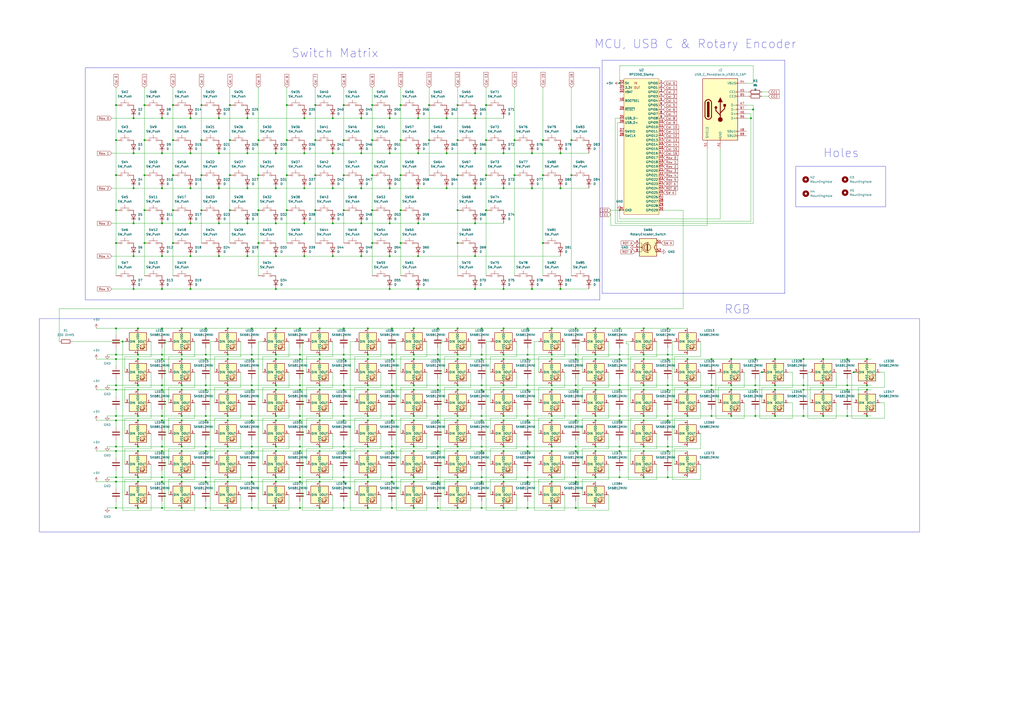
<source format=kicad_sch>
(kicad_sch (version 20250114) (generator "eeschema") (generator_version "9.0")
  (paper "A2")
  (rectangle (start 461.645 96.52) (end 513.715 120.015))
  (rectangle (start 49.53 39.37) (end 347.98 173.99))
  (rectangle (start 349.25 34.925) (end 455.295 170.18))
  (rectangle (start 22.86 184.785) (end 533.4 308.61))
  (text "RGB" (at 427.736 179.578 0) (effects (font (size 5 5))))
  (text "Holes" (at 487.934 88.9 0) (effects (font (size 5 5))))
  (text "Switch Matrix" (at 194.31 30.988 0) (effects (font (size 5 5))))
  (text "MCU, USB C & Rotary Encoder" (at 403.352 25.654 0) (effects (font (size 5 5))))
  (junction (at 495.3 215.9))
  (junction (at 265.43 294.64))
  (junction (at 359.41 226.06))
  (junction (at 387.35 276.86))
  (junction (at 412.75 208.28))
  (junction (at 265.43 223.52))
  (junction (at 193.04 148.59))
  (junction (at 279.4 223.52))
  (junction (at 100.33 81.28))
  (junction (at 265.43 205.74))
  (junction (at 281.94 81.28))
  (junction (at 100.33 60.96))
  (junction (at 173.99 226.06))
  (junction (at 449.58 223.52))
  (junction (at 209.55 109.22))
  (junction (at 314.96 81.28))
  (junction (at 176.53 148.59))
  (junction (at 199.39 243.84))
  (junction (at 359.41 241.3))
  (junction (at 226.06 109.22))
  (junction (at 77.47 167.64))
  (junction (at 132.08 223.52))
  (junction (at 185.42 226.06))
  (junction (at 491.49 241.3))
  (junction (at 306.07 208.28))
  (junction (at 119.38 261.62))
  (junction (at 173.99 241.3))
  (junction (at 83.82 140.97))
  (junction (at 292.1 190.5))
  (junction (at 477.52 241.3))
  (junction (at 320.04 261.62))
  (junction (at 345.44 276.86))
  (junction (at 160.02 279.4))
  (junction (at 160.02 243.84))
  (junction (at 160.02 88.9))
  (junction (at 359.41 243.84))
  (junction (at 67.31 205.74))
  (junction (at 185.42 276.86))
  (junction (at 466.09 241.3))
  (junction (at 93.98 167.64))
  (junction (at 105.41 276.86))
  (junction (at 373.38 243.84))
  (junction (at 334.01 243.84))
  (junction (at 373.38 261.62))
  (junction (at 80.01 259.08))
  (junction (at 292.1 205.74))
  (junction (at 232.41 60.96))
  (junction (at 127 148.59))
  (junction (at 185.42 241.3))
  (junction (at 292.1 276.86))
  (junction (at 160.02 129.54))
  (junction (at 105.41 259.08))
  (junction (at 292.1 208.28))
  (junction (at 334.01 261.62))
  (junction (at 373.38 226.06))
  (junction (at 373.38 241.3))
  (junction (at 320.04 276.86))
  (junction (at 77.47 68.58))
  (junction (at 132.08 208.28))
  (junction (at 93.98 279.4))
  (junction (at 105.41 294.64))
  (junction (at 281.94 60.96))
  (junction (at 93.98 259.08))
  (junction (at 173.99 223.52))
  (junction (at 119.38 276.86))
  (junction (at 119.38 226.06))
  (junction (at 441.96 215.9))
  (junction (at 166.37 81.28))
  (junction (at 240.03 208.28))
  (junction (at 334.01 276.86))
  (junction (at 373.38 208.28))
  (junction (at 213.36 190.5))
  (junction (at 254 243.84))
  (junction (at 132.08 243.84))
  (junction (at 160.02 241.3))
  (junction (at 116.84 101.6))
  (junction (at 275.59 148.59))
  (junction (at 240.03 243.84))
  (junction (at 105.41 279.4))
  (junction (at 306.07 276.86))
  (junction (at 67.31 259.08))
  (junction (at 199.39 205.74))
  (junction (at 275.59 109.22))
  (junction (at 359.41 276.86))
  (junction (at 345.44 226.06))
  (junction (at 67.31 226.06))
  (junction (at 143.51 68.58))
  (junction (at 119.38 241.3))
  (junction (at 275.59 68.58))
  (junction (at 199.39 261.62))
  (junction (at 227.33 276.86))
  (junction (at 279.4 259.08))
  (junction (at 209.55 88.9))
  (junction (at 334.01 190.5))
  (junction (at 306.07 261.62))
  (junction (at 466.09 208.28))
  (junction (at 502.92 226.06))
  (junction (at 334.01 226.06))
  (junction (at 334.01 208.28))
  (junction (at 67.31 279.4))
  (junction (at 110.49 167.64))
  (junction (at 387.35 190.5))
  (junction (at 281.94 101.6))
  (junction (at 240.03 276.86))
  (junction (at 306.07 226.06))
  (junction (at 93.98 243.84))
  (junction (at 345.44 241.3))
  (junction (at 146.05 241.3))
  (junction (at 325.12 88.9))
  (junction (at 331.47 81.28))
  (junction (at 119.38 190.5))
  (junction (at 279.4 276.86))
  (junction (at 127 109.22))
  (junction (at 132.08 241.3))
  (junction (at 265.43 276.86))
  (junction (at 160.02 294.64))
  (junction (at 93.98 205.74))
  (junction (at 213.36 294.64))
  (junction (at 173.99 261.62))
  (junction (at 77.47 109.22))
  (junction (at 292.1 226.06))
  (junction (at 320.04 279.4))
  (junction (at 105.41 208.28))
  (junction (at 227.33 241.3))
  (junction (at 345.44 190.5))
  (junction (at 199.39 241.3))
  (junction (at 387.35 208.28))
  (junction (at 213.36 261.62))
  (junction (at 306.07 294.64))
  (junction (at 173.99 294.64))
  (junction (at 265.43 279.4))
  (junction (at 438.15 241.3))
  (junction (at 110.49 148.59))
  (junction (at 306.07 223.52))
  (junction (at 279.4 241.3))
  (junction (at 215.9 101.6))
  (junction (at 193.04 68.58))
  (junction (at 308.61 109.22))
  (junction (at 93.98 129.54))
  (junction (at 185.42 208.28))
  (junction (at 436.88 63.5))
  (junction (at 93.98 241.3))
  (junction (at 240.03 241.3))
  (junction (at 67.31 241.3))
  (junction (at 119.38 208.28))
  (junction (at 438.15 208.28))
  (junction (at 173.99 276.86))
  (junction (at 132.08 190.5))
  (junction (at 240.03 259.08))
  (junction (at 491.49 223.52))
  (junction (at 105.41 226.06))
  (junction (at 387.35 243.84))
  (junction (at 199.39 259.08))
  (junction (at 325.12 167.64))
  (junction (at 80.01 276.86))
  (junction (at 67.31 101.6))
  (junction (at 265.43 140.97))
  (junction (at 213.36 241.3))
  (junction (at 80.01 205.74))
  (junction (at 146.05 243.84))
  (junction (at 199.39 208.28))
  (junction (at 209.55 148.59))
  (junction (at 466.09 226.06))
  (junction (at 100.33 121.92))
  (junction (at 466.09 223.52))
  (junction (at 80.01 208.28))
  (junction (at 143.51 109.22))
  (junction (at 275.59 167.64))
  (junction (at 412.75 226.06))
  (junction (at 119.38 279.4))
  (junction (at 143.51 88.9))
  (junction (at 424.18 208.28))
  (junction (at 213.36 208.28))
  (junction (at 199.39 121.92))
  (junction (at 132.08 294.64))
  (junction (at 259.08 88.9))
  (junction (at 119.38 243.84))
  (junction (at 477.52 223.52))
  (junction (at 265.43 190.5))
  (junction (at 67.31 121.92))
  (junction (at 193.04 109.22))
  (junction (at 185.42 259.08))
  (junction (at 240.03 261.62))
  (junction (at 240.03 226.06))
  (junction (at 334.01 205.74))
  (junction (at 110.49 109.22))
  (junction (at 227.33 226.06))
  (junction (at 166.37 60.96))
  (junction (at 93.98 294.64))
  (junction (at 116.84 81.28))
  (junction (at 143.51 148.59))
  (junction (at 146.05 205.74))
  (junction (at 185.42 223.52))
  (junction (at 213.36 223.52))
  (junction (at 438.15 223.52))
  (junction (at 199.39 294.64))
  (junction (at 242.57 167.64))
  (junction (at 105.41 190.5))
  (junction (at 265.43 121.92))
  (junction (at 215.9 60.96))
  (junction (at 80.01 223.52))
  (junction (at 133.35 81.28))
  (junction (at 110.49 68.58))
  (junction (at 143.51 129.54))
  (junction (at 93.98 223.52))
  (junction (at 242.57 88.9))
  (junction (at 387.35 241.3))
  (junction (at 209.55 129.54))
  (junction (at 182.88 60.96))
  (junction (at 359.41 48.26))
  (junction (at 320.04 241.3))
  (junction (at 491.49 226.06))
  (junction (at 306.07 259.08))
  (junction (at 80.01 241.3))
  (junction (at 146.05 261.62))
  (junction (at 279.4 190.5))
  (junction (at 199.39 276.86))
  (junction (at 173.99 208.28))
  (junction (at 67.31 223.52))
  (junction (at 105.41 205.74))
  (junction (at 105.41 261.62))
  (junction (at 265.43 259.08))
  (junction (at 160.02 259.08))
  (junction (at 254 241.3))
  (junction (at 185.42 294.64))
  (junction (at 398.78 241.3))
  (junction (at 227.33 223.52))
  (junction (at 133.35 101.6))
  (junction (at 83.82 101.6))
  (junction (at 242.57 129.54))
  (junction (at 265.43 241.3))
  (junction (at 185.42 190.5))
  (junction (at 215.9 140.97))
  (junction (at 449.58 241.3))
  (junction (at 93.98 276.86))
  (junction (at 93.98 88.9))
  (junction (at 67.31 261.62))
  (junction (at 232.41 140.97))
  (junction (at 292.1 241.3))
  (junction (at 259.08 109.22))
  (junction (at 185.42 205.74))
  (junction (at 387.35 223.52))
  (junction (at 320.04 223.52))
  (junction (at 185.42 261.62))
  (junction (at 199.39 226.06))
  (junction (at 292.1 88.9))
  (junction (at 242.57 109.22))
  (junction (at 176.53 68.58))
  (junction (at 279.4 205.74))
  (junction (at 298.45 101.6))
  (junction (at 193.04 88.9))
  (junction (at 149.86 121.92))
  (junction (at 334.01 294.64))
  (junction (at 314.96 101.6))
  (junction (at 80.01 294.64))
  (junction (at 254 276.86))
  (junction (at 226.06 148.59))
  (junction (at 477.52 208.28))
  (junction (at 424.18 226.06))
  (junction (at 424.18 223.52))
  (junction (at 292.1 261.62))
  (junction (at 132.08 279.4))
  (junction (at 477.52 226.06))
  (junction (at 240.03 279.4))
  (junction (at 93.98 226.06))
  (junction (at 149.86 81.28))
  (junction (at 67.31 81.28))
  (junction (at 146.05 276.86))
  (junction (at 199.39 279.4))
  (junction (at 132.08 276.86))
  (junction (at 227.33 294.64))
  (junction (at 320.04 208.28))
  (junction (at 199.39 190.5))
  (junction (at 132.08 226.06))
  (junction (at 80.01 226.06))
  (junction (at 83.82 121.92))
  (junction (at 449.58 226.06))
  (junction (at 387.35 261.62))
  (junction (at 308.61 167.64))
  (junction (at 176.53 109.22))
  (junction (at 193.04 129.54))
  (junction (at 213.36 226.06))
  (junction (at 176.53 129.54))
  (junction (at 265.43 208.28))
  (junction (at 110.49 88.9))
  (junction (at 160.02 261.62))
  (junction (at 435.61 68.58))
  (junction (at 67.31 140.97))
  (junction (at 254 226.06))
  (junction (at 199.39 223.52))
  (junction (at 254 261.62))
  (junction (at 308.61 88.9))
  (junction (at 173.99 243.84))
  (junction (at 127 129.54))
  (junction (at 334.01 279.4))
  (junction (at 292.1 294.64))
  (junction (at 298.45 81.28))
  (junction (at 412.75 223.52))
  (junction (at 373.38 223.52))
  (junction (at 345.44 205.74))
  (junction (at 292.1 109.22))
  (junction (at 306.07 241.3))
  (junction (at 491.49 208.28))
  (junction (at 320.04 259.08))
  (junction (at 227.33 261.62))
  (junction (at 227.33 243.84))
  (junction (at 227.33 190.5))
  (junction (at 314.96 140.97))
  (junction (at 242.57 68.58))
  (junction (at 334.01 259.08))
  (junction (at 176.53 88.9))
  (junction (at 132.08 259.08))
  (junction (at 254 223.52))
  (junction (at 248.92 81.28))
  (junction (at 240.03 205.74))
  (junction (at 100.33 101.6))
  (junction (at 373.38 190.5))
  (junction (at 359.41 205.74))
  (junction (at 160.02 226.06))
  (junction (at 279.4 226.06))
  (junction (at 373.38 205.74))
  (junction (at 279.4 279.4))
  (junction (at 146.05 226.06))
  (junction (at 227.33 279.4))
  (junction (at 226.06 88.9))
  (junction (at 227.33 205.74))
  (junction (at 213.36 279.4))
  (junction (at 77.47 129.54))
  (junction (at 173.99 205.74))
  (junction (at 254 279.4))
  (junction (at 160.02 223.52))
  (junction (at 306.07 190.5))
  (junction (at 292.1 259.08))
  (junction (at 325.12 109.22))
  (junction (at 133.35 121.92))
  (junction (at 265.43 261.62))
  (junction (at 227.33 259.08))
  (junction (at 182.88 101.6))
  (junction (at 359.41 208.28))
  (junction (at 265.43 226.06))
  (junction (at 77.47 88.9))
  (junction (at 160.02 109.22))
  (junction (at 502.92 223.52))
  (junction (at 182.88 121.92))
  (junction (at 166.37 121.92))
  (junction (at 105.41 223.52))
  (junction (at 67.31 60.96))
  (junction (at 265.43 101.6))
  (junction (at 67.31 294.64))
  (junction (at 265.43 81.28))
  (junction (at 213.36 259.08))
  (junction (at 320.04 294.64))
  (junction (at 226.06 167.64))
  (junction (at 254 208.28))
  (junction (at 345.44 261.62))
  (junction (at 254 294.64))
  (junction (at 67.31 243.84))
  (junction (at 71.12 198.12))
  (junction (at 215.9 81.28))
  (junction (at 146.05 190.5))
  (junction (at 116.84 121.92))
  (junction (at 133.35 60.96))
  (junction (at 345.44 243.84))
  (junction (at 345.44 208.28))
  (junction (at 80.01 261.62))
  (junction (at 119.38 223.52))
  (junction (at 119.38 259.08))
  (junction (at 359.41 261.62))
  (junction (at 254 205.74))
  (junction (at 166.37 101.6))
  (junction (at 93.98 261.62))
  (junction (at 132.08 205.74))
  (junction (at 373.38 259.08))
  (junction (at 438.15 226.06))
  (junction (at 292.1 279.4))
  (junction (at 80.01 190.5))
  (junction (at 334.01 241.3))
  (junction (at 93.98 68.58))
  (junction (at 93.98 190.5))
  (junction (at 132.08 261.62))
  (junction (at 424.18 241.3))
  (junction (at 160.02 276.86))
  (junction (at 306.07 279.4))
  (junction (at 80.01 279.4))
  (junction (at 232.41 81.28))
  (junction (at 275.59 88.9))
  (junction (at 213.36 205.74))
  (junction (at 160.02 148.59))
  (junction (at 373.38 276.86))
  (junction (at 173.99 259.08))
  (junction (at 320.04 243.84))
  (junction (at 146.05 279.4))
  (junction (at 359.41 121.92))
  (junction (at 83.82 60.96))
  (junction (at 359.41 223.52))
  (junction (at 93.98 148.59))
  (junction (at 182.88 81.28))
  (junction (at 387.35 226.06))
  (junction (at 279.4 261.62))
  (junction (at 265.43 243.84))
  (junction (at 248.92 60.96))
  (junction (at 254 259.08))
  (junction (at 67.31 208.28))
  (junction (at 209.55 68.58))
  (junction (at 185.42 243.84))
  (junction (at 292.1 223.52))
  (junction (at 173.99 190.5))
  (junction (at 127 88.9))
  (junction (at 331.47 101.6))
  (junction (at 320.04 205.74))
  (junction (at 119.38 205.74))
  (junction (at 93.98 109.22))
  (junction (at 146.05 223.52))
  (junction (at 259.08 68.58))
  (junction (at 215.9 121.92))
  (junction (at 80.01 243.84))
  (junction (at 67.31 276.86))
  (junction (at 502.92 208.28))
  (junction (at 160.02 205.74))
  (junction (at 345.44 223.52))
  (junction (at 149.86 140.97))
  (junction (at 449.58 208.28))
  (junction (at 279.4 208.28))
  (junction (at 334.01 223.52))
  (junction (at 279.4 243.84))
  (junction (at 110.49 129.54))
  (junction (at 67.31 190.5))
  (junction (at 306.07 243.84))
  (junction (at 146.05 294.64))
  (junction (at 146.05 208.28))
  (junction (at 149.86 101.6))
  (junction (at 398.78 223.52))
  (junction (at 77.47 148.59))
  (junction (at 83.82 81.28))
  (junction (at 146.05 259.08))
  (junction (at 320.04 190.5))
  (junction (at 105.41 243.84))
  (junction (at 119.38 294.64))
  (junction (at 226.06 129.54))
  (junction (at 398.78 226.06))
  (junction (at 160.02 208.28))
  (junction (at 240.03 223.52))
  (junction (at 105.41 241.3))
  (junction (at 160.02 190.5))
  (junction (at 199.39 60.96))
  (junction (at 345.44 259.08))
  (junction (at 359.41 190.5))
  (junction (at 398.78 208.28))
  (junction (at 185.42 279.4))
  (junction (at 320.04 226.06))
  (junction (at 232.41 121.92))
  (junction (at 160.02 167.64))
  (junction (at 127 68.58))
  (junction (at 359.41 259.08))
  (junction (at 242.57 148.59))
  (junction (at 292.1 167.64))
  (junction (at 240.03 294.64))
  (junction (at 275.59 129.54))
  (junction (at 213.36 243.84))
  (junction (at 199.39 81.28))
  (junction (at 502.92 241.3))
  (junction (at 265.43 60.96))
  (junction (at 227.33 208.28))
  (junction (at 226.06 68.58))
  (junction (at 240.03 190.5))
  (junction (at 116.84 60.96))
  (junction (at 199.39 101.6))
  (junction (at 254 190.5))
  (junction (at 93.98 208.28))
  (junction (at 306.07 205.74))
  (junction (at 387.35 259.08))
  (junction (at 100.33 140.97))
  (junction (at 281.94 121.92))
  (junction (at 279.4 294.64))
  (junction (at 412.75 241.3))
  (junction (at 173.99 279.4))
  (junction (at 232.41 101.6))
  (junction (at 292.1 243.84))
  (junction (at 213.36 276.86))
  (junction (at 387.35 205.74))
  (wire (pts (xy 373.38 259.08) (xy 387.35 259.08)))
  (wire (pts (xy 93.98 261.62) (xy 105.41 261.62)))
  (wire (pts (xy 105.41 243.84) (xy 119.38 243.84)))
  (wire (pts (xy 227.33 241.3) (xy 240.03 241.3)))
  (wire (pts (xy 146.05 237.49) (xy 146.05 241.3)))
  (wire (pts (xy 67.31 140.97) (xy 67.31 160.02)))
  (wire (pts (xy 213.36 276.86) (xy 227.33 276.86)))
  (wire (pts (xy 93.98 129.54) (xy 110.49 129.54)))
  (wire (pts (xy 373.38 190.5) (xy 387.35 190.5)))
  (wire (pts (xy 334.01 294.64) (xy 345.44 294.64)))
  (wire (pts (xy 116.84 101.6) (xy 116.84 121.92)))
  (wire (pts (xy 497.84 224.79) (xy 497.84 233.68)))
  (wire (pts (xy 412.75 237.49) (xy 412.75 241.3)))
  (wire (pts (xy 292.1 88.9) (xy 308.61 88.9)))
  (wire (pts (xy 254 273.05) (xy 254 276.86)))
  (wire (pts (xy 227.33 190.5) (xy 227.33 194.31)))
  (wire (pts (xy 67.31 243.84) (xy 67.31 247.65)))
  (wire (pts (xy 146.05 276.86) (xy 160.02 276.86)))
  (wire (pts (xy 67.31 190.5) (xy 80.01 190.5)))
  (wire (pts (xy 87.63 224.79) (xy 72.39 224.79)))
  (wire (pts (xy 279.4 208.28) (xy 292.1 208.28)))
  (wire (pts (xy 87.63 242.57) (xy 72.39 242.57)))
  (wire (pts (xy 279.4 255.27) (xy 279.4 259.08)))
  (wire (pts (xy 389.89 278.13) (xy 406.4 278.13)))
  (wire (pts (xy 438.15 237.49) (xy 438.15 241.3)))
  (wire (pts (xy 441.96 224.79) (xy 459.74 224.79)))
  (wire (pts (xy 279.4 219.71) (xy 279.4 223.52)))
  (wire (pts (xy 331.47 101.6) (xy 331.47 160.02)))
  (wire (pts (xy 334.01 226.06) (xy 345.44 226.06)))
  (wire (pts (xy 299.72 215.9) (xy 299.72 224.79)))
  (wire (pts (xy 359.41 190.5) (xy 359.41 194.31)))
  (wire (pts (xy 281.94 121.92) (xy 281.94 160.02)))
  (wire (pts (xy 227.33 255.27) (xy 227.33 259.08)))
  (wire (pts (xy 417.83 86.36) (xy 417.83 127)))
  (wire (pts (xy 119.38 219.71) (xy 119.38 223.52)))
  (wire (pts (xy 177.8 224.79) (xy 177.8 233.68)))
  (wire (pts (xy 185.42 259.08) (xy 199.39 259.08)))
  (wire (pts (xy 306.07 223.52) (xy 320.04 223.52)))
  (wire (pts (xy 433.07 55.88) (xy 434.34 55.88)))
  (wire (pts (xy 77.47 68.58) (xy 93.98 68.58)))
  (wire (pts (xy 273.05 233.68) (xy 273.05 242.57)))
  (wire (pts (xy 227.33 294.64) (xy 240.03 294.64)))
  (wire (pts (xy 334.01 201.93) (xy 334.01 205.74)))
  (wire (pts (xy 113.03 260.35) (xy 97.79 260.35)))
  (wire (pts (xy 279.4 261.62) (xy 292.1 261.62)))
  (wire (pts (xy 309.88 295.91) (xy 309.88 198.12)))
  (wire (pts (xy 334.01 261.62) (xy 345.44 261.62)))
  (wire (pts (xy 146.05 261.62) (xy 160.02 261.62)))
  (wire (pts (xy 337.82 242.57) (xy 353.06 242.57)))
  (wire (pts (xy 160.02 294.64) (xy 173.99 294.64)))
  (wire (pts (xy 167.64 215.9) (xy 167.64 224.79)))
  (wire (pts (xy 139.7 215.9) (xy 139.7 224.79)))
  (wire (pts (xy 334.01 273.05) (xy 334.01 276.86)))
  (wire (pts (xy 149.86 81.28) (xy 149.86 101.6)))
  (wire (pts (xy 345.44 190.5) (xy 359.41 190.5)))
  (wire (pts (xy 356.87 129.54) (xy 436.88 129.54)))
  (wire (pts (xy 160.02 223.52) (xy 173.99 223.52)))
  (wire (pts (xy 67.31 273.05) (xy 67.31 276.86)))
  (wire (pts (xy 173.99 205.74) (xy 185.42 205.74)))
  (wire (pts (xy 387.35 226.06) (xy 387.35 229.87)))
  (wire (pts (xy 327.66 295.91) (xy 309.88 295.91)))
  (wire (pts (xy 510.54 215.9) (xy 513.08 215.9)))
  (wire (pts (xy 97.79 260.35) (xy 97.79 269.24)))
  (wire (pts (xy 67.31 219.71) (xy 67.31 223.52)))
  (wire (pts (xy 67.31 208.28) (xy 67.31 212.09)))
  (wire (pts (xy 242.57 167.64) (xy 275.59 167.64)))
  (wire (pts (xy 232.41 278.13) (xy 232.41 287.02)))
  (wire (pts (xy 254 201.93) (xy 254 205.74)))
  (wire (pts (xy 381 269.24) (xy 381 278.13)))
  (wire (pts (xy 433.07 68.58) (xy 435.61 68.58)))
  (wire (pts (xy 67.31 261.62) (xy 80.01 261.62)))
  (wire (pts (xy 173.99 273.05) (xy 173.99 276.86)))
  (wire (pts (xy 466.09 226.06) (xy 477.52 226.06)))
  (wire (pts (xy 247.65 224.79) (xy 232.41 224.79)))
  (wire (pts (xy 438.15 208.28) (xy 449.58 208.28)))
  (wire (pts (xy 281.94 60.96) (xy 281.94 81.28)))
  (wire (pts (xy 227.33 226.06) (xy 227.33 229.87)))
  (wire (pts (xy 314.96 50.8) (xy 314.96 81.28)))
  (wire (pts (xy 160.02 205.74) (xy 173.99 205.74)))
  (wire (pts (xy 265.43 241.3) (xy 279.4 241.3)))
  (wire (pts (xy 240.03 259.08) (xy 254 259.08)))
  (wire (pts (xy 193.04 260.35) (xy 177.8 260.35)))
  (wire (pts (xy 67.31 279.4) (xy 67.31 283.21)))
  (wire (pts (xy 248.92 60.96) (xy 248.92 81.28)))
  (wire (pts (xy 160.02 279.4) (xy 173.99 279.4)))
  (wire (pts (xy 320.04 279.4) (xy 334.01 279.4)))
  (wire (pts (xy 93.98 279.4) (xy 105.41 279.4)))
  (wire (pts (xy 80.01 223.52) (xy 93.98 223.52)))
  (wire (pts (xy 477.52 226.06) (xy 491.49 226.06)))
  (wire (pts (xy 119.38 223.52) (xy 132.08 223.52)))
  (wire (pts (xy 146.05 273.05) (xy 146.05 276.86)))
  (wire (pts (xy 119.38 190.5) (xy 119.38 194.31)))
  (wire (pts (xy 334.01 241.3) (xy 345.44 241.3)))
  (wire (pts (xy 173.99 208.28) (xy 185.42 208.28)))
  (wire (pts (xy 327.66 242.57) (xy 312.42 242.57)))
  (wire (pts (xy 203.2 198.12) (xy 205.74 198.12)))
  (wire (pts (xy 146.05 190.5) (xy 160.02 190.5)))
  (wire (pts (xy 279.4 273.05) (xy 279.4 276.86)))
  (wire (pts (xy 273.05 278.13) (xy 257.81 278.13)))
  (wire (pts (xy 226.06 129.54) (xy 242.57 129.54)))
  (wire (pts (xy 193.04 287.02) (xy 193.04 295.91)))
  (wire (pts (xy 436.88 60.96) (xy 433.07 60.96)))
  (wire (pts (xy 139.7 224.79) (xy 124.46 224.79)))
  (wire (pts (xy 334.01 223.52) (xy 345.44 223.52)))
  (wire (pts (xy 67.31 101.6) (xy 67.31 121.92)))
  (wire (pts (xy 284.48 260.35) (xy 284.48 269.24)))
  (wire (pts (xy 93.98 241.3) (xy 105.41 241.3)))
  (wire (pts (xy 334.01 290.83) (xy 334.01 294.64)))
  (wire (pts (xy 359.41 226.06) (xy 373.38 226.06)))
  (wire (pts (xy 240.03 205.74) (xy 254 205.74)))
  (wire (pts (xy 387.35 208.28) (xy 387.35 212.09)))
  (wire (pts (xy 166.37 81.28) (xy 166.37 101.6)))
  (wire (pts (xy 177.8 242.57) (xy 177.8 251.46)))
  (wire (pts (xy 93.98 259.08) (xy 105.41 259.08)))
  (wire (pts (xy 248.92 81.28) (xy 248.92 101.6)))
  (wire (pts (xy 254 276.86) (xy 265.43 276.86)))
  (wire (pts (xy 110.49 167.64) (xy 160.02 167.64)))
  (wire (pts (xy 387.35 261.62) (xy 387.35 265.43)))
  (wire (pts (xy 173.99 226.06) (xy 173.99 229.87)))
  (wire (pts (xy 193.04 207.01) (xy 193.04 198.12)))
  (wire (pts (xy 173.99 208.28) (xy 173.99 212.09)))
  (wire (pts (xy 299.72 198.12) (xy 299.72 207.01)))
  (wire (pts (xy 100.33 50.8) (xy 100.33 60.96)))
  (wire (pts (xy 337.82 207.01) (xy 337.82 215.9)))
  (wire (pts (xy 265.43 226.06) (xy 279.4 226.06)))
  (wire (pts (xy 240.03 276.86) (xy 254 276.86)))
  (wire (pts (xy 146.05 190.5) (xy 146.05 194.31)))
  (wire (pts (xy 152.4 207.01) (xy 152.4 215.9)))
  (wire (pts (xy 152.4 224.79) (xy 152.4 233.68)))
  (wire (pts (xy 335.28 198.12) (xy 337.82 198.12)))
  (wire (pts (xy 242.57 88.9) (xy 259.08 88.9)))
  (wire (pts (xy 132.08 276.86) (xy 146.05 276.86)))
  (wire (pts (xy 87.63 207.01) (xy 72.39 207.01)))
  (wire (pts (xy 337.82 260.35) (xy 337.82 269.24)))
  (wire (pts (xy 299.72 278.13) (xy 284.48 278.13)))
  (wire (pts (xy 93.98 243.84) (xy 93.98 247.65)))
  (wire (pts (xy 415.29 215.9) (xy 415.29 242.57)))
  (wire (pts (xy 132.08 205.74) (xy 146.05 205.74)))
  (wire (pts (xy 275.59 148.59) (xy 325.12 148.59)))
  (wire (pts (xy 193.04 242.57) (xy 193.04 233.68)))
  (wire (pts (xy 275.59 167.64) (xy 292.1 167.64)))
  (wire (pts (xy 199.39 205.74) (xy 213.36 205.74)))
  (wire (pts (xy 438.15 241.3) (xy 449.58 241.3)))
  (wire (pts (xy 431.8 224.79) (xy 431.8 215.9)))
  (wire (pts (xy 281.94 101.6) (xy 281.94 121.92)))
  (wire (pts (xy 353.06 260.35) (xy 337.82 260.35)))
  (wire (pts (xy 176.53 68.58) (xy 193.04 68.58)))
  (wire (pts (xy 436.88 129.54) (xy 436.88 63.5)))
  (wire (pts (xy 247.65 260.35) (xy 232.41 260.35)))
  (wire (pts (xy 406.4 224.79) (xy 391.16 224.79)))
  (wire (pts (xy 273.05 242.57) (xy 257.81 242.57)))
  (wire (pts (xy 412.75 219.71) (xy 412.75 223.52)))
  (wire (pts (xy 240.03 261.62) (xy 254 261.62)))
  (wire (pts (xy 67.31 290.83) (xy 67.31 294.64)))
  (wire (pts (xy 373.38 241.3) (xy 387.35 241.3)))
  (wire (pts (xy 167.64 198.12) (xy 167.64 207.01)))
  (wire (pts (xy 193.04 224.79) (xy 177.8 224.79)))
  (wire (pts (xy 205.74 207.01) (xy 205.74 215.9)))
  (wire (pts (xy 166.37 101.6) (xy 166.37 121.92)))
  (wire (pts (xy 334.01 226.06) (xy 334.01 229.87)))
  (wire (pts (xy 119.38 226.06) (xy 132.08 226.06)))
  (wire (pts (xy 119.38 290.83) (xy 119.38 294.64)))
  (wire (pts (xy 254 261.62) (xy 265.43 261.62)))
  (wire (pts (xy 146.05 261.62) (xy 146.05 265.43)))
  (wire (pts (xy 132.08 243.84) (xy 146.05 243.84)))
  (wire (pts (xy 119.38 243.84) (xy 119.38 247.65)))
  (wire (pts (xy 359.41 273.05) (xy 359.41 276.86)))
  (wire (pts (xy 55.88 261.62) (xy 67.31 261.62)))
  (wire (pts (xy 232.41 50.8) (xy 232.41 60.96)))
  (wire (pts (xy 279.4 243.84) (xy 292.1 243.84)))
  (wire (pts (xy 119.38 276.86) (xy 132.08 276.86)))
  (wire (pts (xy 510.54 233.68) (xy 513.08 233.68)))
  (wire (pts (xy 273.05 224.79) (xy 257.81 224.79)))
  (wire (pts (xy 247.65 233.68) (xy 247.65 242.57)))
  (wire (pts (xy 354.33 121.92) (xy 354.33 130.81)))
  (wire (pts (xy 64.77 129.54) (xy 77.47 129.54)))
  (wire (pts (xy 213.36 259.08) (xy 227.33 259.08)))
  (wire (pts (xy 281.94 198.12) (xy 284.48 198.12)))
  (wire (pts (xy 87.63 278.13) (xy 72.39 278.13)))
  (wire (pts (xy 127 109.22) (xy 143.51 109.22)))
  (wire (pts (xy 146.05 201.93) (xy 146.05 205.74)))
  (wire (pts (xy 132.08 226.06) (xy 146.05 226.06)))
  (wire (pts (xy 132.08 190.5) (xy 146.05 190.5)))
  (wire (pts (xy 284.48 242.57) (xy 284.48 251.46)))
  (wire (pts (xy 87.63 269.24) (xy 87.63 278.13)))
  (wire (pts (xy 139.7 198.12) (xy 139.7 207.01)))
  (wire (pts (xy 139.7 295.91) (xy 121.92 295.91)))
  (wire (pts (xy 477.52 223.52) (xy 491.49 223.52)))
  (wire (pts (xy 185.42 276.86) (xy 199.39 276.86)))
  (wire (pts (xy 226.06 68.58) (xy 242.57 68.58)))
  (wire (pts (xy 93.98 237.49) (xy 93.98 241.3)))
  (wire (pts (xy 306.07 290.83) (xy 306.07 294.64)))
  (wire (pts (xy 359.41 68.58) (xy 356.87 68.58)))
  (wire (pts (xy 160.02 148.59) (xy 176.53 148.59)))
  (wire (pts (xy 113.03 233.68) (xy 113.03 242.57)))
  (wire (pts (xy 229.87 198.12) (xy 232.41 198.12)))
  (wire (pts (xy 80.01 259.08) (xy 93.98 259.08)))
  (wire (pts (xy 494.03 215.9) (xy 495.3 215.9)))
  (wire (pts (xy 215.9 101.6) (xy 215.9 121.92)))
  (wire (pts (xy 345.44 208.28) (xy 359.41 208.28)))
  (wire (pts (xy 199.39 261.62) (xy 199.39 265.43)))
  (wire (pts (xy 199.39 259.08) (xy 213.36 259.08)))
  (wire (pts (xy 306.07 205.74) (xy 320.04 205.74)))
  (wire (pts (xy 242.57 148.59) (xy 275.59 148.59)))
  (wire (pts (xy 359.41 201.93) (xy 359.41 205.74)))
  (wire (pts (xy 353.06 278.13) (xy 353.06 269.24)))
  (wire (pts (xy 292.1 279.4) (xy 306.07 279.4)))
  (wire (pts (xy 387.35 190.5) (xy 398.78 190.5)))
  (wire (pts (xy 265.43 208.28) (xy 279.4 208.28)))
  (wire (pts (xy 259.08 109.22) (xy 275.59 109.22)))
  (wire (pts (xy 133.35 60.96) (xy 133.35 81.28)))
  (wire (pts (xy 227.33 219.71) (xy 227.33 223.52)))
  (wire (pts (xy 292.1 223.52) (xy 306.07 223.52)))
  (wire (pts (xy 247.65 207.01) (xy 232.41 207.01)))
  (wire (pts (xy 209.55 88.9) (xy 226.06 88.9)))
  (wire (pts (xy 152.4 260.35) (xy 152.4 269.24)))
  (wire (pts (xy 177.8 278.13) (xy 193.04 278.13)))
  (wire (pts (xy 359.41 243.84) (xy 359.41 247.65)))
  (wire (pts (xy 373.38 205.74) (xy 387.35 205.74)))
  (wire (pts (xy 67.31 223.52) (xy 80.01 223.52)))
  (wire (pts (xy 72.39 242.57) (xy 72.39 251.46)))
  (wire (pts (xy 93.98 276.86) (xy 105.41 276.86)))
  (wire (pts (xy 406.4 215.9) (xy 406.4 224.79)))
  (wire (pts (xy 93.98 219.71) (xy 93.98 223.52)))
  (wire (pts (xy 167.64 269.24) (xy 167.64 278.13)))
  (wire (pts (xy 119.38 261.62) (xy 119.38 265.43)))
  (wire (pts (xy 139.7 233.68) (xy 139.7 242.57)))
  (wire (pts (xy 247.65 251.46) (xy 247.65 260.35)))
  (wire (pts (xy 273.05 198.12) (xy 273.05 207.01)))
  (wire (pts (xy 364.49 278.13) (xy 381 278.13)))
  (wire (pts (xy 205.74 260.35) (xy 205.74 269.24)))
  (wire (pts (xy 220.98 295.91) (xy 203.2 295.91)))
  (wire (pts (xy 167.64 295.91) (xy 149.86 295.91)))
  (wire (pts (xy 279.4 237.49) (xy 279.4 241.3)))
  (wire (pts (xy 173.99 201.93) (xy 173.99 205.74)))
  (wire (pts (xy 254 205.74) (xy 265.43 205.74)))
  (wire (pts (xy 226.06 148.59) (xy 242.57 148.59)))
  (wire (pts (xy 477.52 241.3) (xy 491.49 241.3)))
  (wire (pts (xy 325.12 109.22) (xy 341.63 109.22)))
  (wire (pts (xy 240.03 223.52) (xy 254 223.52)))
  (wire (pts (xy 440.69 242.57) (xy 459.74 242.57)))
  (wire (pts (xy 146.05 290.83) (xy 146.05 294.64)))
  (wire (pts (xy 55.88 243.84) (xy 67.31 243.84)))
  (wire (pts (xy 232.41 207.01) (xy 232.41 215.9)))
  (wire (pts (xy 406.4 207.01) (xy 406.4 198.12)))
  (wire (pts (xy 345.44 276.86) (xy 359.41 276.86)))
  (wire (pts (xy 345.44 226.06) (xy 359.41 226.06)))
  (wire (pts (xy 254 243.84) (xy 254 247.65)))
  (wire (pts (xy 67.31 190.5) (xy 67.31 194.31)))
  (wire (pts (xy 433.07 53.34) (xy 434.34 53.34)))
  (wire (pts (xy 177.8 207.01) (xy 177.8 215.9)))
  (wire (pts (xy 279.4 205.74) (xy 292.1 205.74)))
  (wire (pts (xy 119.38 208.28) (xy 119.38 212.09)))
  (wire (pts (xy 412.75 223.52) (xy 424.18 223.52)))
  (wire (pts (xy 110.49 148.59) (xy 127 148.59)))
  (wire (pts (xy 254 259.08) (xy 265.43 259.08)))
  (wire (pts (xy 227.33 190.5) (xy 240.03 190.5)))
  (wire (pts (xy 149.86 198.12) (xy 152.4 198.12)))
  (wire (pts (xy 177.8 207.01) (xy 193.04 207.01)))
  (wire (pts (xy 124.46 224.79) (xy 124.46 233.68)))
  (wire (pts (xy 457.2 215.9) (xy 459.74 215.9)))
  (wire (pts (xy 199.39 255.27) (xy 199.39 259.08)))
  (wire (pts (xy 55.88 226.06) (xy 67.31 226.06)))
  (wire (pts (xy 55.88 279.4) (xy 67.31 279.4)))
  (wire (pts (xy 105.41 205.74) (xy 119.38 205.74)))
  (wire (pts (xy 93.98 201.93) (xy 93.98 205.74)))
  (wire (pts (xy 469.9 224.79) (xy 485.14 224.79)))
  (wire (pts (xy 77.47 148.59) (xy 93.98 148.59)))
  (wire (pts (xy 199.39 241.3) (xy 213.36 241.3)))
  (wire (pts (xy 232.41 101.6) (xy 232.41 121.92)))
  (wire (pts (xy 80.01 261.62) (xy 93.98 261.62)))
  (wire (pts (xy 87.63 260.35) (xy 72.39 260.35)))
  (wire (pts (xy 381 198.12) (xy 381 207.01)))
  (wire (pts (xy 292.1 109.22) (xy 308.61 109.22)))
  (wire (pts (xy 227.33 208.28) (xy 227.33 212.09)))
  (wire (pts (xy 257.81 242.57) (xy 257.81 251.46)))
  (wire (pts (xy 257.81 278.13) (xy 257.81 287.02)))
  (wire (pts (xy 152.4 242.57) (xy 152.4 251.46)))
  (wire (pts (xy 199.39 261.62) (xy 213.36 261.62)))
  (wire (pts (xy 93.98 290.83) (xy 93.98 294.64)))
  (wire (pts (xy 254 294.64) (xy 265.43 294.64)))
  (wire (pts (xy 113.03 215.9) (xy 113.03 224.79)))
  (wire (pts (xy 119.38 261.62) (xy 132.08 261.62)))
  (wire (pts (xy 193.04 278.13) (xy 193.04 269.24)))
  (wire (pts (xy 345.44 261.62) (xy 359.41 261.62)))
  (wire (pts (xy 215.9 81.28) (xy 215.9 101.6)))
  (wire (pts (xy 67.31 226.06) (xy 67.31 229.87)))
  (wire (pts (xy 485.14 224.79) (xy 485.14 215.9)))
  (wire (pts (xy 279.4 208.28) (xy 279.4 212.09)))
  (wire (pts (xy 62.23 294.64) (xy 67.31 294.64)))
  (wire (pts (xy 381 233.68) (xy 381 242.57)))
  (wire (pts (xy 365.76 198.12) (xy 363.22 198.12)))
  (wire (pts (xy 139.7 260.35) (xy 124.46 260.35)))
  (wire (pts (xy 220.98 198.12) (xy 220.98 207.01)))
  (wire (pts (xy 100.33 121.92) (xy 100.33 140.97)))
  (wire (pts (xy 306.07 261.62) (xy 306.07 265.43)))
  (wire (pts (xy 110.49 68.58) (xy 127 68.58)))
  (wire (pts (xy 279.4 259.08) (xy 292.1 259.08)))
  (wire (pts (xy 62.23 241.3) (xy 67.31 241.3)))
  (wire (pts (xy 199.39 276.86) (xy 213.36 276.86)))
  (wire (pts (xy 146.05 205.74) (xy 160.02 205.74)))
  (wire (pts (xy 146.05 223.52) (xy 160.02 223.52)))
  (wire (pts (xy 247.65 242.57) (xy 232.41 242.57)))
  (wire (pts (xy 275.59 88.9) (xy 292.1 88.9)))
  (wire (pts (xy 62.23 223.52) (xy 67.31 223.52)))
  (wire (pts (xy 299.72 295.91) (xy 281.94 295.91)))
  (wire (pts (xy 199.39 190.5) (xy 213.36 190.5)))
  (wire (pts (xy 64.77 68.58) (xy 77.47 68.58)))
  (wire (pts (xy 227.33 223.52) (xy 240.03 223.52)))
  (wire (pts (xy 391.16 207.01) (xy 406.4 207.01)))
  (wire (pts (xy 459.74 215.9) (xy 459.74 224.79)))
  (wire (pts (xy 389.89 198.12) (xy 391.16 198.12)))
  (wire (pts (xy 327.66 269.24) (xy 327.66 278.13)))
  (wire (pts (xy 279.4 226.06) (xy 292.1 226.06)))
  (wire (pts (xy 359.41 241.3) (xy 373.38 241.3)))
  (wire (pts (xy 220.98 242.57) (xy 205.74 242.57)))
  (wire (pts (xy 309.88 198.12) (xy 312.42 198.12)))
  (wire (pts (xy 436.88 48.26) (xy 436.88 38.1)))
  (wire (pts (xy 215.9 50.8) (xy 215.9 60.96)))
  (wire (pts (xy 359.41 261.62) (xy 373.38 261.62)))
  (wire (pts (xy 133.35 121.92) (xy 133.35 140.97)))
  (wire (pts (xy 359.41 208.28) (xy 359.41 212.09)))
  (wire (pts (xy 173.99 226.06) (xy 185.42 226.06)))
  (wire (pts (xy 275.59 129.54) (xy 292.1 129.54)))
  (wire (pts (xy 116.84 121.92) (xy 116.84 140.97)))
  (wire (pts (xy 182.88 60.96) (xy 182.88 81.28)))
  (wire (pts (xy 334.01 259.08) (xy 345.44 259.08)))
  (wire (pts (xy 502.92 241.3) (xy 505.46 241.3)))
  (wire (pts (xy 466.09 226.06) (xy 466.09 229.87)))
  (wire (pts (xy 281.94 81.28) (xy 281.94 101.6)))
  (wire (pts (xy 406.4 251.46) (xy 406.4 260.35)))
  (wire (pts (xy 320.04 241.3) (xy 334.01 241.3)))
  (wire (pts (xy 359.41 223.52) (xy 373.38 223.52)))
  (wire (pts (xy 279.4 241.3) (xy 292.1 241.3)))
  (wire (pts (xy 215.9 60.96) (xy 215.9 81.28)))
  (wire (pts (xy 431.8 242.57) (xy 431.8 233.68)))
  (wire (pts (xy 199.39 219.71) (xy 199.39 223.52)))
  (wire (pts (xy 87.63 198.12) (xy 87.63 207.01)))
  (wire (pts (xy 491.49 208.28) (xy 491.49 212.09)))
  (wire (pts (xy 438.15 226.06) (xy 449.58 226.06)))
  (wire (pts (xy 232.41 121.92) (xy 232.41 140.97)))
  (wire (pts (xy 345.44 241.3) (xy 359.41 241.3)))
  (wire (pts (xy 80.01 241.3) (xy 93.98 241.3)))
  (wire (pts (xy 215.9 121.92) (xy 215.9 140.97)))
  (wire (pts (xy 306.07 219.71) (xy 306.07 223.52)))
  (wire (pts (xy 387.35 190.5) (xy 387.35 194.31)))
  (wire (pts (xy 175.26 198.12) (xy 177.8 198.12)))
  (wire (pts (xy 110.49 109.22) (xy 127 109.22)))
  (wire (pts (xy 80.01 276.86) (xy 93.98 276.86)))
  (wire (pts (xy 468.63 242.57) (xy 485.14 242.57)))
  (wire (pts (xy 306.07 261.62) (xy 320.04 261.62)))
  (wire (pts (xy 345.44 223.52) (xy 359.41 223.52)))
  (wire (pts (xy 160.02 167.64) (xy 226.06 167.64)))
  (wire (pts (xy 273.05 215.9) (xy 273.05 224.79)))
  (wire (pts (xy 77.47 129.54) (xy 93.98 129.54)))
  (wire (pts (xy 193.04 148.59) (xy 209.55 148.59)))
  (wire (pts (xy 173.99 294.64) (xy 185.42 294.64)))
  (wire (pts (xy 185.42 190.5) (xy 199.39 190.5)))
  (wire (pts (xy 160.02 208.28) (xy 173.99 208.28)))
  (wire (pts (xy 199.39 226.06) (xy 199.39 229.87)))
  (wire (pts (xy 113.03 198.12) (xy 113.03 207.01)))
  (wire (pts (xy 185.42 226.06) (xy 199.39 226.06)))
  (wire (pts (xy 83.82 121.92) (xy 83.82 140.97)))
  (wire (pts (xy 327.66 198.12) (xy 327.66 207.01)))
  (wire (pts (xy 353.06 224.79) (xy 353.06 215.9)))
  (wire (pts (xy 320.04 259.08) (xy 334.01 259.08)))
  (wire (pts (xy 254 208.28) (xy 265.43 208.28)))
  (wire (pts (xy 100.33 81.28) (xy 100.33 101.6)))
  (wire (pts (xy 502.92 208.28) (xy 505.46 208.28)))
  (wire (pts (xy 265.43 190.5) (xy 279.4 190.5)))
  (wire (pts (xy 356.87 68.58) (xy 356.87 129.54)))
  (wire (pts (xy 105.41 190.5) (xy 119.38 190.5)))
  (wire (pts (xy 306.07 243.84) (xy 306.07 247.65)))
  (wire (pts (xy 306.07 190.5) (xy 306.07 194.31)))
  (wire (pts (xy 227.33 261.62) (xy 227.33 265.43)))
  (wire (pts (xy 358.14 71.12) (xy 359.41 71.12)))
  (wire (pts (xy 254 190.5) (xy 254 194.31)))
  (wire (pts (xy 232.41 60.96) (xy 232.41 81.28)))
  (wire (pts (xy 299.72 251.46) (xy 299.72 260.35)))
  (wire (pts (xy 359.41 38.1) (xy 359.41 48.26)))
  (wire (pts (xy 502.92 226.06) (xy 505.46 226.06)))
  (wire (pts (xy 220.98 287.02) (xy 220.98 295.91)))
  (wire (pts (xy 275.59 109.22) (xy 292.1 109.22)))
  (wire (pts (xy 146.05 279.4) (xy 146.05 283.21)))
  (wire (pts (xy 83.82 50.8) (xy 83.82 60.96)))
  (wire (pts (xy 440.69 215.9) (xy 441.96 215.9)))
  (wire (pts (xy 337.82 207.01) (xy 353.06 207.01)))
  (wire (pts (xy 306.07 208.28) (xy 306.07 212.09)))
  (wire (pts (xy 398.78 223.52) (xy 412.75 223.52)))
  (wire (pts (xy 199.39 101.6) (xy 199.39 121.92)))
  (wire (pts (xy 132.08 259.08) (xy 146.05 259.08)))
  (wire (pts (xy 257.81 224.79) (xy 257.81 233.68)))
  (wire (pts (xy 67.31 237.49) (xy 67.31 241.3)))
  (wire (pts (xy 146.05 208.28) (xy 146.05 212.09)))
  (wire (pts (xy 279.4 279.4) (xy 279.4 283.21)))
  (wire (pts (xy 299.72 207.01) (xy 284.48 207.01)))
  (wire (pts (xy 227.33 243.84) (xy 240.03 243.84)))
  (wire (pts (xy 306.07 255.27) (xy 306.07 259.08)))
  (wire (pts (xy 292.1 259.08) (xy 306.07 259.08)))
  (wire (pts (xy 279.4 190.5) (xy 279.4 194.31)))
  (wire (pts (xy 119.38 259.08) (xy 132.08 259.08)))
  (wire (pts (xy 265.43 101.6) (xy 265.43 121.92)))
  (wire (pts (xy 220.98 233.68) (xy 220.98 242.57)))
  (wire (pts (xy 254 279.4) (xy 254 283.21)))
  (wire (pts (xy 87.63 233.68) (xy 87.63 242.57)))
  (wire (pts (xy 160.02 261.62) (xy 173.99 261.62)))
  (wire (pts (xy 284.48 207.01) (xy 284.48 215.9)))
  (wire (pts (xy 160.02 109.22) (xy 176.53 109.22)))
  (wire (pts (xy 209.55 109.22) (xy 226.06 109.22)))
  (wire (pts (xy 345.44 243.84) (xy 359.41 243.84)))
  (wire (pts (xy 257.81 260.35) (xy 257.81 269.24)))
  (wire (pts (xy 398.78 208.28) (xy 412.75 208.28)))
  (wire (pts (xy 97.79 224.79) (xy 97.79 233.68)))
  (wire (pts (xy 199.39 190.5) (xy 199.39 194.31)))
  (wire (pts (xy 173.99 255.27) (xy 173.99 259.08)))
  (wire (pts (xy 72.39 224.79) (xy 72.39 233.68)))
  (wire (pts (xy 265.43 60.96) (xy 265.43 81.28)))
  (wire (pts (xy 381 215.9) (xy 381 224.79)))
  (wire (pts (xy 173.99 261.62) (xy 185.42 261.62)))
  (wire (pts (xy 391.16 242.57) (xy 406.4 242.57)))
  (wire (pts (xy 373.38 226.06) (xy 387.35 226.06)))
  (wire (pts (xy 83.82 101.6) (xy 83.82 121.92)))
  (wire (pts (xy 77.47 88.9) (xy 93.98 88.9)))
  (wire (pts (xy 199.39 208.28) (xy 213.36 208.28)))
  (wire (pts (xy 119.38 226.06) (xy 119.38 229.87)))
  (wire (pts (xy 227.33 208.28) (xy 240.03 208.28)))
  (wire (pts (xy 279.4 223.52) (xy 292.1 223.52)))
  (wire (pts (xy 213.36 190.5) (xy 227.33 190.5)))
  (wire (pts (xy 299.72 260.35) (xy 284.48 260.35)))
  (wire (pts (xy 67.31 226.06) (xy 80.01 226.06)))
  (wire (pts (xy 34.29 198.12) (xy 34.29 179.07)))
  (wire (pts (xy 353.06 207.01) (xy 353.06 198.12)))
  (wire (pts (xy 185.42 208.28) (xy 199.39 208.28)))
  (wire (pts (xy 359.41 226.06) (xy 359.41 229.87)))
  (wire (pts (xy 359.41 237.49) (xy 359.41 241.3)))
  (wire (pts (xy 199.39 223.52) (xy 213.36 223.52)))
  (wire (pts (xy 227.33 273.05) (xy 227.33 276.86)))
  (wire (pts (xy 387.35 223.52) (xy 398.78 223.52)))
  (wire (pts (xy 185.42 279.4) (xy 199.39 279.4)))
  (wire (pts (xy 213.36 261.62) (xy 227.33 261.62)))
  (wire (pts (xy 173.99 279.4) (xy 185.42 279.4)))
  (wire (pts (xy 353.06 251.46) (xy 353.06 260.35)))
  (wire (pts (xy 331.47 81.28) (xy 331.47 101.6)))
  (wire (pts (xy 373.38 208.28) (xy 387.35 208.28)))
  (wire (pts (xy 113.03 278.13) (xy 97.79 278.13)))
  (wire (pts (xy 93.98 190.5) (xy 93.98 194.31)))
  (wire (pts (xy 477.52 208.28) (xy 491.49 208.28)))
  (wire (pts (xy 247.65 269.24) (xy 247.65 278.13)))
  (wire (pts (xy 265.43 81.28) (xy 265.43 101.6)))
  (wire (pts (xy 265.43 223.52) (xy 279.4 223.52)))
  (wire (pts (xy 199.39 294.64) (xy 213.36 294.64)))
  (wire (pts (xy 80.01 243.84) (xy 93.98 243.84)))
  (wire (pts (xy 320.04 243.84) (xy 334.01 243.84)))
  (wire (pts (xy 254 279.4) (xy 265.43 279.4)))
  (wire (pts (xy 491.49 241.3) (xy 502.92 241.3)))
  (wire (pts (xy 213.36 241.3) (xy 227.33 241.3)))
  (wire (pts (xy 491.49 219.71) (xy 491.49 223.52)))
  (wire (pts (xy 215.9 140.97) (xy 215.9 160.02)))
  (wire (pts (xy 213.36 226.06) (xy 227.33 226.06)))
  (wire (pts (xy 167.64 207.01) (xy 152.4 207.01)))
  (wire (pts (xy 279.4 294.64) (xy 292.1 294.64)))
  (wire (pts (xy 227.33 276.86) (xy 240.03 276.86)))
  (wire (pts (xy 254 261.62) (xy 254 265.43)))
  (wire (pts (xy 254 255.27) (xy 254 259.08)))
  (wire (pts (xy 146.05 294.64) (xy 160.02 294.64)))
  (wire (pts (xy 491.49 237.49) (xy 491.49 241.3)))
  (wire (pts (xy 119.38 294.64) (xy 132.08 294.64)))
  (wire (pts (xy 247.65 295.91) (xy 229.87 295.91)))
  (wire (pts (xy 334.01 219.71) (xy 334.01 223.52)))
  (wire (pts (xy 93.98 167.64) (xy 110.49 167.64)))
  (wire (pts (xy 93.98 294.64) (xy 105.41 294.64)))
  (wire (pts (xy 185.42 241.3) (xy 199.39 241.3)))
  (wire (pts (xy 435.61 66.04) (xy 435.61 68.58)))
  (wire (pts (xy 143.51 88.9) (xy 160.02 88.9)))
  (wire (pts (xy 167.64 260.35) (xy 152.4 260.35)))
  (wire (pts (xy 438.15 208.28) (xy 438.15 212.09)))
  (wire (pts (xy 205.74 224.79) (xy 205.74 233.68)))
  (wire (pts (xy 308.61 167.64) (xy 325.12 167.64)))
  (wire (pts (xy 359.41 276.86) (xy 373.38 276.86)))
  (wire (pts (xy 173.99 219.71) (xy 173.99 223.52)))
  (wire (pts (xy 199.39 50.8) (xy 199.39 60.96)))
  (wire (pts (xy 387.35 226.06) (xy 398.78 226.06)))
  (wire (pts (xy 412.75 208.28) (xy 412.75 212.09)))
  (wire (pts (xy 494.03 215.9) (xy 494.03 242.57)))
  (wire (pts (xy 254 237.49) (xy 254 241.3)))
  (wire (pts (xy 110.49 129.54) (xy 127 129.54)))
  (wire (pts (xy 193.04 295.91) (xy 175.26 295.91)))
  (wire (pts (xy 199.39 243.84) (xy 213.36 243.84)))
  (wire (pts (xy 365.76 224.79) (xy 365.76 233.68)))
  (wire (pts (xy 359.41 127) (xy 359.41 121.92)))
  (wire (pts (xy 227.33 201.93) (xy 227.33 205.74)))
  (wire (pts (xy 173.99 223.52) (xy 185.42 223.52)))
  (wire (pts (xy 359.41 190.5) (xy 373.38 190.5)))
  (wire (pts (xy 438.15 219.71) (xy 438.15 223.52)))
  (wire (pts (xy 160.02 190.5) (xy 173.99 190.5)))
  (wire (pts (xy 132.08 294.64) (xy 146.05 294.64)))
  (wire (pts (xy 132.08 223.52) (xy 146.05 223.52)))
  (wire (pts (xy 306.07 190.5) (xy 320.04 190.5)))
  (wire (pts (xy 146.05 226.06) (xy 146.05 229.87)))
  (wire (pts (xy 55.88 190.5) (xy 67.31 190.5)))
  (wire (pts (xy 220.98 269.24) (xy 220.98 278.13)))
  (wire (pts (xy 466.09 237.49) (xy 466.09 241.3)))
  (wire (pts (xy 127 148.59) (xy 143.51 148.59)))
  (wire (pts (xy 71.12 198.12) (xy 72.39 198.12)))
  (wire (pts (xy 80.01 205.74) (xy 93.98 205.74)))
  (wire (pts (xy 146.05 241.3) (xy 160.02 241.3)))
  (wire (pts (xy 292.1 261.62) (xy 306.07 261.62)))
  (wire (pts (xy 387.35 273.05) (xy 387.35 276.86)))
  (wire (pts (xy 265.43 276.86) (xy 279.4 276.86)))
  (wire (pts (xy 240.03 241.3) (xy 254 241.3)))
  (wire (pts (xy 299.72 287.02) (xy 299.72 295.91)))
  (wire (pts (xy 387.35 205.74) (xy 398.78 205.74)))
  (wire (pts (xy 67.31 241.3) (xy 80.01 241.3)))
  (wire (pts (xy 64.77 167.64) (xy 77.47 167.64)))
  (wire (pts (xy 466.09 208.28) (xy 477.52 208.28)))
  (wire (pts (xy 391.16 260.35) (xy 391.16 269.24)))
  (wire (pts (xy 279.4 261.62) (xy 279.4 265.43)))
  (wire (pts (xy 209.55 129.54) (xy 226.06 129.54)))
  (wire (pts (xy 173.99 190.5) (xy 185.42 190.5)))
  (wire (pts (xy 248.92 50.8) (xy 248.92 60.96)))
  (wire (pts (xy 299.72 233.68) (xy 299.72 242.57)))
  (wire (pts (xy 265.43 243.84) (xy 279.4 243.84)))
  (wire (pts (xy 387.35 201.93) (xy 387.35 205.74)))
  (wire (pts (xy 113.03 242.57) (xy 97.79 242.57)))
  (wire (pts (xy 353.06 242.57) (xy 353.06 233.68)))
  (wire (pts (xy 247.65 215.9) (xy 247.65 224.79)))
  (wire (pts (xy 34.29 179.07) (xy 396.24 179.07)))
  (wire (pts (xy 199.39 279.4) (xy 199.39 283.21)))
  (wire (pts (xy 199.39 201.93) (xy 199.39 205.74)))
  (wire (pts (xy 306.07 294.64) (xy 320.04 294.64)))
  (wire (pts (xy 387.35 276.86) (xy 398.78 276.86)))
  (wire (pts (xy 242.57 68.58) (xy 259.08 68.58)))
  (wire (pts (xy 254 208.28) (xy 254 212.09)))
  (wire (pts (xy 127 88.9) (xy 143.51 88.9)))
  (wire (pts (xy 449.58 208.28) (xy 466.09 208.28)))
  (wire (pts (xy 227.33 259.08) (xy 240.03 259.08)))
  (wire (pts (xy 306.07 279.4) (xy 306.07 283.21)))
  (wire (pts (xy 466.09 241.3) (xy 477.52 241.3)))
  (wire (pts (xy 433.07 63.5) (xy 436.88 63.5)))
  (wire (pts (xy 320.04 226.06) (xy 334.01 226.06)))
  (wire (pts (xy 166.37 50.8) (xy 166.37 60.96)))
  (wire (pts (xy 146.05 208.28) (xy 160.02 208.28)))
  (wire (pts (xy 327.66 287.02) (xy 327.66 295.91)))
  (wire (pts (xy 240.03 208.28) (xy 254 208.28)))
  (wire (pts (xy 143.51 68.58) (xy 176.53 68.58)))
  (wire (pts (xy 334.01 208.28) (xy 334.01 212.09)))
  (wire (pts (xy 495.3 215.9) (xy 497.84 215.9)))
  (wire (pts (xy 466.09 219.71) (xy 466.09 223.52)))
  (wire (pts (xy 182.88 121.92) (xy 182.88 140.97)))
  (wire (pts (xy 335.28 295.91) (xy 335.28 198.12)))
  (wire (pts (xy 149.86 140.97) (xy 149.86 160.02)))
  (wire (pts (xy 406.4 278.13) (xy 406.4 269.24)))
  (wire (pts (xy 116.84 60.96) (xy 116.84 81.28)))
  (wire (pts (xy 199.39 60.96) (xy 199.39 81.28)))
  (wire (pts (xy 176.53 148.59) (xy 193.04 148.59)))
  (wire (pts (xy 199.39 208.28) (xy 199.39 212.09)))
  (wire (pts (xy 312.42 224.79) (xy 312.42 233.68)))
  (wire (pts (xy 415.29 242.57) (xy 431.8 242.57)))
  (wire (pts (xy 185.42 223.52) (xy 199.39 223.52)))
  (wire (pts (xy 139.7 287.02) (xy 139.7 295.91)))
  (wire (pts (xy 227.33 226.06) (xy 240.03 226.06)))
  (wire (pts (xy 146.05 243.84) (xy 146.05 247.65)))
  (wire (pts (xy 105.41 226.06) (xy 119.38 226.06)))
  (wire (pts (xy 176.53 129.54) (xy 193.04 129.54)))
  (wire (pts (xy 281.94 50.8) (xy 281.94 60.96)))
  (wire (pts (xy 337.82 278.13) (xy 337.82 287.02)))
  (wire (pts (xy 279.4 190.5) (xy 292.1 190.5)))
  (wire (pts (xy 381 224.79) (xy 365.76 224.79)))
  (wire (pts (xy 337.82 242.57) (xy 337.82 251.46)))
  (wire (pts (xy 119.38 208.28) (xy 132.08 208.28)))
  (wire (pts (xy 424.18 241.3) (xy 438.15 241.3)))
  (wire (pts (xy 77.47 167.64) (xy 93.98 167.64)))
  (wire (pts (xy 146.05 259.08) (xy 160.02 259.08)))
  (wire (pts (xy 139.7 251.46) (xy 139.7 260.35)))
  (wire (pts (xy 177.8 278.13) (xy 177.8 287.02)))
  (wire (pts (xy 387.35 237.49) (xy 387.35 241.3)))
  (wire (pts (xy 308.61 109.22) (xy 325.12 109.22)))
  (wire (pts (xy 337.82 224.79) (xy 353.06 224.79)))
  (wire (pts (xy 173.99 290.83) (xy 173.99 294.64)))
  (wire (pts (xy 391.16 224.79) (xy 391.16 233.68)))
  (wire (pts (xy 412.75 226.06) (xy 424.18 226.06)))
  (wire (pts (xy 139.7 242.57) (xy 124.46 242.57)))
  (wire (pts (xy 67.31 205.74) (xy 80.01 205.74)))
  (wire (pts (xy 185.42 294.64) (xy 199.39 294.64)))
  (wire (pts (xy 143.51 148.59) (xy 160.02 148.59)))
  (wire (pts (xy 113.03 207.01) (xy 97.79 207.01)))
  (wire (pts (xy 83.82 81.28) (xy 83.82 101.6)))
  (wire (pts (xy 254 241.3) (xy 265.43 241.3)))
  (wire (pts (xy 373.38 243.84) (xy 387.35 243.84)))
  (wire (pts (xy 292.1 241.3) (xy 306.07 241.3)))
  (wire (pts (xy 182.88 50.8) (xy 182.88 60.96)))
  (wire (pts (xy 292.1 208.28) (xy 306.07 208.28)))
  (wire (pts (xy 160.02 241.3) (xy 173.99 241.3)))
  (wire (pts (xy 363.22 199.39) (xy 363.22 198.12)))
  (wire (pts (xy 314.96 101.6) (xy 314.96 140.97)))
  (wire (pts (xy 232.41 260.35) (xy 232.41 269.24)))
  (wire (pts (xy 373.38 261.62) (xy 387.35 261.62)))
  (wire (pts (xy 220.98 260.35) (xy 205.74 260.35)))
  (wire (pts (xy 410.21 130.81) (xy 354.33 130.81)))
  (wire (pts (xy 93.98 273.05) (xy 93.98 276.86)))
  (wire (pts (xy 167.64 242.57) (xy 152.4 242.57)))
  (wire (pts (xy 64.77 148.59) (xy 77.47 148.59)))
  (wire (pts (xy 173.99 279.4) (xy 173.99 283.21)))
  (wire (pts (xy 93.98 205.74) (xy 105.41 205.74)))
  (wire (pts (xy 254 290.83) (xy 254 294.64)))
  (wire (pts (xy 491.49 208.28) (xy 502.92 208.28)))
  (wire (pts (xy 265.43 205.74) (xy 279.4 205.74)))
  (wire (pts (xy 167.64 233.68) (xy 167.64 242.57)))
  (wire (pts (xy 247.65 198.12) (xy 247.65 207.01)))
  (wire (pts (xy 127 68.58) (xy 143.51 68.58)))
  (wire (pts (xy 433.07 66.04) (xy 435.61 66.04)))
  (wire (pts (xy 331.47 50.8) (xy 331.47 81.28)))
  (wire (pts (xy 67.31 81.28) (xy 67.31 101.6)))
  (wire (pts (xy 292.1 294.64) (xy 306.07 294.64)))
  (wire (pts (xy 513.08 215.9) (xy 513.08 224.79)))
  (wire (pts (xy 389.89 198.12) (xy 389.89 278.13)))
  (wire (pts (xy 119.38 190.5) (xy 132.08 190.5)))
  (wire (pts (xy 424.18 226.06) (xy 438.15 226.06)))
  (wire (pts (xy 398.78 241.3) (xy 412.75 241.3)))
  (wire (pts (xy 149.86 295.91) (xy 149.86 198.12)))
  (wire (pts (xy 292.1 243.84) (xy 306.07 243.84)))
  (wire (pts (xy 354.33 121.92) (xy 359.41 121.92)))
  (wire (pts (xy 193.04 109.22) (xy 209.55 109.22)))
  (wire (pts (xy 173.99 237.49) (xy 173.99 241.3)))
  (wire (pts (xy 364.49 199.39) (xy 363.22 199.39)))
  (wire (pts (xy 80.01 294.64) (xy 93.98 294.64)))
  (wire (pts (xy 113.03 295.91) (xy 95.25 295.91)))
  (wire (pts (xy 365.76 242.57) (xy 365.76 251.46)))
  (wire (pts (xy 365.76 207.01) (xy 365.76 215.9)))
  (wire (pts (xy 358.14 128.27) (xy 358.14 71.12)))
  (wire (pts (xy 199.39 237.49) (xy 199.39 241.3)))
  (wire (pts (xy 93.98 88.9) (xy 110.49 88.9)))
  (wire (pts (xy 105.41 276.86) (xy 119.38 276.86)))
  (wire (pts (xy 185.42 243.84) (xy 199.39 243.84)))
  (wire (pts (xy 279.4 226.06) (xy 279.4 229.87)))
  (wire (pts (xy 146.05 243.84) (xy 160.02 243.84)))
  (wire (pts (xy 113.03 287.02) (xy 113.03 295.91)))
  (wire (pts (xy 279.4 279.4) (xy 292.1 279.4)))
  (wire (pts (xy 226.06 109.22) (xy 242.57 109.22)))
  (wire (pts (xy 345.44 259.08) (xy 359.41 259.08)))
  (wire (pts (xy 320.04 205.74) (xy 334.01 205.74)))
  (wire (pts (xy 435.61 128.27) (xy 358.14 128.27)))
  (wire (pts (xy 306.07 273.05) (xy 306.07 276.86)))
  (wire (pts (xy 143.51 129.54) (xy 160.02 129.54)))
  (wire (pts (xy 213.36 205.74) (xy 227.33 205.74)))
  (wire (pts (xy 173.99 243.84) (xy 173.99 247.65)))
  (wire (pts (xy 513.08 224.79) (xy 497.84 224.79)))
  (wire (pts (xy 259.08 88.9) (xy 275.59 88.9)))
  (wire (pts (xy 105.41 223.52) (xy 119.38 223.52)))
  (wire (pts (xy 254 226.06) (xy 265.43 226.06)))
  (wire (pts (xy 105.41 261.62) (xy 119.38 261.62)))
  (wire (pts (xy 93.98 109.22) (xy 110.49 109.22)))
  (wire (pts (xy 320.04 261.62) (xy 334.01 261.62)))
  (wire (pts (xy 334.01 243.84) (xy 334.01 247.65)))
  (wire (pts (xy 308.61 88.9) (xy 325.12 88.9)))
  (wire (pts (xy 306.07 201.93) (xy 306.07 205.74)))
  (wire (pts (xy 449.58 223.52) (xy 466.09 223.52)))
  (wire (pts (xy 87.63 295.91) (xy 71.12 295.91)))
  (wire (pts (xy 406.4 242.57) (xy 406.4 233.68)))
  (wire (pts (xy 83.82 60.96) (xy 83.82 81.28)))
  (wire (pts (xy 185.42 261.62) (xy 199.39 261.62)))
  (wire (pts (xy 100.33 60.96) (xy 100.33 81.28)))
  (wire (pts (xy 292.1 205.74) (xy 306.07 205.74)))
  (wire (pts (xy 306.07 226.06) (xy 320.04 226.06)))
  (wire (pts (xy 160.02 226.06) (xy 173.99 226.06)))
  (wire (pts (xy 116.84 81.28) (xy 116.84 101.6)))
  (wire (pts (xy 67.31 50.8) (xy 67.31 60.96)))
  (wire (pts (xy 334.01 205.74) (xy 345.44 205.74)))
  (wire (pts (xy 242.57 129.54) (xy 275.59 129.54)))
  (wire (pts (xy 97.79 242.57) (xy 97.79 251.46)))
  (wire (pts (xy 226.06 167.64) (xy 242.57 167.64)))
  (wire (pts (xy 105.41 259.08) (xy 119.38 259.08)))
  (wire (pts (xy 166.37 121.92) (xy 166.37 140.97)))
  (wire (pts (xy 381 260.35) (xy 365.76 260.35)))
  (wire (pts (xy 93.98 148.59) (xy 110.49 148.59)))
  (wire (pts (xy 273.05 260.35) (xy 257.81 260.35)))
  (wire (pts (xy 438.15 226.06) (xy 438.15 229.87)))
  (wire (pts (xy 93.98 208.28) (xy 105.41 208.28)))
  (wire (pts (xy 298.45 50.8) (xy 298.45 81.28)))
  (wire (pts (xy 449.58 241.3) (xy 466.09 241.3)))
  (wire (pts (xy 292.1 167.64) (xy 308.61 167.64)))
  (wire (pts (xy 67.31 121.92) (xy 67.31 140.97)))
  (wire (pts (xy 185.42 205.74) (xy 199.39 205.74)))
  (wire (pts (xy 398.78 226.06) (xy 412.75 226.06)))
  (wire (pts (xy 334.01 190.5) (xy 334.01 194.31)))
  (wire (pts (xy 469.9 233.68) (xy 469.9 224.79)))
  (wire (pts (xy 281.94 295.91) (xy 281.94 198.12)))
  (wire (pts (xy 227.33 205.74) (xy 240.03 205.74)))
  (wire (pts (xy 292.1 226.06) (xy 306.07 226.06)))
  (wire (pts (xy 424.18 208.28) (xy 438.15 208.28)))
  (wire (pts (xy 292.1 276.86) (xy 306.07 276.86)))
  (wire (pts (xy 387.35 219.71) (xy 387.35 223.52)))
  (wire (pts (xy 306.07 279.4) (xy 320.04 279.4)))
  (wire (pts (xy 177.8 260.35) (xy 177.8 269.24)))
  (wire (pts (xy 410.21 86.36) (xy 410.21 130.81)))
  (wire (pts (xy 93.98 208.28) (xy 93.98 212.09)))
  (wire (pts (xy 441.96 215.9) (xy 444.5 215.9)))
  (wire (pts (xy 254 219.71) (xy 254 223.52)))
  (wire (pts (xy 67.31 276.86) (xy 80.01 276.86)))
  (wire (pts (xy 306.07 276.86) (xy 320.04 276.86)))
  (wire (pts (xy 64.77 88.9) (xy 77.47 88.9)))
  (wire (pts (xy 205.74 278.13) (xy 205.74 287.02)))
  (wire (pts (xy 513.08 233.68) (xy 513.08 242.57)))
  (wire (pts (xy 105.41 279.4) (xy 119.38 279.4)))
  (wire (pts (xy 265.43 140.97) (xy 265.43 160.02)))
  (wire (pts (xy 391.16 242.57) (xy 391.16 251.46)))
  (wire (pts (xy 279.4 276.86) (xy 292.1 276.86)))
  (wire (pts (xy 220.98 207.01) (xy 205.74 207.01)))
  (wire (pts (xy 173.99 243.84) (xy 185.42 243.84)))
  (wire (pts (xy 146.05 255.27) (xy 146.05 259.08)))
  (wire (pts (xy 227.33 237.49) (xy 227.33 241.3)))
  (wire (pts (xy 229.87 295.91) (xy 229.87 198.12)))
  (wire (pts (xy 247.65 278.13) (xy 232.41 278.13)))
  (wire (pts (xy 209.55 68.58) (xy 226.06 68.58)))
  (wire (pts (xy 440.69 215.9) (xy 440.69 242.57)))
  (wire (pts (xy 412.75 208.28) (xy 424.18 208.28)))
  (wire (pts (xy 220.98 251.46) (xy 220.98 260.35)))
  (wire (pts (xy 227.33 279.4) (xy 240.03 279.4)))
  (wire (pts (xy 387.35 255.27) (xy 387.35 259.08)))
  (wire (pts (xy 334.01 261.62) (xy 334.01 265.43)))
  (wire (pts (xy 327.66 233.68) (xy 327.66 242.57)))
  (wire (pts (xy 254 223.52) (xy 265.43 223.52)))
  (wire (pts (xy 365.76 260.35) (xy 365.76 269.24)))
  (wire (pts (xy 396.24 179.07) (xy 396.24 121.92)))
  (wire (pts (xy 97.79 207.01) (xy 97.79 215.9)))
  (wire (pts (xy 254 190.5) (xy 265.43 190.5)))
  (wire (pts (xy 345.44 205.74) (xy 359.41 205.74)))
  (wire (pts (xy 119.38 273.05) (xy 119.38 276.86)))
  (wire (pts (xy 139.7 207.01) (xy 124.46 207.01)))
  (wire (pts (xy 273.05 207.01) (xy 257.81 207.01)))
  (wire (pts (xy 121.92 198.12) (xy 124.46 198.12)))
  (wire (pts (xy 166.37 60.96) (xy 166.37 81.28)))
  (wire (pts (xy 265.43 121.92) (xy 265.43 140.97)))
  (wire (pts (xy 391.16 207.01) (xy 391.16 215.9)))
  (wire (pts (xy 220.98 278.13) (xy 205.74 278.13)))
  (wire (pts (xy 436.88 38.1) (xy 359.41 38.1)))
  (wire (pts (xy 412.75 226.06) (xy 412.75 229.87)))
  (wire (pts (xy 80.01 190.5) (xy 93.98 190.5)))
  (wire (pts (xy 424.18 223.52) (xy 438.15 223.52)))
  (wire (pts (xy 87.63 287.02) (xy 87.63 295.91)))
  (wire (pts (xy 67.31 201.93) (xy 67.31 205.74)))
  (wire (pts (xy 167.64 287.02) (xy 167.64 295.91)))
  (wire (pts (xy 119.38 201.93) (xy 119.38 205.74)))
  (wire (pts (xy 173.99 241.3) (xy 185.42 241.3)))
  (wire (pts (xy 105.41 208.28) (xy 119.38 208.28)))
  (wire (pts (xy 193.04 88.9) (xy 209.55 88.9)))
  (wire (pts (xy 93.98 223.52) (xy 105.41 223.52)))
  (wire (pts (xy 259.08 68.58) (xy 275.59 68.58)))
  (wire (pts (xy 306.07 208.28) (xy 320.04 208.28)))
  (wire (pts (xy 227.33 243.84) (xy 227.33 247.65)))
  (wire (pts (xy 209.55 148.59) (xy 226.06 148.59)))
  (wire (pts (xy 80.01 279.4) (xy 93.98 279.4)))
  (wire (pts (xy 105.41 241.3) (xy 119.38 241.3)))
  (wire (pts (xy 240.03 190.5) (xy 254 190.5)))
  (wire (pts (xy 93.98 226.06) (xy 105.41 226.06)))
  (wire (pts (xy 247.65 287.02) (xy 247.65 295.91)))
  (wire (pts (xy 334.01 279.4) (xy 334.01 283.21)))
  (wire (pts (xy 327.66 278.13) (xy 312.42 278.13)))
  (wire (pts (xy 279.4 290.83) (xy 279.4 294.64)))
  (wire (pts (xy 80.01 226.06) (xy 93.98 226.06)))
  (wire (pts (xy 438.15 223.52) (xy 449.58 223.52)))
  (wire (pts (xy 468.63 215.9) (xy 469.9 215.9)))
  (wire (pts (xy 265.43 50.8) (xy 265.43 60.96)))
  (wire (pts (xy 160.02 129.54) (xy 176.53 129.54)))
  (wire (pts (xy 240.03 243.84) (xy 254 243.84)))
  (wire (pts (xy 203.2 295.91) (xy 203.2 198.12)))
  (wire (pts (xy 113.03 269.24) (xy 113.03 278.13)))
  (wire (pts (xy 468.63 215.9) (xy 468.63 242.57)))
  (wire (pts (xy 387.35 208.28) (xy 398.78 208.28)))
  (wire (pts (xy 67.31 243.84) (xy 80.01 243.84)))
  (wire (pts (xy 67.31 261.62) (xy 67.31 265.43)))
  (wire (pts (xy 193.04 215.9) (xy 193.04 224.79)))
  (wire (pts (xy 306.07 259.08) (xy 320.04 259.08)))
  (wire (pts (xy 359.41 261.62) (xy 359.41 265.43)))
  (wire (pts (xy 97.79 278.13) (xy 97.79 287.02)))
  (wire (pts (xy 334.01 190.5) (xy 345.44 190.5)))
  (wire (pts (xy 119.38 279.4) (xy 119.38 283.21)))
  (wire (pts (xy 182.88 101.6) (xy 182.88 121.92)))
  (wire (pts (xy 173.99 259.08) (xy 185.42 259.08)))
  (wire (pts (xy 160.02 259.08) (xy 173.99 259.08)))
  (wire (pts (xy 100.33 140.97) (xy 100.33 160.02)))
  (wire (pts (xy 265.43 261.62) (xy 279.4 261.62)))
  (wire (pts (xy 373.38 276.86) (xy 387.35 276.86)))
  (wire (pts (xy 119.38 255.27) (xy 119.38 259.08)))
  (wire (pts (xy 113.03 224.79) (xy 97.79 224.79)))
  (wire (pts (xy 110.49 88.9) (xy 127 88.9)))
  (wire (pts (xy 139.7 278.13) (xy 124.46 278.13)))
  (wire (pts (xy 494.03 242.57) (xy 513.08 242.57)))
  (wire (pts (xy 93.98 255.27) (xy 93.98 259.08)))
  (wire (pts (xy 441.96 224.79) (xy 441.96 233.68)))
  (wire (pts (xy 417.83 127) (xy 359.41 127)))
  (wire (pts (xy 67.31 259.08) (xy 80.01 259.08)))
  (wire (pts (xy 314.96 81.28) (xy 314.96 101.6)))
  (wire (pts (xy 72.39 278.13) (xy 72.39 287.02)))
  (wire (pts (xy 232.41 81.28) (xy 232.41 101.6)))
  (wire (pts (xy 160.02 276.86) (xy 173.99 276.86)))
  (wire (pts (xy 67.31 60.96) (xy 67.31 81.28)))
  (wire (pts (xy 173.99 276.86) (xy 185.42 276.86)))
  (wire (pts (xy 325.12 167.64) (xy 341.63 167.64)))
  (wire (pts (xy 387.35 243.84) (xy 398.78 243.84)))
  (wire (pts (xy 119.38 237.49) (xy 119.38 241.3)))
  (wire (pts (xy 71.12 295.91) (xy 71.12 198.12)))
  (wire (pts (xy 152.4 278.13) (xy 152.4 287.02)))
  (wire (pts (xy 254 243.84) (xy 265.43 243.84)))
  (wire (pts (xy 146.05 226.06) (xy 160.02 226.06)))
  (wire (pts (xy 416.56 224.79) (xy 431.8 224.79)))
  (wire (pts (xy 93.98 226.06) (xy 93.98 229.87)))
  (wire (pts (xy 133.35 101.6) (xy 133.35 121.92)))
  (wire (pts (xy 124.46 207.01) (xy 124.46 215.9)))
  (wire (pts (xy 93.98 243.84) (xy 105.41 243.84)))
  (wire (pts (xy 199.39 243.84) (xy 199.39 247.65)))
  (wire (pts (xy 381 207.01) (xy 365.76 207.01)))
  (wire (pts (xy 306.07 226.06) (xy 306.07 229.87)))
  (wire (pts (xy 213.36 279.4) (xy 227.33 279.4)))
  (wire (pts (xy 149.86 50.8) (xy 149.86 81.28)))
  (wire (pts (xy 273.05 295.91) (xy 255.27 295.91)))
  (wire (pts (xy 449.58 226.06) (xy 466.09 226.06)))
  (wire (pts (xy 359.41 255.27) (xy 359.41 259.08)))
  (wire (pts (xy 139.7 269.24) (xy 139.7 278.13)))
  (wire (pts (xy 327.66 207.01) (xy 312.42 207.01)))
  (wire (pts (xy 325.12 88.9) (xy 341.63 88.9)))
  (wire (pts (xy 160.02 243.84) (xy 173.99 243.84)))
  (wire (pts (xy 242.57 109.22) (xy 259.08 109.22)))
  (wire (pts (xy 327.66 224.79) (xy 312.42 224.79)))
  (wire (pts (xy 127 129.54) (xy 143.51 129.54)))
  (wire (pts (xy 113.03 251.46) (xy 113.03 260.35)))
  (wire (pts (xy 93.98 279.4) (xy 93.98 283.21)))
  (wire (pts (xy 334.01 237.49) (xy 334.01 241.3)))
  (wire (pts (xy 132.08 208.28) (xy 146.05 208.28)))
  (wire (pts (xy 62.23 276.86) (xy 67.31 276.86)))
  (wire (pts (xy 149.86 101.6) (xy 149.86 121.92)))
  (wire (pts (xy 416.56 224.79) (xy 416.56 233.68)))
  (wire (pts (xy 55.88 208.28) (xy 67.31 208.28)))
  (wire (pts (xy 173.99 190.5) (xy 173.99 194.31)))
  (wire (pts (xy 320.04 223.52) (xy 334.01 223.52)))
  (wire (pts (xy 62.23 205.74) (xy 67.31 205.74)))
  (wire (pts (xy 213.36 243.84) (xy 227.33 243.84)))
  (wire (pts (xy 441.96 55.88) (xy 445.77 55.88)))
  (wire (pts (xy 320.04 294.64) (xy 334.01 294.64)))
  (wire (pts (xy 273.05 251.46) (xy 273.05 260.35)))
  (wire (pts (xy 232.41 140.97) (xy 232.41 160.02)))
  (wire (pts (xy 387.35 243.84) (xy 387.35 247.65)))
  (wire (pts (xy 312.42 278.13) (xy 312.42 287.02)))
  (wire (pts (xy 353.06 287.02) (xy 353.06 295.91)))
  (wire (pts (xy 167.64 278.13) (xy 152.4 278.13)))
  (wire (pts (xy 132.08 279.4) (xy 146.05 279.4)))
  (wire (pts (xy 279.4 243.84) (xy 279.4 247.65)))
  (wire (pts (xy 149.86 121.92) (xy 149.86 140.97)))
  (wire (pts (xy 175.26 295.91) (xy 175.26 198.12)))
  (wire (pts (xy 334.01 243.84) (xy 345.44 243.84)))
  (wire (pts (xy 100.33 101.6) (xy 100.33 121.92)))
  (wire (pts (xy 205.74 242.57) (xy 205.74 251.46)))
  (wire (pts (xy 459.74 233.68) (xy 459.74 242.57)))
  (wire (pts (xy 359.41 259.08) (xy 373.38 259.08)))
  (wire (pts (xy 457.2 233.68) (xy 459.74 233.68)))
  (wire (pts (xy 435.61 68.58) (xy 435.61 128.27)))
  (wire (pts (xy 160.02 88.9) (xy 176.53 88.9)))
  (wire (pts (xy 337.82 278.13) (xy 353.06 278.13)))
  (wire (pts (xy 298.45 81.28) (xy 298.45 101.6)))
  (wire (pts (xy 119.38 241.3) (xy 132.08 241.3)))
  (wire (pts (xy 64.77 109.22) (xy 77.47 109.22)))
  (wire (pts (xy 284.48 224.79) (xy 284.48 233.68)))
  (wire (pts (xy 240.03 294.64) (xy 254 294.64)))
  (wire (pts (xy 337.82 233.68) (xy 337.82 224.79)))
  (wire (pts (xy 265.43 279.4) (xy 279.4 279.4)))
  (wire (pts (xy 173.99 261.62) (xy 173.99 265.43)))
  (wire (pts (xy 312.42 207.01) (xy 312.42 215.9)))
  (wire (pts (xy 213.36 294.64) (xy 227.33 294.64)))
  (wire (pts (xy 299.72 224.79) (xy 284.48 224.79)))
  (wire (pts (xy 93.98 190.5) (xy 105.41 190.5)))
  (wire (pts (xy 193.04 129.54) (xy 209.55 129.54)))
  (wire (pts (xy 227.33 261.62) (xy 240.03 261.62)))
  (wire (pts (xy 502.92 223.52) (xy 505.46 223.52)))
  (wire (pts (xy 93.98 261.62) (xy 93.98 265.43)))
  (wire (pts (xy 240.03 279.4) (xy 254 279.4)))
  (wire (pts (xy 485.14 242.57) (xy 485.14 233.68)))
  (wire (pts (xy 306.07 243.84) (xy 320.04 243.84)))
  (wire (pts (xy 320.04 208.28) (xy 334.01 208.28)))
  (wire (pts (xy 359.41 243.84) (xy 373.38 243.84)))
  (wire (pts (xy 359.41 219.71) (xy 359.41 223.52)))
  (wire (pts (xy 67.31 208.28) (xy 80.01 208.28)))
  (wire (pts (xy 124.46 242.57) (xy 124.46 251.46)))
  (wire (pts (xy 220.98 215.9) (xy 220.98 224.79)))
  (wire (pts (xy 146.05 219.71) (xy 146.05 223.52)))
  (wire (pts (xy 466.09 223.52) (xy 477.52 223.52)))
  (wire (pts (xy 314.96 140.97) (xy 314.96 160.02)))
  (wire (pts (xy 193.04 68.58) (xy 209.55 68.58)))
  (wire (pts (xy 220.98 224.79) (xy 205.74 224.79)))
  (wire (pts (xy 41.91 198.12) (xy 71.12 198.12)))
  (wire (pts (xy 176.53 88.9) (xy 193.04 88.9)))
  (wire (pts (xy 299.72 242.57) (xy 284.48 242.57)))
  (wire (pts (xy 93.98 68.58) (xy 110.49 68.58)))
  (wire (pts (xy 87.63 251.46) (xy 87.63 260.35)))
  (wire (pts (xy 320.04 276.86) (xy 334.01 276.86)))
  (wire (pts (xy 132.08 261.62) (xy 146.05 261.62)))
  (wire (pts (xy 353.06 295.91) (xy 335.28 295.91)))
  (wire (pts (xy 359.41 205.74) (xy 373.38 205.74)))
  (wire (pts (xy 466.09 208.28) (xy 466.09 212.09)))
  (wire (pts (xy 491.49 223.52) (xy 502.92 223.52)))
  (wire (pts (xy 199.39 279.4) (xy 213.36 279.4)))
  (wire (pts (xy 436.88 63.5) (xy 436.88 60.96)))
  (wire (pts (xy 257.81 207.01) (xy 257.81 215.9)))
  (wire (pts (xy 373.38 223.52) (xy 387.35 223.52)))
  (wire (pts (xy 320.04 190.5) (xy 334.01 190.5)))
  (wire (pts (xy 177.8 242.57) (xy 193.04 242.57)))
  (wire (pts (xy 240.03 226.06) (xy 254 226.06)))
  (wire (pts (xy 124.46 260.35) (xy 124.46 269.24)))
  (wire (pts (xy 72.39 260.35) (xy 72.39 269.24)))
  (wire (pts (xy 232.41 242.57) (xy 232.41 251.46)))
  (wire (pts (xy 412.75 241.3) (xy 424.18 241.3)))
  (wire (pts (xy 199.39 226.06) (xy 213.36 226.06)))
  (wire (pts (xy 62.23 259.08) (xy 67.31 259.08)))
  (wire (pts (xy 67.31 255.27) (xy 67.31 259.08)))
  (wire (pts (xy 119.38 279.4) (xy 132.08 279.4)))
  (wire (pts (xy 167.64 224.79) (xy 152.4 224.79)))
  (wire (pts (xy 116.84 50.8) (xy 116.84 60.96)))
  (wire (pts (xy 491.49 226.06) (xy 491.49 229.87)))
  (wire (pts (xy 433.07 48.26) (xy 436.88 48.26)))
  (wire (pts (xy 67.31 294.64) (xy 80.01 294.64)))
  (wire (pts (xy 273.05 269.24) (xy 273.05 278.13)))
  (wire (pts (xy 167.64 251.46) (xy 167.64 260.35)))
  (wire (pts (xy 327.66 215.9) (xy 327.66 224.79)))
  (wire (pts (xy 254 226.06) (xy 254 229.87)))
  (wire (pts (xy 312.42 242.57) (xy 312.42 251.46)))
  (wire (pts (xy 306.07 241.3) (xy 320.04 241.3)))
  (wire (pts (xy 265.43 294.64) (xy 279.4 294.64)))
  (wire (pts (xy 396.24 121.92) (xy 384.81 121.92)))
  (wire (pts (xy 387.35 241.3) (xy 398.78 241.3)))
  (wire (pts (xy 95.25 295.91) (xy 95.25 198.12)))
  (wire (pts (xy 415.29 215.9) (xy 416.56 215.9)))
  (wire (pts (xy 381 242.57) (xy 365.76 242.57)))
  (wire (pts (xy 292.1 190.5) (xy 306.07 190.5)))
  (wire (pts (xy 83.82 140.97) (xy 83.82 160.02)))
  (wire (pts (xy 105.41 294.64) (xy 119.38 294.64)))
  (wire (pts (xy 334.01 255.27) (xy 334.01 259.08)))
  (wire (pts (xy 199.39 81.28) (xy 199.39 101.6)))
  (wire (pts (xy 232.41 224.79) (xy 232.41 233.68)))
  (wire (pts (xy 133.35 50.8) (xy 133.35 60.96)))
  (wire (pts (xy 387.35 261.62) (xy 398.78 261.62)))
  (wire (pts (xy 176.53 109.22) (xy 193.04 109.22)))
  (wire (pts (xy 213.36 208.28) (xy 227.33 208.28)))
  (wire (pts (xy 121.92 295.91) (xy 121.92 198.12)))
  (wire (pts (xy 265.43 259.08) (xy 279.4 259.08)))
  (wire (pts (xy 199.39 121.92) (xy 199.39 140.97)))
  (wire (pts (xy 124.46 278.13) (xy 124.46 287.02)))
  (wire (pts (xy 67.31 279.4) (xy 80.01 279.4)))
  (wire (pts (xy 441.96 53.34) (xy 445.77 53.34)))
  (wire (pts (xy 119.38 243.84) (xy 132.08 243.84)))
  (wire (pts (xy 334.01 276.86) (xy 345.44 276.86)))
  (wire (pts (xy 491.49 226.06) (xy 502.92 226.06)))
  (wire (pts (xy 199.39 273.05) (xy 199.39 276.86)))
  (wire (pts (xy 299.72 269.24) (xy 299.72 278.13)))
  (wire (pts (xy 199.39 290.83) (xy 199.39 294.64)))
  (wire (pts (xy 213.36 223.52) (xy 227.33 223.52)))
  (wire (pts (xy 381 251.46) (xy 381 260.35)))
  (wire (pts (xy 77.47 109.22) (xy 93.98 109.22)))
  (wire (pts (xy 193.04 251.46) (xy 193.04 260.35)))
  (wire (pts (xy 306.07 237.49) (xy 306.07 241.3)))
  (wire (pts (xy 334.01 279.4) (xy 345.44 279.4)))
  (wire (pts (xy 87.63 215.9) (xy 87.63 224.79)))
  (wire (pts (xy 133.35 81.28) (xy 133.35 101.6)))
  (wire (pts (xy 227.33 290.83) (xy 227.33 294.64)))
  (wire (pts (xy 119.38 205.74) (xy 132.08 205.74)))
  (wire (pts (xy 95.25 198.12) (xy 97.79 198.12)))
  (wire (pts (xy 284.48 278.13) (xy 284.48 287.02)))
  (wire (pts (xy 143.51 109.22) (xy 160.02 109.22)))
  (wire (pts (xy 364.49 278.13) (xy 364.49 199.39)))
  (wire (pts (xy 80.01 208.28) (xy 93.98 208.28)))
  (wire (pts (xy 146.05 279.4) (xy 160.02 279.4)))
  (wire (pts (xy 334.01 208.28) (xy 345.44 208.28)))
  (wire (pts (xy 72.39 207.01) (xy 72.39 215.9)))
  (wire (pts (xy 359.41 208.28) (xy 373.38 208.28)))
  (wire (pts (xy 255.27 295.91) (xy 255.27 198.12)))
  (wire (pts (xy 406.4 260.35) (xy 391.16 260.35)))
  (wire (pts (xy 182.88 81.28) (xy 182.88 101.6)))
  (wire (pts (xy 132.08 241.3) (xy 146.05 241.3)))
  (wire (pts (xy 257.81 198.12) (xy 255.27 198.12)))
  (wire (pts (xy 387.35 259.08) (xy 398.78 259.08)))
  (wire (pts (xy 279.4 201.93) (xy 279.4 205.74)))
  (wire (pts (xy 227.33 279.4) (xy 227.33 283.21)))
  (wire (pts (xy 298.45 101.6) (xy 298.45 160.02)))
  (wire (pts (xy 226.06 88.9) (xy 242.57 88.9)))
  (wire (pts (xy 273.05 287.02) (xy 273.05 295.91)))
  (wire (pts (xy 275.59 68.58) (xy 292.1 68.58)))
  (global_label "Col 14" (shape input) (at 298.45 50.8 90) (property "Intersheetrefs" "${INTERSHEET_REFS}" (effects (hide yes))))
  (global_label "Col 15" (shape input) (at 314.96 50.8 90) (property "Intersheetrefs" "${INTERSHEET_REFS}" (effects (hide yes))))
  (global_label "Col 8" (shape input) (at 199.39 50.8 90) (property "Intersheetrefs" "${INTERSHEET_REFS}" (effects (hide yes))))
  (global_label "Col 7" (shape input) (at 182.88 50.8 90) (property "Intersheetrefs" "${INTERSHEET_REFS}" (effects (hide yes))))
  (global_label "Col 9" (shape input) (at 384.81 71.12 0) (property "Intersheetrefs" "${INTERSHEET_REFS}" (effects (hide yes))))
  (global_label "Row 0" (shape input) (at 384.81 91.44 0) (property "Intersheetrefs" "${INTERSHEET_REFS}" (effects (hide yes))))
  (global_label "Col 3" (shape input) (at 116.84 50.8 90) (property "Intersheetrefs" "${INTERSHEET_REFS}" (effects (hide yes))))
  (global_label "Col 16" (shape input) (at 384.81 88.9 0) (property "Intersheetrefs" "${INTERSHEET_REFS}" (effects (hide yes))))
  (global_label "Col 5" (shape input) (at 384.81 60.96 0) (property "Intersheetrefs" "${INTERSHEET_REFS}" (effects (hide yes))))
  (global_label "Col 10" (shape input) (at 232.41 50.8 90) (property "Intersheetrefs" "${INTERSHEET_REFS}" (effects (hide yes))))
  (global_label "SW A" (shape input) (at 383.54 140.97 0) (property "Intersheetrefs" "${INTERSHEET_REFS}" (effects (hide yes))))
  (global_label "ROT B" (shape input) (at 384.81 109.22 0) (property "Intersheetrefs" "${INTERSHEET_REFS}" (effects (hide yes))))
  (global_label "Col 16" (shape input) (at 331.47 50.8 90) (property "Intersheetrefs" "${INTERSHEET_REFS}" (effects (hide yes))))
  (global_label "Row 3" (shape input) (at 384.81 99.06 0) (property "Intersheetrefs" "${INTERSHEET_REFS}" (effects (hide yes))))
  (global_label "Row 1" (shape input) (at 64.77 88.9 180) (property "Intersheetrefs" "${INTERSHEET_REFS}" (effects (hide yes))))
  (global_label "SW A" (shape input) (at 384.81 111.76 0) (property "Intersheetrefs" "${INTERSHEET_REFS}" (effects (hide yes))))
  (global_label "Col 0" (shape input) (at 67.31 50.8 90) (property "Intersheetrefs" "${INTERSHEET_REFS}" (effects (hide yes))))
  (global_label "Col 15" (shape input) (at 384.81 86.36 0) (property "Intersheetrefs" "${INTERSHEET_REFS}" (effects (hide yes))))
  (global_label "Row 3" (shape input) (at 64.77 129.54 180) (property "Intersheetrefs" "${INTERSHEET_REFS}" (effects (hide yes))))
  (global_label "Col 2" (shape input) (at 384.81 53.34 0) (property "Intersheetrefs" "${INTERSHEET_REFS}" (effects (hide yes))))
  (global_label "Row 2" (shape input) (at 64.77 109.22 180) (property "Intersheetrefs" "${INTERSHEET_REFS}" (effects (hide yes))))
  (global_label "Col 1" (shape input) (at 83.82 50.8 90) (property "Intersheetrefs" "${INTERSHEET_REFS}" (effects (hide yes))))
  (global_label "Col 0" (shape input) (at 384.81 48.26 0) (property "Intersheetrefs" "${INTERSHEET_REFS}" (effects (hide yes))))
  (global_label "ROT A" (shape input) (at 384.81 106.68 0) (property "Intersheetrefs" "${INTERSHEET_REFS}" (effects (hide yes))))
  (global_label "Row 2" (shape input) (at 384.81 96.52 0) (property "Intersheetrefs" "${INTERSHEET_REFS}" (effects (hide yes))))
  (global_label "Col 11" (shape input) (at 248.92 50.8 90) (property "Intersheetrefs" "${INTERSHEET_REFS}" (effects (hide yes))))
  (global_label "Col 13" (shape input) (at 384.81 81.28 0) (property "Intersheetrefs" "${INTERSHEET_REFS}" (effects (hide yes))))
  (global_label "CC2" (shape input) (at 445.77 55.88 0) (property "Intersheetrefs" "${INTERSHEET_REFS}" (effects (hide yes))))
  (global_label "ROT A" (shape input) (at 368.3 140.97 180) (property "Intersheetrefs" "${INTERSHEET_REFS}" (effects (hide yes))))
  (global_label "Row 4" (shape input) (at 64.77 148.59 180) (property "Intersheetrefs" "${INTERSHEET_REFS}" (effects (hide yes))))
  (global_label "Col 12" (shape input) (at 384.81 78.74 0) (property "Intersheetrefs" "${INTERSHEET_REFS}" (effects (hide yes))))
  (global_label "Row 4" (shape input) (at 384.81 101.6 0) (property "Intersheetrefs" "${INTERSHEET_REFS}" (effects (hide yes))))
  (global_label "CC1" (shape input) (at 445.77 53.34 0) (property "Intersheetrefs" "${INTERSHEET_REFS}" (effects (hide yes))))
  (global_label "Row 5" (shape input) (at 64.77 167.64 180) (property "Intersheetrefs" "${INTERSHEET_REFS}" (effects (hide yes))))
  (global_label "Col 12" (shape input) (at 265.43 50.8 90) (property "Intersheetrefs" "${INTERSHEET_REFS}" (effects (hide yes))))
  (global_label "Col 7" (shape input) (at 384.81 66.04 0) (property "Intersheetrefs" "${INTERSHEET_REFS}" (effects (hide yes))))
  (global_label "Col 5" (shape input) (at 149.86 50.8 90) (property "Intersheetrefs" "${INTERSHEET_REFS}" (effects (hide yes))))
  (global_label "CC1" (shape input) (at 354.33 124.46 180) (property "Intersheetrefs" "${INTERSHEET_REFS}" (effects (hide yes))))
  (global_label "CC2" (shape input) (at 354.33 121.92 180) (property "Intersheetrefs" "${INTERSHEET_REFS}" (effects (hide yes))))
  (global_label "Col 2" (shape input) (at 100.33 50.8 90) (property "Intersheetrefs" "${INTERSHEET_REFS}" (effects (hide yes))))
  (global_label "ROT B" (shape input) (at 368.3 146.05 180) (property "Intersheetrefs" "${INTERSHEET_REFS}" (effects (hide yes))))
  (global_label "Col 1" (shape input) (at 384.81 50.8 0) (property "Intersheetrefs" "${INTERSHEET_REFS}" (effects (hide yes))))
  (global_label "Row 0" (shape input) (at 64.77 68.58 180) (property "Intersheetrefs" "${INTERSHEET_REFS}" (effects (hide yes))))
  (global_label "Col 10" (shape input) (at 384.81 73.66 0) (property "Intersheetrefs" "${INTERSHEET_REFS}" (effects (hide yes))))
  (global_label "Row 1" (shape input) (at 384.81 93.98 0) (property "Intersheetrefs" "${INTERSHEET_REFS}" (effects (hide yes))))
  (global_label "Col 3" (shape input) (at 384.81 55.88 0) (property "Intersheetrefs" "${INTERSHEET_REFS}" (effects (hide yes))))
  (global_label "Col 8" (shape input) (at 384.81 68.58 0) (property "Intersheetrefs" "${INTERSHEET_REFS}" (effects (hide yes))))
  (global_label "Col 6" (shape input) (at 166.37 50.8 90) (property "Intersheetrefs" "${INTERSHEET_REFS}" (effects (hide yes))))
  (global_label "Col 4" (shape input) (at 133.35 50.8 90) (property "Intersheetrefs" "${INTERSHEET_REFS}" (effects (hide yes))))
  (global_label "Col 6" (shape input) (at 384.81 63.5 0) (property "Intersheetrefs" "${INTERSHEET_REFS}" (effects (hide yes))))
  (global_label "Col 9" (shape input) (at 215.9 50.8 90) (property "Intersheetrefs" "${INTERSHEET_REFS}" (effects (hide yes))))
  (global_label "Col 13" (shape input) (at 281.94 50.8 90) (property "Intersheetrefs" "${INTERSHEET_REFS}" (effects (hide yes))))
  (global_label "Row 5" (shape input) (at 384.81 104.14 0) (property "Intersheetrefs" "${INTERSHEET_REFS}" (effects (hide yes))))
  (global_label "Col 14" (shape input) (at 384.81 83.82 0) (property "Intersheetrefs" "${INTERSHEET_REFS}" (effects (hide yes))))
  (global_label "Col 4" (shape input) (at 384.81 58.42 0) (property "Intersheetrefs" "${INTERSHEET_REFS}" (effects (hide yes))))
  (global_label "Col 11" (shape input) (at 384.81 76.2 0) (property "Intersheetrefs" "${INTERSHEET_REFS}" (effects (hide yes))))
  (symbol (lib_id "Device:C") (at 387.35 251.46 0) (unit 1)
    (property "Reference" "C96" (effects (hide yes)))
    (property "Value" "C" (effects (hide yes)))
    (property "Footprint" "Capacitor_SMD:C_0805_2012Metric" (effects (hide yes)))
    (property "Description" "Unpolarized capacitor" (effects (hide yes)))
  )
  (symbol (lib_id "Switch:SW_Push") (at 72.39 140.97 0) (unit 1)
    (property "Reference" "SW6" (at 72.39 133.35 0))
    (property "Value" "SW_Push" (at 72.39 135.89 0))
    (property "Footprint" "Kailh_PG1353_Hotswap:Kailh-PG1353-Hotswap-2.25U" (effects (hide yes)))
    (property "Description" "Push button switch, generic, two pins" (effects (hide yes)))
  )
  (symbol (lib_id "Device:D") (at 308.61 105.41 90) (unit 1)
    (property "Reference" "D77" (at 311.15 104.1399 90) (effects (justify right)))
    (property "Value" "D" (at 311.15 106.6799 90) (effects (justify right)))
    (property "Footprint" "Diode_THT:D_DO-35_SOD27_P7.62mm_Horizontal" (effects (hide yes)))
    (property "Description" "Diode" (effects (hide yes)))
    (property "Sim.Device" "D" (effects (hide yes)))
    (property "Sim.Pins" "1=K 2=A" (effects (hide yes)))
  )
  (symbol (lib_id "Switch:SW_Push") (at 270.51 60.96 0) (unit 1)
    (property "Reference" "SW65" (at 270.51 53.34 0))
    (property "Value" "SW_Push" (at 270.51 55.88 0))
    (property "Footprint" "Kailh_PG1353_Hotswap:Kailh-PG1353-Hotswap-1U" (effects (hide yes)))
    (property "Description" "Push button switch, generic, two pins" (effects (hide yes)))
  )
  (symbol (lib_id "Device:C") (at 67.31 198.12 0) (unit 1)
    (property "Reference" "C1" (effects (hide yes)))
    (property "Value" "C" (effects (hide yes)))
    (property "Footprint" "Capacitor_SMD:C_0805_2012Metric" (effects (hide yes)))
    (property "Description" "Unpolarized capacitor" (effects (hide yes)))
  )
  (symbol (lib_id "LED:SK6812MINI") (at 160.02 251.46 0) (unit 1)
    (property "Reference" "LED51" (at 172.72 245.0398 0))
    (property "Value" "SK6812MINI" (at 172.72 247.5798 0))
    (property "Footprint" "LED_SMD:LED_SK6812MINI_PLCC4_3.5x3.5mm_P1.75mm" (effects (hide yes)))
    (property "Datasheet" "https://cdn-shop.adafruit.com/product-files/2686/SK6812MINI_REV.01-1-2.pdf" (effects (hide yes)))
    (property "Description" "RGB LED with integrated controller" (effects (hide yes)))
  )
  (symbol (lib_id "Device:D") (at 209.55 64.77 90) (unit 1)
    (property "Reference" "D45" (at 212.09 63.4999 90) (effects (justify right)))
    (property "Value" "D" (at 212.09 66.0399 90) (effects (justify right)))
    (property "Footprint" "Diode_THT:D_DO-35_SOD27_P7.62mm_Horizontal" (effects (hide yes)))
    (property "Description" "Diode" (effects (hide yes)))
    (property "Sim.Device" "D" (effects (hide yes)))
    (property "Sim.Pins" "1=K 2=A" (effects (hide yes)))
  )
  (symbol (lib_id "Switch:SW_Push") (at 320.04 160.02 0) (unit 1)
    (property "Reference" "SW82" (at 320.04 152.4 0))
    (property "Value" "SW_Push" (at 320.04 154.94 0))
    (property "Footprint" "Kailh_PG1353_Hotswap:Kailh-PG1353-Hotswap-1U" (effects (hide yes)))
    (property "Description" "Push button switch, generic, two pins" (effects (hide yes)))
  )
  (symbol (lib_id "Device:C") (at 438.15 215.9 0) (unit 1)
    (property "Reference" "C100" (effects (hide yes)))
    (property "Value" "C" (effects (hide yes)))
    (property "Footprint" "Capacitor_SMD:C_0805_2012Metric" (effects (hide yes)))
    (property "Description" "Unpolarized capacitor" (effects (hide yes)))
  )
  (symbol (lib_id "Device:D") (at 226.06 125.73 90) (unit 1)
    (property "Reference" "D53" (at 228.6 124.4599 90) (effects (justify right)))
    (property "Value" "D" (at 228.6 126.9999 90) (effects (justify right)))
    (property "Footprint" "Diode_THT:D_DO-35_SOD27_P7.62mm_Horizontal" (effects (hide yes)))
    (property "Description" "Diode" (effects (hide yes)))
    (property "Sim.Device" "D" (effects (hide yes)))
    (property "Sim.Pins" "1=K 2=A" (effects (hide yes)))
  )
  (symbol (lib_id "Device:D") (at 77.47 163.83 90) (unit 1)
    (property "Reference" "D7" (at 80.01 162.5599 90) (effects (justify right)))
    (property "Value" "D" (at 80.01 165.0999 90) (effects (justify right)))
    (property "Footprint" "Diode_THT:D_DO-35_SOD27_P7.62mm_Horizontal" (effects (hide yes)))
    (property "Description" "Diode" (effects (hide yes)))
    (property "Sim.Device" "D" (effects (hide yes)))
    (property "Sim.Pins" "1=K 2=A" (effects (hide yes)))
  )
  (symbol (lib_id "LED:SK6812MINI") (at 292.1 215.9 0) (unit 1)
    (property "Reference" "LED22" (at 304.8 209.4798 0))
    (property "Value" "SK6812MINI" (at 304.8 212.0198 0))
    (property "Footprint" "LED_SMD:LED_SK6812MINI_PLCC4_3.5x3.5mm_P1.75mm" (effects (hide yes)))
    (property "Datasheet" "https://cdn-shop.adafruit.com/product-files/2686/SK6812MINI_REV.01-1-2.pdf" (effects (hide yes)))
    (property "Description" "RGB LED with integrated controller" (effects (hide yes)))
  )
  (symbol (lib_id "Switch:SW_Push") (at 138.43 60.96 0) (unit 1)
    (property "Reference" "SW25" (at 138.43 53.34 0))
    (property "Value" "SW_Push" (at 138.43 55.88 0))
    (property "Footprint" "Kailh_PG1353_Hotswap:Kailh-PG1353-Hotswap-1U" (effects (hide yes)))
    (property "Description" "Push button switch, generic, two pins" (effects (hide yes)))
  )
  (symbol (lib_id "LED:SK6812MINI") (at 502.92 233.68 0) (unit 1)
    (property "Reference" "LED47" (at 515.62 227.2598 0))
    (property "Value" "SK6812MINI" (at 515.62 229.7998 0))
    (property "Footprint" "LED_SMD:LED_SK6812MINI_PLCC4_3.5x3.5mm_P1.75mm" (effects (hide yes)))
    (property "Datasheet" "https://cdn-shop.adafruit.com/product-files/2686/SK6812MINI_REV.01-1-2.pdf" (effects (hide yes)))
    (property "Description" "RGB LED with integrated controller" (effects (hide yes)))
  )
  (symbol (lib_id "LED:SK6812MINI") (at 213.36 215.9 0) (unit 1)
    (property "Reference" "LED19" (at 226.06 209.4798 0))
    (property "Value" "SK6812MINI" (at 226.06 212.0198 0))
    (property "Footprint" "LED_SMD:LED_SK6812MINI_PLCC4_3.5x3.5mm_P1.75mm" (effects (hide yes)))
    (property "Datasheet" "https://cdn-shop.adafruit.com/product-files/2686/SK6812MINI_REV.01-1-2.pdf" (effects (hide yes)))
    (property "Description" "RGB LED with integrated controller" (effects (hide yes)))
  )
  (symbol (lib_id "Device:C") (at 227.33 233.68 0) (unit 1)
    (property "Reference" "C51" (effects (hide yes)))
    (property "Value" "C" (effects (hide yes)))
    (property "Footprint" "Capacitor_SMD:C_0805_2012Metric" (effects (hide yes)))
    (property "Description" "Unpolarized capacitor" (effects (hide yes)))
  )
  (symbol (lib_id "Device:C") (at 334.01 269.24 0) (unit 1)
    (property "Reference" "C85" (effects (hide yes)))
    (property "Value" "C" (effects (hide yes)))
    (property "Footprint" "Capacitor_SMD:C_0805_2012Metric" (effects (hide yes)))
    (property "Description" "Unpolarized capacitor" (effects (hide yes)))
  )
  (symbol (lib_id "Device:D") (at 325.12 85.09 90) (unit 1)
    (property "Reference" "D79" (at 327.66 83.8199 90) (effects (justify right)))
    (property "Value" "D" (at 327.66 86.3599 90) (effects (justify right)))
    (property "Footprint" "Diode_THT:D_DO-35_SOD27_P7.62mm_Horizontal" (effects (hide yes)))
    (property "Description" "Diode" (effects (hide yes)))
    (property "Sim.Device" "D" (effects (hide yes)))
    (property "Sim.Pins" "1=K 2=A" (effects (hide yes)))
  )
  (symbol (lib_id "Device:D") (at 275.59 125.73 90) (unit 1)
    (property "Reference" "D68" (at 278.13 124.4599 90) (effects (justify right)))
    (property "Value" "D" (at 278.13 126.9999 90) (effects (justify right)))
    (property "Footprint" "Diode_THT:D_DO-35_SOD27_P7.62mm_Horizontal" (effects (hide yes)))
    (property "Description" "Diode" (effects (hide yes)))
    (property "Sim.Device" "D" (effects (hide yes)))
    (property "Sim.Pins" "1=K 2=A" (effects (hide yes)))
  )
  (symbol (lib_id "Switch:SW_Push") (at 88.9 121.92 0) (unit 1)
    (property "Reference" "SW11" (at 88.9 114.3 0))
    (property "Value" "SW_Push" (at 88.9 116.84 0))
    (property "Footprint" "Kailh_PG1353_Hotswap:Kailh-PG1353-Hotswap-1U" (effects (hide yes)))
    (property "Description" "Push button switch, generic, two pins" (effects (hide yes)))
  )
  (symbol (lib_id "Switch:SW_Push") (at 220.98 81.28 0) (unit 1)
    (property "Reference" "SW51" (at 220.98 73.66 0))
    (property "Value" "SW_Push" (at 220.98 76.2 0))
    (property "Footprint" "Kailh_PG1353_Hotswap:Kailh-PG1353-Hotswap-1U" (effects (hide yes)))
    (property "Description" "Push button switch, generic, two pins" (effects (hide yes)))
  )
  (symbol (lib_id "Switch:SW_Push") (at 336.55 101.6 0) (unit 1)
    (property "Reference" "SW84" (at 336.55 93.98 0))
    (property "Value" "SW_Push" (at 336.55 96.52 0))
    (property "Footprint" "Kailh_PG1353_Hotswap:Kailh-PG1353-Hotswap-1U" (effects (hide yes)))
    (property "Description" "Push button switch, generic, two pins" (effects (hide yes)))
  )
  (symbol (lib_id "power:+5V") (at 55.88 279.4 0) (unit 1)
    (property "Reference" "#PWR013" (effects (hide yes)))
    (property "Value" "+5V" (at 55.88 274.32 0))
    (property "Description" "Power symbol creates a global label with name \"+5V\"" (effects (hide yes)))
  )
  (symbol (lib_id "Mechanical:MountingHole") (at 490.22 104.14 0) (unit 1) (in_bom no)
    (property "Reference" "H3" (at 492.76 102.8699 0) (effects (justify left)))
    (property "Value" "MountingHole" (at 492.76 105.4099 0) (effects (justify left)))
    (property "Footprint" "MountingHole:MountingHole_2mm" (effects (hide yes)))
    (property "Description" "Mounting Hole without connection" (effects (hide yes)))
  )
  (symbol (lib_id "power:+5V") (at 55.88 226.06 0) (unit 1)
    (property "Reference" "#PWR08" (effects (hide yes)))
    (property "Value" "+5V" (at 55.88 220.98 0))
    (property "Description" "Power symbol creates a global label with name \"+5V\"" (effects (hide yes)))
  )
  (symbol (lib_id "Switch:SW_Push") (at 105.41 81.28 0) (unit 1)
    (property "Reference" "SW15" (at 105.41 73.66 0))
    (property "Value" "SW_Push" (at 105.41 76.2 0))
    (property "Footprint" "Kailh_PG1353_Hotswap:Kailh-PG1353-Hotswap-1U" (effects (hide yes)))
    (property "Description" "Push button switch, generic, two pins" (effects (hide yes)))
  )
  (symbol (lib_id "Device:D") (at 242.57 85.09 90) (unit 1)
    (property "Reference" "D57" (at 245.11 83.8199 90) (effects (justify right)))
    (property "Value" "D" (at 245.11 86.3599 90) (effects (justify right)))
    (property "Footprint" "Diode_THT:D_DO-35_SOD27_P7.62mm_Horizontal" (effects (hide yes)))
    (property "Description" "Diode" (effects (hide yes)))
    (property "Sim.Device" "D" (effects (hide yes)))
    (property "Sim.Pins" "1=K 2=A" (effects (hide yes)))
  )
  (symbol (lib_id "LED:SK6812MINI") (at 132.08 233.68 0) (unit 1)
    (property "Reference" "LED33" (at 144.78 227.2598 0))
    (property "Value" "SK6812MINI" (at 144.78 229.7998 0))
    (property "Footprint" "LED_SMD:LED_SK6812MINI_PLCC4_3.5x3.5mm_P1.75mm" (effects (hide yes)))
    (property "Datasheet" "https://cdn-shop.adafruit.com/product-files/2686/SK6812MINI_REV.01-1-2.pdf" (effects (hide yes)))
    (property "Description" "RGB LED with integrated controller" (effects (hide yes)))
  )
  (symbol (lib_id "Device:C") (at 199.39 251.46 0) (unit 1)
    (property "Reference" "C26" (effects (hide yes)))
    (property "Value" "C" (effects (hide yes)))
    (property "Footprint" "Capacitor_SMD:C_0805_2012Metric" (effects (hide yes)))
    (property "Description" "Unpolarized capacitor" (effects (hide yes)))
  )
  (symbol (lib_id "Device:C") (at 227.33 269.24 0) (unit 1)
    (property "Reference" "C53" (effects (hide yes)))
    (property "Value" "C" (effects (hide yes)))
    (property "Footprint" "Capacitor_SMD:C_0805_2012Metric" (effects (hide yes)))
    (property "Description" "Unpolarized capacitor" (effects (hide yes)))
  )
  (symbol (lib_id "Device:C") (at 438.15 233.68 0) (unit 1)
    (property "Reference" "C104" (effects (hide yes)))
    (property "Value" "C" (effects (hide yes)))
    (property "Footprint" "Capacitor_SMD:C_0805_2012Metric" (effects (hide yes)))
    (property "Description" "Unpolarized capacitor" (effects (hide yes)))
  )
  (symbol (lib_id "Device:C") (at 466.09 233.68 0) (unit 1)
    (property "Reference" "C105" (effects (hide yes)))
    (property "Value" "C" (effects (hide yes)))
    (property "Footprint" "Capacitor_SMD:C_0805_2012Metric" (effects (hide yes)))
    (property "Description" "Unpolarized capacitor" (effects (hide yes)))
  )
  (symbol (lib_id "LED:SK6812MINI") (at 424.18 215.9 0) (unit 1)
    (property "Reference" "LED27" (at 436.88 209.4798 0))
    (property "Value" "SK6812MINI" (at 436.88 212.0198 0))
    (property "Footprint" "LED_SMD:LED_SK6812MINI_PLCC4_3.5x3.5mm_P1.75mm" (effects (hide yes)))
    (property "Datasheet" "https://cdn-shop.adafruit.com/product-files/2686/SK6812MINI_REV.01-1-2.pdf" (effects (hide yes)))
    (property "Description" "RGB LED with integrated controller" (effects (hide yes)))
  )
  (symbol (lib_id "Device:D") (at 193.04 85.09 90) (unit 1)
    (property "Reference" "D41" (at 195.58 83.8199 90) (effects (justify right)))
    (property "Value" "D" (at 195.58 86.3599 90) (effects (justify right)))
    (property "Footprint" "Diode_THT:D_DO-35_SOD27_P7.62mm_Horizontal" (effects (hide yes)))
    (property "Description" "Diode" (effects (hide yes)))
    (property "Sim.Device" "D" (effects (hide yes)))
    (property "Sim.Pins" "1=K 2=A" (effects (hide yes)))
  )
  (symbol (lib_id "Device:D") (at 176.53 105.41 90) (unit 1)
    (property "Reference" "D37" (at 179.07 104.1399 90) (effects (justify right)))
    (property "Value" "D" (at 179.07 106.6799 90) (effects (justify right)))
    (property "Footprint" "Diode_THT:D_DO-35_SOD27_P7.62mm_Horizontal" (effects (hide yes)))
    (property "Description" "Diode" (effects (hide yes)))
    (property "Sim.Device" "D" (effects (hide yes)))
    (property "Sim.Pins" "1=K 2=A" (effects (hide yes)))
  )
  (symbol (lib_id "Switch:SW_Push") (at 121.92 101.6 0) (unit 1)
    (property "Reference" "SW22" (at 121.92 93.98 0))
    (property "Value" "SW_Push" (at 121.92 96.52 0))
    (property "Footprint" "Kailh_PG1353_Hotswap:Kailh-PG1353-Hotswap-1U" (effects (hide yes)))
    (property "Description" "Push button switch, generic, two pins" (effects (hide yes)))
  )
  (symbol (lib_id "Device:D") (at 275.59 144.78 90) (unit 1)
    (property "Reference" "D69" (at 278.13 143.5099 90) (effects (justify right)))
    (property "Value" "D" (at 278.13 146.0499 90) (effects (justify right)))
    (property "Footprint" "Diode_THT:D_DO-35_SOD27_P7.62mm_Horizontal" (effects (hide yes)))
    (property "Description" "Diode" (effects (hide yes)))
    (property "Sim.Device" "D" (effects (hide yes)))
    (property "Sim.Pins" "1=K 2=A" (effects (hide yes)))
  )
  (symbol (lib_id "Device:C") (at 119.38 198.12 0) (unit 1)
    (property "Reference" "C3" (effects (hide yes)))
    (property "Value" "C" (effects (hide yes)))
    (property "Footprint" "Capacitor_SMD:C_0805_2012Metric" (effects (hide yes)))
    (property "Description" "Unpolarized capacitor" (effects (hide yes)))
  )
  (symbol (lib_id "LED:SK6812MINI") (at 265.43 198.12 0) (unit 1)
    (property "Reference" "LED8" (at 278.13 191.6998 0))
    (property "Value" "SK6812MINI" (at 278.13 194.2398 0))
    (property "Footprint" "LED_SMD:LED_SK6812MINI_PLCC4_3.5x3.5mm_P1.75mm" (effects (hide yes)))
    (property "Datasheet" "https://cdn-shop.adafruit.com/product-files/2686/SK6812MINI_REV.01-1-2.pdf" (effects (hide yes)))
    (property "Description" "RGB LED with integrated controller" (effects (hide yes)))
  )
  (symbol (lib_id "Device:C") (at 334.01 287.02 0) (unit 1)
    (property "Reference" "C86" (effects (hide yes)))
    (property "Value" "C" (effects (hide yes)))
    (property "Footprint" "Capacitor_SMD:C_0805_2012Metric" (effects (hide yes)))
    (property "Description" "Unpolarized capacitor" (effects (hide yes)))
  )
  (symbol (lib_id "Switch:SW_Push") (at 287.02 81.28 0) (unit 1)
    (property "Reference" "SW72" (at 287.02 73.66 0))
    (property "Value" "SW_Push" (at 287.02 76.2 0))
    (property "Footprint" "Kailh_PG1353_Hotswap:Kailh-PG1353-Hotswap-2U" (effects (hide yes)))
    (property "Description" "Push button switch, generic, two pins" (effects (hide yes)))
  )
  (symbol (lib_id "Device:C") (at 93.98 269.24 0) (unit 1)
    (property "Reference" "C31" (effects (hide yes)))
    (property "Value" "C" (effects (hide yes)))
    (property "Footprint" "Capacitor_SMD:C_0805_2012Metric" (effects (hide yes)))
    (property "Description" "Unpolarized capacitor" (effects (hide yes)))
  )
  (symbol (lib_id "Switch:SW_Push") (at 88.9 81.28 0) (unit 1)
    (property "Reference" "SW9" (at 88.9 73.66 0))
    (property "Value" "SW_Push" (at 88.9 76.2 0))
    (property "Footprint" "Kailh_PG1353_Hotswap:Kailh-PG1353-Hotswap-1U" (effects (hide yes)))
    (property "Description" "Push button switch, generic, two pins" (effects (hide yes)))
  )
  (symbol (lib_id "Switch:SW_Push") (at 254 101.6 0) (unit 1)
    (property "Reference" "SW64" (at 254 93.98 0))
    (property "Value" "SW_Push" (at 254 96.52 0))
    (property "Footprint" "Kailh_PG1353_Hotswap:Kailh-PG1353-Hotswap-1U" (effects (hide yes)))
    (property "Description" "Push button switch, generic, two pins" (effects (hide yes)))
  )
  (symbol (lib_id "Device:C") (at 359.41 198.12 0) (unit 1)
    (property "Reference" "C89" (effects (hide yes)))
    (property "Value" "C" (effects (hide yes)))
    (property "Footprint" "Capacitor_SMD:C_0805_2012Metric" (effects (hide yes)))
    (property "Description" "Unpolarized capacitor" (effects (hide yes)))
  )
  (symbol (lib_id "Switch:SW_Push") (at 254 60.96 0) (unit 1)
    (property "Reference" "SW62" (at 254 53.34 0))
    (property "Value" "SW_Push" (at 254 55.88 0))
    (property "Footprint" "Kailh_PG1353_Hotswap:Kailh-PG1353-Hotswap-1U" (effects (hide yes)))
    (property "Description" "Push button switch, generic, two pins" (effects (hide yes)))
  )
  (symbol (lib_id "Device:D") (at 275.59 85.09 90) (unit 1)
    (property "Reference" "D66" (at 278.13 83.8199 90) (effects (justify right)))
    (property "Value" "D" (at 278.13 86.3599 90) (effects (justify right)))
    (property "Footprint" "Diode_THT:D_DO-35_SOD27_P7.62mm_Horizontal" (effects (hide yes)))
    (property "Description" "Diode" (effects (hide yes)))
    (property "Sim.Device" "D" (effects (hide yes)))
    (property "Sim.Pins" "1=K 2=A" (effects (hide yes)))
  )
  (symbol (lib_id "Device:C") (at 146.05 269.24 0) (unit 1)
    (property "Reference" "C35" (effects (hide yes)))
    (property "Value" "C" (effects (hide yes)))
    (property "Footprint" "Capacitor_SMD:C_0805_2012Metric" (effects (hide yes)))
    (property "Description" "Unpolarized capacitor" (effects (hide yes)))
  )
  (symbol (lib_id "Device:D") (at 77.47 85.09 90) (unit 1)
    (property "Reference" "D3" (at 80.01 83.8199 90) (effects (justify right)))
    (property "Value" "D" (at 80.01 86.3599 90) (effects (justify right)))
    (property "Footprint" "Diode_THT:D_DO-35_SOD27_P7.62mm_Horizontal" (effects (hide yes)))
    (property "Description" "Diode" (effects (hide yes)))
    (property "Sim.Device" "D" (effects (hide yes)))
    (property "Sim.Pins" "1=K 2=A" (effects (hide yes)))
  )
  (symbol (lib_id "Switch:SW_Push") (at 187.96 121.92 0) (unit 1)
    (property "Reference" "SW43" (at 187.96 114.3 0))
    (property "Value" "SW_Push" (at 187.96 116.84 0))
    (property "Footprint" "Kailh_PG1353_Hotswap:Kailh-PG1353-Hotswap-1U" (effects (hide yes)))
    (property "Description" "Push button switch, generic, two pins" (effects (hide yes)))
  )
  (symbol (lib_id "Device:C") (at 306.07 233.68 0) (unit 1)
    (property "Reference" "C75" (effects (hide yes)))
    (property "Value" "C" (effects (hide yes)))
    (property "Footprint" "Capacitor_SMD:C_0805_2012Metric" (effects (hide yes)))
    (property "Description" "Unpolarized capacitor" (effects (hide yes)))
  )
  (symbol (lib_id "Mechanical:MountingHole") (at 467.36 104.14 0) (unit 1) (in_bom no)
    (property "Reference" "H2" (at 469.9 102.8699 0) (effects (justify left)))
    (property "Value" "MountingHole" (at 469.9 105.4099 0) (effects (justify left)))
    (property "Footprint" "MountingHole:MountingHole_2mm" (effects (hide yes)))
    (property "Description" "Mounting Hole without connection" (effects (hide yes)))
  )
  (symbol (lib_id "LED:SK6812MINI") (at 240.03 269.24 0) (unit 1)
    (property "Reference" "LED67" (at 252.73 262.8198 0))
    (property "Value" "SK6812MINI" (at 252.73 265.3598 0))
    (property "Footprint" "LED_SMD:LED_SK6812MINI_PLCC4_3.5x3.5mm_P1.75mm" (effects (hide yes)))
    (property "Datasheet" "https://cdn-shop.adafruit.com/product-files/2686/SK6812MINI_REV.01-1-2.pdf" (effects (hide yes)))
    (property "Description" "RGB LED with integrated controller" (effects (hide yes)))
  )
  (symbol (lib_id "power:GND") (at 383.54 146.05 90) (unit 1)
    (property "Reference" "#PWR03" (effects (hide yes)))
    (property "Value" "GND" (at 387.35 146.0499 90) (effects (justify right)))
    (property "Description" "Power symbol creates a global label with name \"GND\" , ground" (effects (hide yes)))
  )
  (symbol (lib_id "Device:D") (at 127 125.73 90) (unit 1)
    (property "Reference" "D23" (at 129.54 124.4599 90) (effects (justify right)))
    (property "Value" "D" (at 129.54 126.9999 90) (effects (justify right)))
    (property "Footprint" "Diode_THT:D_DO-35_SOD27_P7.62mm_Horizontal" (effects (hide yes)))
    (property "Description" "Diode" (effects (hide yes)))
    (property "Sim.Device" "D" (effects (hide yes)))
    (property "Sim.Pins" "1=K 2=A" (effects (hide yes)))
  )
  (symbol (lib_id "Device:C") (at 254 198.12 0) (unit 1)
    (property "Reference" "C57" (effects (hide yes)))
    (property "Value" "C" (effects (hide yes)))
    (property "Footprint" "Capacitor_SMD:C_0805_2012Metric" (effects (hide yes)))
    (property "Description" "Unpolarized capacitor" (effects (hide yes)))
  )
  (symbol (lib_id "Switch:SW_Push") (at 287.02 121.92 0) (unit 1)
    (property "Reference" "SW74" (at 287.02 114.3 0))
    (property "Value" "SW_Push" (at 287.02 116.84 0))
    (property "Footprint" "Kailh_PG1353_Hotswap:Kailh-PG1353-Hotswap-2.25U" (effects (hide yes)))
    (property "Description" "Push button switch, generic, two pins" (effects (hide yes)))
  )
  (symbol (lib_id "Device:C") (at 173.99 269.24 0) (unit 1)
    (property "Reference" "C37" (effects (hide yes)))
    (property "Value" "C" (effects (hide yes)))
    (property "Footprint" "Capacitor_SMD:C_0805_2012Metric" (effects (hide yes)))
    (property "Description" "Unpolarized capacitor" (effects (hide yes)))
  )
  (symbol (lib_id "Device:C") (at 491.49 215.9 0) (unit 1)
    (property "Reference" "C102" (effects (hide yes)))
    (property "Value" "C" (effects (hide yes)))
    (property "Footprint" "Capacitor_SMD:C_0805_2012Metric" (effects (hide yes)))
    (property "Description" "Unpolarized capacitor" (effects (hide yes)))
  )
  (symbol (lib_id "LED:SK6812MINI") (at 449.58 215.9 0) (unit 1)
    (property "Reference" "LED28" (at 462.28 209.4798 0))
    (property "Value" "SK6812MINI" (at 462.28 212.0198 0))
    (property "Footprint" "LED_SMD:LED_SK6812MINI_PLCC4_3.5x3.5mm_P1.75mm" (effects (hide yes)))
    (property "Datasheet" "https://cdn-shop.adafruit.com/product-files/2686/SK6812MINI_REV.01-1-2.pdf" (effects (hide yes)))
    (property "Description" "RGB LED with integrated controller" (effects (hide yes)))
  )
  (symbol (lib_id "Device:D") (at 242.57 163.83 90) (unit 1)
    (property "Reference" "D61" (at 245.11 162.5599 90) (effects (justify right)))
    (property "Value" "D" (at 245.11 165.0999 90) (effects (justify right)))
    (property "Footprint" "Diode_THT:D_DO-35_SOD27_P7.62mm_Horizontal" (effects (hide yes)))
    (property "Description" "Diode" (effects (hide yes)))
    (property "Sim.Device" "D" (effects (hide yes)))
    (property "Sim.Pins" "1=K 2=A" (effects (hide yes)))
  )
  (symbol (lib_id "Device:C") (at 306.07 287.02 0) (unit 1)
    (property "Reference" "C78" (effects (hide yes)))
    (property "Value" "C" (effects (hide yes)))
    (property "Footprint" "Capacitor_SMD:C_0805_2012Metric" (effects (hide yes)))
    (property "Description" "Unpolarized capacitor" (effects (hide yes)))
  )
  (symbol (lib_id "power:GND") (at 62.23 276.86 0) (unit 1)
    (property "Reference" "#PWR014" (effects (hide yes)))
    (property "Value" "GND" (at 62.23 281.94 0))
    (property "Description" "Power symbol creates a global label with name \"GND\" , ground" (effects (hide yes)))
  )
  (symbol (lib_id "Device:D") (at 209.55 105.41 90) (unit 1)
    (property "Reference" "D47" (at 212.09 104.1399 90) (effects (justify right)))
    (property "Value" "D" (at 212.09 106.6799 90) (effects (justify right)))
    (property "Footprint" "Diode_THT:D_DO-35_SOD27_P7.62mm_Horizontal" (effects (hide yes)))
    (property "Description" "Diode" (effects (hide yes)))
    (property "Sim.Device" "D" (effects (hide yes)))
    (property "Sim.Pins" "1=K 2=A" (effects (hide yes)))
  )
  (symbol (lib_id "Device:D") (at 292.1 163.83 90) (unit 1)
    (property "Reference" "D75" (at 294.64 162.5599 90) (effects (justify right)))
    (property "Value" "D" (at 294.64 165.0999 90) (effects (justify right)))
    (property "Footprint" "Diode_THT:D_DO-35_SOD27_P7.62mm_Horizontal" (effects (hide yes)))
    (property "Description" "Diode" (effects (hide yes)))
    (property "Sim.Device" "D" (effects (hide yes)))
    (property "Sim.Pins" "1=K 2=A" (effects (hide yes)))
  )
  (symbol (lib_id "Switch:SW_Push") (at 105.41 60.96 0) (unit 1)
    (property "Reference" "SW14" (at 105.41 53.34 0))
    (property "Value" "SW_Push" (at 105.41 55.88 0))
    (property "Footprint" "Kailh_PG1353_Hotswap:Kailh-PG1353-Hotswap-1U" (effects (hide yes)))
    (property "Description" "Push button switch, generic, two pins" (effects (hide yes)))
  )
  (symbol (lib_id "LED:SK6812MINI") (at 185.42 269.24 0) (unit 1)
    (property "Reference" "LED65" (at 198.12 262.8198 0))
    (property "Value" "SK6812MINI" (at 198.12 265.3598 0))
    (property "Footprint" "LED_SMD:LED_SK6812MINI_PLCC4_3.5x3.5mm_P1.75mm" (effects (hide yes)))
    (property "Datasheet" "https://cdn-shop.adafruit.com/product-files/2686/SK6812MINI_REV.01-1-2.pdf" (effects (hide yes)))
    (property "Description" "RGB LED with integrated controller" (effects (hide yes)))
  )
  (symbol (lib_id "power:GND") (at 368.3 143.51 270) (unit 1)
    (property "Reference" "#PWR02" (effects (hide yes)))
    (property "Value" "GND" (at 364.49 143.5099 90) (effects (justify right)))
    (property "Description" "Power symbol creates a global label with name \"GND\" , ground" (effects (hide yes)))
  )
  (symbol (lib_id "Switch:SW_Push") (at 121.92 121.92 0) (unit 1)
    (property "Reference" "SW23" (at 121.92 114.3 0))
    (property "Value" "SW_Push" (at 121.92 116.84 0))
    (property "Footprint" "Kailh_PG1353_Hotswap:Kailh-PG1353-Hotswap-1U" (effects (hide yes)))
    (property "Description" "Push button switch, generic, two pins" (effects (hide yes)))
  )
  (symbol (lib_id "LED:SK6812MINI") (at 320.04 251.46 0) (unit 1)
    (property "Reference" "LED57" (at 332.74 245.0398 0))
    (property "Value" "SK6812MINI" (at 332.74 247.5798 0))
    (property "Footprint" "LED_SMD:LED_SK6812MINI_PLCC4_3.5x3.5mm_P1.75mm" (effects (hide yes)))
    (property "Datasheet" "https://cdn-shop.adafruit.com/product-files/2686/SK6812MINI_REV.01-1-2.pdf" (effects (hide yes)))
    (property "Description" "RGB LED with integrated controller" (effects (hide yes)))
  )
  (symbol (lib_id "Switch:SW_Push") (at 237.49 60.96 0) (unit 1)
    (property "Reference" "SW56" (at 237.49 53.34 0))
    (property "Value" "SW_Push" (at 237.49 55.88 0))
    (property "Footprint" "Kailh_PG1353_Hotswap:Kailh-PG1353-Hotswap-1U" (effects (hide yes)))
    (property "Description" "Push button switch, generic, two pins" (effects (hide yes)))
  )
  (symbol (lib_id "Device:C") (at 227.33 287.02 0) (unit 1)
    (property "Reference" "C54" (effects (hide yes)))
    (property "Value" "C" (effects (hide yes)))
    (property "Footprint" "Capacitor_SMD:C_0805_2012Metric" (effects (hide yes)))
    (property "Description" "Unpolarized capacitor" (effects (hide yes)))
  )
  (symbol (lib_id "Switch:SW_Push") (at 121.92 140.97 0) (unit 1)
    (property "Reference" "SW24" (at 121.92 133.35 0))
    (property "Value" "SW_Push" (at 121.92 135.89 0))
    (property "Footprint" "Kailh_PG1353_Hotswap:Kailh-PG1353-Hotswap-1U" (effects (hide yes)))
    (property "Description" "Push button switch, generic, two pins" (effects (hide yes)))
  )
  (symbol (lib_id "Device:D") (at 341.63 163.83 90) (unit 1)
    (property "Reference" "D85" (at 344.17 162.5599 90) (effects (justify right)))
    (property "Value" "D" (at 344.17 165.0999 90) (effects (justify right)))
    (property "Footprint" "Diode_THT:D_DO-35_SOD27_P7.62mm_Horizontal" (effects (hide yes)))
    (property "Description" "Diode" (effects (hide yes)))
    (property "Sim.Device" "D" (effects (hide yes)))
    (property "Sim.Pins" "1=K 2=A" (effects (hide yes)))
  )
  (symbol (lib_id "Device:C") (at 146.05 233.68 0) (unit 1)
    (property "Reference" "C21" (effects (hide yes)))
    (property "Value" "C" (effects (hide yes)))
    (property "Footprint" "Capacitor_SMD:C_0805_2012Metric" (effects (hide yes)))
    (property "Description" "Unpolarized capacitor" (effects (hide yes)))
  )
  (symbol (lib_id "Device:D") (at 127 85.09 90) (unit 1)
    (property "Reference" "D21" (at 129.54 83.8199 90) (effects (justify right)))
    (property "Value" "D" (at 129.54 86.3599 90) (effects (justify right)))
    (property "Footprint" "Diode_THT:D_DO-35_SOD27_P7.62mm_Horizontal" (effects (hide yes)))
    (property "Description" "Diode" (effects (hide yes)))
    (property "Sim.Device" "D" (effects (hide yes)))
    (property "Sim.Pins" "1=K 2=A" (effects (hide yes)))
  )
  (symbol (lib_id "LED:SK6812MINI") (at 105.41 198.12 0) (unit 1)
    (property "Reference" "LED2" (at 118.11 191.6998 0))
    (property "Value" "SK6812MINI" (at 118.11 194.2398 0))
    (property "Footprint" "LED_SMD:LED_SK6812MINI_PLCC4_3.5x3.5mm_P1.75mm" (effects (hide yes)))
    (property "Datasheet" "https://cdn-shop.adafruit.com/product-files/2686/SK6812MINI_REV.01-1-2.pdf" (effects (hide yes)))
    (property "Description" "RGB LED with integrated controller" (effects (hide yes)))
  )
  (symbol (lib_id "Device:D") (at 259.08 85.09 90) (unit 1)
    (property "Reference" "D63" (at 261.62 83.8199 90) (effects (justify right)))
    (property "Value" "D" (at 261.62 86.3599 90) (effects (justify right)))
    (property "Footprint" "Diode_THT:D_DO-35_SOD27_P7.62mm_Horizontal" (effects (hide yes)))
    (property "Description" "Diode" (effects (hide yes)))
    (property "Sim.Device" "D" (effects (hide yes)))
    (property "Sim.Pins" "1=K 2=A" (effects (hide yes)))
  )
  (symbol (lib_id "Device:D") (at 308.61 85.09 90) (unit 1)
    (property "Reference" "D76" (at 311.15 83.8199 90) (effects (justify right)))
    (property "Value" "D" (at 311.15 86.3599 90) (effects (justify right)))
    (property "Footprint" "Diode_THT:D_DO-35_SOD27_P7.62mm_Horizontal" (effects (hide yes)))
    (property "Description" "Diode" (effects (hide yes)))
    (property "Sim.Device" "D" (effects (hide yes)))
    (property "Sim.Pins" "1=K 2=A" (effects (hide yes)))
  )
  (symbol (lib_id "Switch:SW_Push") (at 72.39 101.6 0) (unit 1)
    (property "Reference" "SW4" (at 72.39 93.98 0))
    (property "Value" "SW_Push" (at 72.39 96.52 0))
    (property "Footprint" "Kailh_PG1353_Hotswap:Kailh-PG1353-Hotswap-1.5U" (effects (hide yes)))
    (property "Description" "Push button switch, generic, two pins" (effects (hide yes)))
  )
  (symbol (lib_id "Device:C") (at 254 215.9 0) (unit 1)
    (property "Reference" "C58" (effects (hide yes)))
    (property "Value" "C" (effects (hide yes)))
    (property "Footprint" "Capacitor_SMD:C_0805_2012Metric" (effects (hide yes)))
    (property "Description" "Unpolarized capacitor" (effects (hide yes)))
  )
  (symbol (lib_id "Switch:SW_Push") (at 320.04 140.97 0) (unit 1)
    (property "Reference" "SW81" (at 320.04 133.35 0))
    (property "Value" "SW_Push" (at 320.04 135.89 0))
    (property "Footprint" "Kailh_PG1353_Hotswap:Kailh-PG1353-Hotswap-1U" (effects (hide yes)))
    (property "Description" "Push button switch, generic, two pins" (effects (hide yes)))
  )
  (symbol (lib_id "Switch:SW_Push") (at 72.39 121.92 0) (unit 1)
    (property "Reference" "SW5" (at 72.39 114.3 0))
    (property "Value" "SW_Push" (at 72.39 116.84 0))
    (property "Footprint" "Kailh_PG1353_Hotswap:Kailh-PG1353-Hotswap-1.75U" (effects (hide yes)))
    (property "Description" "Push button switch, generic, two pins" (effects (hide yes)))
  )
  (symbol (lib_id "Device:C") (at 279.4 287.02 0) (unit 1)
    (property "Reference" "C70" (effects (hide yes)))
    (property "Value" "C" (effects (hide yes)))
    (property "Footprint" "Capacitor_SMD:C_0805_2012Metric" (effects (hide yes)))
    (property "Description" "Unpolarized capacitor" (effects (hide yes)))
  )
  (symbol (lib_id "Switch:SW_Push") (at 154.94 121.92 0) (unit 1)
    (property "Reference" "SW32" (at 154.94 114.3 0))
    (property "Value" "SW_Push" (at 154.94 116.84 0))
    (property "Footprint" "Kailh_PG1353_Hotswap:Kailh-PG1353-Hotswap-1U" (effects (hide yes)))
    (property "Description" "Push button switch, generic, two pins" (effects (hide yes)))
  )
  (symbol (lib_id "LED:SK6812MINI") (at 292.1 233.68 0) (unit 1)
    (property "Reference" "LED39" (at 304.8 227.2598 0))
    (property "Value" "SK6812MINI" (at 304.8 229.7998 0))
    (property "Footprint" "LED_SMD:LED_SK6812MINI_PLCC4_3.5x3.5mm_P1.75mm" (effects (hide yes)))
    (property "Datasheet" "https://cdn-shop.adafruit.com/product-files/2686/SK6812MINI_REV.01-1-2.pdf" (effects (hide yes)))
    (property "Description" "RGB LED with integrated controller" (effects (hide yes)))
  )
  (symbol (lib_id "Device:D") (at 193.04 125.73 90) (unit 1)
    (property "Reference" "D43" (at 195.58 124.4599 90) (effects (justify right)))
    (property "Value" "D" (at 195.58 126.9999 90) (effects (justify right)))
    (property "Footprint" "Diode_THT:D_DO-35_SOD27_P7.62mm_Horizontal" (effects (hide yes)))
    (property "Description" "Diode" (effects (hide yes)))
    (property "Sim.Device" "D" (effects (hide yes)))
    (property "Sim.Pins" "1=K 2=A" (effects (hide yes)))
  )
  (symbol (lib_id "Switch:SW_Push") (at 303.53 160.02 0) (unit 1)
    (property "Reference" "SW78" (at 303.53 152.4 0))
    (property "Value" "SW_Push" (at 303.53 154.94 0))
    (property "Footprint" "Kailh_PG1353_Hotswap:Kailh-PG1353-Hotswap-1U" (effects (hide yes)))
    (property "Description" "Push button switch, generic, two pins" (effects (hide yes)))
  )
  (symbol (lib_id "LED:SK6812MINI") (at 292.1 251.46 0) (unit 1)
    (property "Reference" "LED56" (at 304.8 245.0398 0))
    (property "Value" "SK6812MINI" (at 304.8 247.5798 0))
    (property "Footprint" "LED_SMD:LED_SK6812MINI_PLCC4_3.5x3.5mm_P1.75mm" (effects (hide yes)))
    (property "Datasheet" "https://cdn-shop.adafruit.com/product-files/2686/SK6812MINI_REV.01-1-2.pdf" (effects (hide yes)))
    (property "Description" "RGB LED with integrated controller" (effects (hide yes)))
  )
  (symbol (lib_id "Switch:SW_Push") (at 320.04 101.6 0) (unit 1)
    (property "Reference" "SW80" (at 320.04 93.98 0))
    (property "Value" "SW_Push" (at 320.04 96.52 0))
    (property "Footprint" "Kailh_PG1353_Hotswap:Kailh-PG1353-Hotswap-1U" (effects (hide yes)))
    (property "Description" "Push button switch, generic, two pins" (effects (hide yes)))
  )
  (symbol (lib_id "Switch:SW_Push") (at 336.55 160.02 0) (unit 1)
    (property "Reference" "SW85" (at 336.55 152.4 0))
    (property "Value" "SW_Push" (at 336.55 154.94 0))
    (property "Footprint" "Kailh_PG1353_Hotswap:Kailh-PG1353-Hotswap-1U" (effects (hide yes)))
    (property "Description" "Push button switch, generic, two pins" (effects (hide yes)))
  )
  (symbol (lib_id "power:+5V") (at 55.88 261.62 0) (unit 1)
    (property "Reference" "#PWR012" (effects (hide yes)))
    (property "Value" "+5V" (at 55.88 256.54 0))
    (property "Description" "Power symbol creates a global label with name \"+5V\"" (effects (hide yes)))
  )
  (symbol (lib_id "Device:D") (at 160.02 85.09 90) (unit 1)
    (property "Reference" "D30" (at 162.56 83.8199 90) (effects (justify right)))
    (property "Value" "D" (at 162.56 86.3599 90) (effects (justify right)))
    (property "Footprint" "Diode_THT:D_DO-35_SOD27_P7.62mm_Horizontal" (effects (hide yes)))
    (property "Description" "Diode" (effects (hide yes)))
    (property "Sim.Device" "D" (effects (hide yes)))
    (property "Sim.Pins" "1=K 2=A" (effects (hide yes)))
  )
  (symbol (lib_id "LED:SK6812MINI") (at 373.38 251.46 0) (unit 1)
    (property "Reference" "LED59" (at 386.08 245.0398 0))
    (property "Value" "SK6812MINI" (at 386.08 247.5798 0))
    (property "Footprint" "LED_SMD:LED_SK6812MINI_PLCC4_3.5x3.5mm_P1.75mm" (effects (hide yes)))
    (property "Datasheet" "https://cdn-shop.adafruit.com/product-files/2686/SK6812MINI_REV.01-1-2.pdf" (effects (hide yes)))
    (property "Description" "RGB LED with integrated controller" (effects (hide yes)))
  )
  (symbol (lib_id "Mechanical:MountingHole") (at 467.4458 112.3521 0) (unit 1) (in_bom no)
    (property "Reference" "H4" (at 469.9858 111.082 0) (effects (justify left)))
    (property "Value" "MountingHole" (at 469.9858 113.622 0) (effects (justify left)))
    (property "Footprint" "MountingHole:MountingHole_2mm" (effects (hide yes)))
    (property "Description" "Mounting Hole without connection" (effects (hide yes)))
  )
  (symbol (lib_id "Device:C") (at 67.31 287.02 0) (unit 1)
    (property "Reference" "C30" (effects (hide yes)))
    (property "Value" "C" (effects (hide yes)))
    (property "Footprint" "Capacitor_SMD:C_0805_2012Metric" (effects (hide yes)))
    (property "Description" "Unpolarized capacitor" (effects (hide yes)))
  )
  (symbol (lib_id "LED:SK6812MINI") (at 105.41 287.02 0) (unit 1)
    (property "Reference" "LED75" (at 118.11 280.5998 0))
    (property "Value" "SK6812MINI" (at 118.11 283.1398 0))
    (property "Footprint" "LED_SMD:LED_SK6812MINI_PLCC4_3.5x3.5mm_P1.75mm" (effects (hide yes)))
    (property "Datasheet" "https://cdn-shop.adafruit.com/product-files/2686/SK6812MINI_REV.01-1-2.pdf" (effects (hide yes)))
    (property "Description" "RGB LED with integrated controller" (effects (hide yes)))
  )
  (symbol (lib_id "Device:D") (at 176.53 144.78 90) (unit 1)
    (property "Reference" "D39" (at 179.07 143.5099 90) (effects (justify right)))
    (property "Value" "D" (at 179.07 146.0499 90) (effects (justify right)))
    (property "Footprint" "Diode_THT:D_DO-35_SOD27_P7.62mm_Horizontal" (effects (hide yes)))
    (property "Description" "Diode" (effects (hide yes)))
    (property "Sim.Device" "D" (effects (hide yes)))
    (property "Sim.Pins" "1=K 2=A" (effects (hide yes)))
  )
  (symbol (lib_id "Device:D") (at 275.59 163.83 90) (unit 1)
    (property "Reference" "D70" (at 278.13 162.5599 90) (effects (justify right)))
    (property "Value" "D" (at 278.13 165.0999 90) (effects (justify right)))
    (property "Footprint" "Diode_THT:D_DO-35_SOD27_P7.62mm_Horizontal" (effects (hide yes)))
    (property "Description" "Diode" (effects (hide yes)))
    (property "Sim.Device" "D" (effects (hide yes)))
    (property "Sim.Pins" "1=K 2=A" (effects (hide yes)))
  )
  (symbol (lib_id "Switch:SW_Push") (at 187.96 140.97 0) (unit 1)
    (property "Reference" "SW44" (at 187.96 133.35 0))
    (property "Value" "SW_Push" (at 187.96 135.89 0))
    (property "Footprint" "Kailh_PG1353_Hotswap:Kailh-PG1353-Hotswap-1U" (effects (hide yes)))
    (property "Description" "Push button switch, generic, two pins" (effects (hide yes)))
  )
  (symbol (lib_id "Device:C") (at 412.75 215.9 0) (unit 1)
    (property "Reference" "C99" (effects (hide yes)))
    (property "Value" "C" (effects (hide yes)))
    (property "Footprint" "Capacitor_SMD:C_0805_2012Metric" (effects (hide yes)))
    (property "Description" "Unpolarized capacitor" (effects (hide yes)))
  )
  (symbol (lib_id "Device:C") (at 173.99 198.12 0) (unit 1)
    (property "Reference" "C6" (effects (hide yes)))
    (property "Value" "C" (effects (hide yes)))
    (property "Footprint" "Capacitor_SMD:C_0805_2012Metric" (effects (hide yes)))
    (property "Description" "Unpolarized capacitor" (effects (hide yes)))
  )
  (symbol (lib_id "Switch:SW_Push") (at 287.02 60.96 0) (unit 1)
    (property "Reference" "SW71" (at 287.02 53.34 0))
    (property "Value" "SW_Push" (at 287.02 55.88 0))
    (property "Footprint" "Kailh_PG1353_Hotswap:Kailh-PG1353-Hotswap-1U" (effects (hide yes)))
    (property "Description" "Push button switch, generic, two pins" (effects (hide yes)))
  )
  (symbol (lib_id "LED:SK6812MINI") (at 240.03 198.12 0) (unit 1)
    (property "Reference" "LED7" (at 252.73 191.6998 0))
    (property "Value" "SK6812MINI" (at 252.73 194.2398 0))
    (property "Footprint" "LED_SMD:LED_SK6812MINI_PLCC4_3.5x3.5mm_P1.75mm" (effects (hide yes)))
    (property "Datasheet" "https://cdn-shop.adafruit.com/product-files/2686/SK6812MINI_REV.01-1-2.pdf" (effects (hide yes)))
    (property "Description" "RGB LED with integrated controller" (effects (hide yes)))
  )
  (symbol (lib_id "Switch:SW_Push") (at 171.45 101.6 0) (unit 1)
    (property "Reference" "SW37" (at 171.45 93.98 0))
    (property "Value" "SW_Push" (at 171.45 96.52 0))
    (property "Footprint" "Kailh_PG1353_Hotswap:Kailh-PG1353-Hotswap-1U" (effects (hide yes)))
    (property "Description" "Push button switch, generic, two pins" (effects (hide yes)))
  )
  (symbol (lib_id "Switch:SW_Push") (at 121.92 81.28 0) (unit 1)
    (property "Reference" "SW21" (at 121.92 73.66 0))
    (property "Value" "SW_Push" (at 121.92 76.2 0))
    (property "Footprint" "Kailh_PG1353_Hotswap:Kailh-PG1353-Hotswap-1U" (effects (hide yes)))
    (property "Description" "Push button switch, generic, two pins" (effects (hide yes)))
  )
  (symbol (lib_id "Device:D") (at 127 64.77 90) (unit 1)
    (property "Reference" "D20" (at 129.54 63.4999 90) (effects (justify right)))
    (property "Value" "D" (at 129.54 66.0399 90) (effects (justify right)))
    (property "Footprint" "Diode_THT:D_DO-35_SOD27_P7.62mm_Horizontal" (effects (hide yes)))
    (property "Description" "Diode" (effects (hide yes)))
    (property "Sim.Device" "D" (effects (hide yes)))
    (property "Sim.Pins" "1=K 2=A" (effects (hide yes)))
  )
  (symbol (lib_id "LED:SK6812MINI") (at 185.42 287.02 0) (unit 1)
    (property "Reference" "LED78" (at 198.12 280.5998 0))
    (property "Value" "SK6812MINI" (at 198.12 283.1398 0))
    (property "Footprint" "LED_SMD:LED_SK6812MINI_PLCC4_3.5x3.5mm_P1.75mm" (effects (hide yes)))
    (property "Datasheet" "https://cdn-shop.adafruit.com/product-files/2686/SK6812MINI_REV.01-1-2.pdf" (effects (hide yes)))
    (property "Description" "RGB LED with integrated controller" (effects (hide yes)))
  )
  (symbol (lib_id "LED:SK6812MINI") (at 398.78 269.24 0) (unit 1)
    (property "Reference" "LED73" (at 411.48 262.8198 0))
    (property "Value" "SK6812MINI" (at 411.48 265.3598 0))
    (property "Footprint" "LED_SMD:LED_SK6812MINI_PLCC4_3.5x3.5mm_P1.75mm" (effects (hide yes)))
    (property "Datasheet" "https://cdn-shop.adafruit.com/product-files/2686/SK6812MINI_REV.01-1-2.pdf" (effects (hide yes)))
    (property "Description" "RGB LED with integrated controller" (effects (hide yes)))
  )
  (symbol (lib_id "LED:SK6812MINI") (at 345.44 198.12 0) (unit 1)
    (property "Reference" "LED11" (at 358.14 191.6998 0))
    (property "Value" "SK6812MINI" (at 358.14 194.2398 0))
    (property "Footprint" "LED_SMD:LED_SK6812MINI_PLCC4_3.5x3.5mm_P1.75mm" (effects (hide yes)))
    (property "Datasheet" "https://cdn-shop.adafruit.com/product-files/2686/SK6812MINI_REV.01-1-2.pdf" (effects (hide yes)))
    (property "Description" "RGB LED with integrated controller" (effects (hide yes)))
  )
  (symbol (lib_id "power:+5V") (at 359.41 48.26 90) (unit 1)
    (property "Reference" "#PWR016" (effects (hide yes)))
    (property "Value" "+5V" (at 355.6 48.2599 90) (effects (justify left)))
    (property "Description" "Power symbol creates a global label with name \"+5V\"" (effects (hide yes)))
  )
  (symbol (lib_id "Switch:SW_Push") (at 237.49 81.28 0) (unit 1)
    (property "Reference" "SW57" (at 237.49 73.66 0))
    (property "Value" "SW_Push" (at 237.49 76.2 0))
    (property "Footprint" "Kailh_PG1353_Hotswap:Kailh-PG1353-Hotswap-1U" (effects (hide yes)))
    (property "Description" "Push button switch, generic, two pins" (effects (hide yes)))
  )
  (symbol (lib_id "Switch:SW_Push") (at 88.9 140.97 0) (unit 1)
    (property "Reference" "SW12" (at 88.9 133.35 0))
    (property "Value" "SW_Push" (at 88.9 135.89 0))
    (property "Footprint" "Kailh_PG1353_Hotswap:Kailh-PG1353-Hotswap-1U" (effects (hide yes)))
    (property "Description" "Push button switch, generic, two pins" (effects (hide yes)))
  )
  (symbol (lib_id "Device:D") (at 110.49 125.73 90) (unit 1)
    (property "Reference" "D17" (at 113.03 124.4599 90) (effects (justify right)))
    (property "Value" "D" (at 113.03 126.9999 90) (effects (justify right)))
    (property "Footprint" "Diode_THT:D_DO-35_SOD27_P7.62mm_Horizontal" (effects (hide yes)))
    (property "Description" "Diode" (effects (hide yes)))
    (property "Sim.Device" "D" (effects (hide yes)))
    (property "Sim.Pins" "1=K 2=A" (effects (hide yes)))
  )
  (symbol (lib_id "Device:D") (at 143.51 125.73 90) (unit 1)
    (property "Reference" "D28" (at 146.05 124.4599 90) (effects (justify right)))
    (property "Value" "D" (at 146.05 126.9999 90) (effects (justify right)))
    (property "Footprint" "Diode_THT:D_DO-35_SOD27_P7.62mm_Horizontal" (effects (hide yes)))
    (property "Description" "Diode" (effects (hide yes)))
    (property "Sim.Device" "D" (effects (hide yes)))
    (property "Sim.Pins" "1=K 2=A" (effects (hide yes)))
  )
  (symbol (lib_id "Switch:SW_Push") (at 187.96 60.96 0) (unit 1)
    (property "Reference" "SW40" (at 187.96 53.34 0))
    (property "Value" "SW_Push" (at 187.96 55.88 0))
    (property "Footprint" "Kailh_PG1353_Hotswap:Kailh-PG1353-Hotswap-1U" (effects (hide yes)))
    (property "Description" "Push button switch, generic, two pins" (effects (hide yes)))
  )
  (symbol (lib_id "Switch:SW_Push") (at 270.51 160.02 0) (unit 1)
    (property "Reference" "SW70" (at 270.51 152.4 0))
    (property "Value" "SW_Push" (at 270.51 154.94 0))
    (property "Footprint" "Kailh_PG1353_Hotswap:Kailh-PG1353-Hotswap-1.25U" (effects (hide yes)))
    (property "Description" "Push button switch, generic, two pins" (effects (hide yes)))
  )
  (symbol (lib_id "Device:D") (at 325.12 105.41 90) (unit 1)
    (property "Reference" "D80" (at 327.66 104.1399 90) (effects (justify right)))
    (property "Value" "D" (at 327.66 106.6799 90) (effects (justify right)))
    (property "Footprint" "Diode_THT:D_DO-35_SOD27_P7.62mm_Horizontal" (effects (hide yes)))
    (property "Description" "Diode" (effects (hide yes)))
    (property "Sim.Device" "D" (effects (hide yes)))
    (property "Sim.Pins" "1=K 2=A" (effects (hide yes)))
  )
  (symbol (lib_id "LED:SK6812MINI") (at 160.02 198.12 0) (unit 1)
    (property "Reference" "LED4" (at 172.72 191.6998 0))
    (property "Value" "SK6812MINI" (at 172.72 194.2398 0))
    (property "Footprint" "LED_SMD:LED_SK6812MINI_PLCC4_3.5x3.5mm_P1.75mm" (effects (hide yes)))
    (property "Datasheet" "https://cdn-shop.adafruit.com/product-files/2686/SK6812MINI_REV.01-1-2.pdf" (effects (hide yes)))
    (property "Description" "RGB LED with integrated controller" (effects (hide yes)))
  )
  (symbol (lib_id "Switch:SW_Push") (at 270.51 121.92 0) (unit 1)
    (property "Reference" "SW68" (at 270.51 114.3 0))
    (property "Value" "SW_Push" (at 270.51 116.84 0))
    (property "Footprint" "Kailh_PG1353_Hotswap:Kailh-PG1353-Hotswap-1U" (effects (hide yes)))
    (property "Description" "Push button switch, generic, two pins" (effects (hide yes)))
  )
  (symbol (lib_id "LED:SK6812MINI") (at 240.03 233.68 0) (unit 1)
    (property "Reference" "LED37" (at 252.73 227.2598 0))
    (property "Value" "SK6812MINI" (at 252.73 229.7998 0))
    (property "Footprint" "LED_SMD:LED_SK6812MINI_PLCC4_3.5x3.5mm_P1.75mm" (effects (hide yes)))
    (property "Datasheet" "https://cdn-shop.adafruit.com/product-files/2686/SK6812MINI_REV.01-1-2.pdf" (effects (hide yes)))
    (property "Description" "RGB LED with integrated controller" (effects (hide yes)))
  )
  (symbol (lib_id "Device:D") (at 143.51 85.09 90) (unit 1)
    (property "Reference" "D26" (at 146.05 83.8199 90) (effects (justify right)))
    (property "Value" "D" (at 146.05 86.3599 90) (effects (justify right)))
    (property "Footprint" "Diode_THT:D_DO-35_SOD27_P7.62mm_Horizontal" (effects (hide yes)))
    (property "Description" "Diode" (effects (hide yes)))
    (property "Sim.Device" "D" (effects (hide yes)))
    (property "Sim.Pins" "1=K 2=A" (effects (hide yes)))
  )
  (symbol (lib_id "LED:SK6812MINI") (at 105.41 251.46 0) (unit 1)
    (property "Reference" "LED49" (at 118.11 245.0398 0))
    (property "Value" "SK6812MINI" (at 118.11 247.5798 0))
    (property "Footprint" "LED_SMD:LED_SK6812MINI_PLCC4_3.5x3.5mm_P1.75mm" (effects (hide yes)))
    (property "Datasheet" "https://cdn-shop.adafruit.com/product-files/2686/SK6812MINI_REV.01-1-2.pdf" (effects (hide yes)))
    (property "Description" "RGB LED with integrated controller" (effects (hide yes)))
  )
  (symbol (lib_id "Switch:SW_Push") (at 138.43 101.6 0) (unit 1)
    (property "Reference" "SW27" (at 138.43 93.98 0))
    (property "Value" "SW_Push" (at 138.43 96.52 0))
    (property "Footprint" "Kailh_PG1353_Hotswap:Kailh-PG1353-Hotswap-1U" (effects (hide yes)))
    (property "Description" "Push button switch, generic, two pins" (effects (hide yes)))
  )
  (symbol (lib_id "Device:D") (at 242.57 144.78 90) (unit 1)
    (property "Reference" "D60" (at 245.11 143.5099 90) (effects (justify right)))
    (property "Value" "D" (at 245.11 146.0499 90) (effects (justify right)))
    (property "Footprint" "Diode_THT:D_DO-35_SOD27_P7.62mm_Horizontal" (effects (hide yes)))
    (property "Description" "Diode" (effects (hide yes)))
    (property "Sim.Device" "D" (effects (hide yes)))
    (property "Sim.Pins" "1=K 2=A" (effects (hide yes)))
  )
  (symbol (lib_id "Device:D") (at 275.59 105.41 90) (unit 1)
    (property "Reference" "D67" (at 278.13 104.1399 90) (effects (justify right)))
    (property "Value" "D" (at 278.13 106.6799 90) (effects (justify right)))
    (property "Footprint" "Diode_THT:D_DO-35_SOD27_P7.62mm_Horizontal" (effects (hide yes)))
    (property "Description" "Diode" (effects (hide yes)))
    (property "Sim.Device" "D" (effects (hide yes)))
    (property "Sim.Pins" "1=K 2=A" (effects (hide yes)))
  )
  (symbol (lib_id "Device:D") (at 325.12 144.78 90) (unit 1)
    (property "Reference" "D81" (at 327.66 143.5099 90) (effects (justify right)))
    (property "Value" "D" (at 327.66 146.0499 90) (effects (justify right)))
    (property "Footprint" "Diode_THT:D_DO-35_SOD27_P7.62mm_Horizontal" (effects (hide yes)))
    (property "Description" "Diode" (effects (hide yes)))
    (property "Sim.Device" "D" (effects (hide yes)))
    (property "Sim.Pins" "1=K 2=A" (effects (hide yes)))
  )
  (symbol (lib_id "Switch:SW_Push") (at 121.92 60.96 0) (unit 1)
    (property "Reference" "SW20" (at 121.92 53.34 0))
    (property "Value" "SW_Push" (at 121.92 55.88 0))
    (property "Footprint" "Kailh_PG1353_Hotswap:Kailh-PG1353-Hotswap-1U" (effects (hide yes)))
    (property "Description" "Push button switch, generic, two pins" (effects (hide yes)))
  )
  (symbol (lib_id "Device:C") (at 306.07 251.46 0) (unit 1)
    (property "Reference" "C76" (effects (hide yes)))
    (property "Value" "C" (effects (hide yes)))
    (property "Footprint" "Capacitor_SMD:C_0805_2012Metric" (effects (hide yes)))
    (property "Description" "Unpolarized capacitor" (effects (hide yes)))
  )
  (symbol (lib_id "Device:C") (at 119.38 233.68 0) (unit 1)
    (property "Reference" "C19" (effects (hide yes)))
    (property "Value" "C" (effects (hide yes)))
    (property "Footprint" "Capacitor_SMD:C_0805_2012Metric" (effects (hide yes)))
    (property "Description" "Unpolarized capacitor" (effects (hide yes)))
  )
  (symbol (lib_id "Device:C") (at 67.31 215.9 0) (unit 1)
    (property "Reference" "C4" (effects (hide yes)))
    (property "Value" "C" (effects (hide yes)))
    (property "Footprint" "Capacitor_SMD:C_0805_2012Metric" (effects (hide yes)))
    (property "Description" "Unpolarized capacitor" (effects (hide yes)))
  )
  (symbol (lib_id "Device:C") (at 466.09 215.9 0) (unit 1)
    (property "Reference" "C101" (effects (hide yes)))
    (property "Value" "C" (effects (hide yes)))
    (property "Footprint" "Capacitor_SMD:C_0805_2012Metric" (effects (hide yes)))
    (property "Description" "Unpolarized capacitor" (effects (hide yes)))
  )
  (symbol (lib_id "LED:SK6812MINI") (at 185.42 215.9 0) (unit 1)
    (property "Reference" "LED18" (at 198.12 209.4798 0))
    (property "Value" "SK6812MINI" (at 198.12 212.0198 0))
    (property "Footprint" "LED_SMD:LED_SK6812MINI_PLCC4_3.5x3.5mm_P1.75mm" (effects (hide yes)))
    (property "Datasheet" "https://cdn-shop.adafruit.com/product-files/2686/SK6812MINI_REV.01-1-2.pdf" (effects (hide yes)))
    (property "Description" "RGB LED with integrated controller" (effects (hide yes)))
  )
  (symbol (lib_id "Device:R") (at 38.1 198.12 270) (unit 1)
    (property "Reference" "R1" (at 38.1 191.77 90))
    (property "Value" "330 OHMS" (at 38.1 194.31 90))
    (property "Footprint" "Resistor_SMD:R_0805_2012Metric" (effects (hide yes)))
    (property "Description" "Resistor" (effects (hide yes)))
  )
  (symbol (lib_id "Device:R") (at 438.15 55.88 90) (unit 1)
    (property "Reference" "R4" (at 438.15 49.53 90))
    (property "Value" "R" (at 438.15 52.07 90))
    (property "Footprint" "Resistor_SMD:R_0603_1608Metric" (effects (hide yes)))
    (property "Description" "Resistor" (effects (hide yes)))
  )
  (symbol (lib_id "Device:C") (at 93.98 215.9 0) (unit 1)
    (property "Reference" "C7" (effects (hide yes)))
    (property "Value" "C" (effects (hide yes)))
    (property "Footprint" "Capacitor_SMD:C_0805_2012Metric" (effects (hide yes)))
    (property "Description" "Unpolarized capacitor" (effects (hide yes)))
  )
  (symbol (lib_id "LED:SK6812MINI") (at 320.04 269.24 0) (unit 1)
    (property "Reference" "LED70" (at 332.74 262.8198 0))
    (property "Value" "SK6812MINI" (at 332.74 265.3598 0))
    (property "Footprint" "LED_SMD:LED_SK6812MINI_PLCC4_3.5x3.5mm_P1.75mm" (effects (hide yes)))
    (property "Datasheet" "https://cdn-shop.adafruit.com/product-files/2686/SK6812MINI_REV.01-1-2.pdf" (effects (hide yes)))
    (property "Description" "RGB LED with integrated controller" (effects (hide yes)))
  )
  (symbol (lib_id "Device:C") (at 119.38 215.9 0) (unit 1)
    (property "Reference" "C8" (effects (hide yes)))
    (property "Value" "C" (effects (hide yes)))
    (property "Footprint" "Capacitor_SMD:C_0805_2012Metric" (effects (hide yes)))
    (property "Description" "Unpolarized capacitor" (effects (hide yes)))
  )
  (symbol (lib_id "LED:SK6812MINI") (at 265.43 251.46 0) (unit 1)
    (property "Reference" "LED55" (at 278.13 245.0398 0))
    (property "Value" "SK6812MINI" (at 278.13 247.5798 0))
    (property "Footprint" "LED_SMD:LED_SK6812MINI_PLCC4_3.5x3.5mm_P1.75mm" (effects (hide yes)))
    (property "Datasheet" "https://cdn-shop.adafruit.com/product-files/2686/SK6812MINI_REV.01-1-2.pdf" (effects (hide yes)))
    (property "Description" "RGB LED with integrated controller" (effects (hide yes)))
  )
  (symbol (lib_id "Device:D") (at 226.06 64.77 90) (unit 1)
    (property "Reference" "D50" (at 228.6 63.4999 90) (effects (justify right)))
    (property "Value" "D" (at 228.6 66.0399 90) (effects (justify right)))
    (property "Footprint" "Diode_THT:D_DO-35_SOD27_P7.62mm_Horizontal" (effects (hide yes)))
    (property "Description" "Diode" (effects (hide yes)))
    (property "Sim.Device" "D" (effects (hide yes)))
    (property "Sim.Pins" "1=K 2=A" (effects (hide yes)))
  )
  (symbol (lib_id "Device:C") (at 279.4 198.12 0) (unit 1)
    (property "Reference" "C65" (effects (hide yes)))
    (property "Value" "C" (effects (hide yes)))
    (property "Footprint" "Capacitor_SMD:C_0805_2012Metric" (effects (hide yes)))
    (property "Description" "Unpolarized capacitor" (effects (hide yes)))
  )
  (symbol (lib_id "Device:C") (at 359.41 215.9 0) (unit 1)
    (property "Reference" "C90" (effects (hide yes)))
    (property "Value" "C" (effects (hide yes)))
    (property "Footprint" "Capacitor_SMD:C_0805_2012Metric" (effects (hide yes)))
    (property "Description" "Unpolarized capacitor" (effects (hide yes)))
  )
  (symbol (lib_id "Switch:SW_Push") (at 204.47 140.97 0) (unit 1)
    (property "Reference" "SW49" (at 204.47 133.35 0))
    (property "Value" "SW_Push" (at 204.47 135.89 0))
    (property "Footprint" "Kailh_PG1353_Hotswap:Kailh-PG1353-Hotswap-1U" (effects (hide yes)))
    (property "Description" "Push button switch, generic, two pins" (effects (hide yes)))
  )
  (symbol (lib_id "Switch:SW_Push") (at 171.45 81.28 0) (unit 1)
    (property "Reference" "SW36" (at 171.45 73.66 0))
    (property "Value" "SW_Push" (at 171.45 76.2 0))
    (property "Footprint" "Kailh_PG1353_Hotswap:Kailh-PG1353-Hotswap-1U" (effects (hide yes)))
    (property "Description" "Push button switch, generic, two pins" (effects (hide yes)))
  )
  (symbol (lib_id "Switch:SW_Push") (at 154.94 81.28 0) (unit 1)
    (property "Reference" "SW30" (at 154.94 73.66 0))
    (property "Value" "SW_Push" (at 154.94 76.2 0))
    (property "Footprint" "Kailh_PG1353_Hotswap:Kailh-PG1353-Hotswap-1U" (effects (hide yes)))
    (property "Description" "Push button switch, generic, two pins" (effects (hide yes)))
  )
  (symbol (lib_id "Switch:SW_Push") (at 270.51 140.97 0) (unit 1)
    (property "Reference" "SW69" (at 270.51 133.35 0))
    (property "Value" "SW_Push" (at 270.51 135.89 0))
    (property "Footprint" "Kailh_PG1353_Hotswap:Kailh-PG1353-Hotswap-2.75U" (effects (hide yes)))
    (property "Description" "Push button switch, generic, two pins" (effects (hide yes)))
  )
  (symbol (lib_id "LED:SK6812MINI") (at 373.38 198.12 0) (unit 1)
    (property "Reference" "LED12" (at 386.08 191.6998 0))
    (property "Value" "SK6812MINI" (at 386.08 194.2398 0))
    (property "Footprint" "LED_SMD:LED_SK6812MINI_PLCC4_3.5x3.5mm_P1.75mm" (effects (hide yes)))
    (property "Datasheet" "https://cdn-shop.adafruit.com/product-files/2686/SK6812MINI_REV.01-1-2.pdf" (effects (hide yes)))
    (property "Description" "RGB LED with integrated controller" (effects (hide yes)))
  )
  (symbol (lib_id "LED:SK6812MINI") (at 449.58 233.68 0) (unit 1)
    (property "Reference" "LED45" (at 462.28 227.2598 0))
    (property "Value" "SK6812MINI" (at 462.28 229.7998 0))
    (property "Footprint" "LED_SMD:LED_SK6812MINI_PLCC4_3.5x3.5mm_P1.75mm" (effects (hide yes)))
    (property "Datasheet" "https://cdn-shop.adafruit.com/product-files/2686/SK6812MINI_REV.01-1-2.pdf" (effects (hide yes)))
    (property "Description" "RGB LED with integrated controller" (effects (hide yes)))
  )
  (symbol (lib_id "Switch:SW_Push") (at 154.94 160.02 0) (unit 1)
    (property "Reference" "SW34" (at 154.94 152.4 0))
    (property "Value" "SW_Push" (at 154.94 154.94 0))
    (property "Footprint" "Kailh_PG1353_Hotswap:Kailh-PG1353-Hotswap-6.25U" (effects (hide yes)))
    (property "Description" "Push button switch, generic, two pins" (effects (hide yes)))
  )
  (symbol (lib_id "LED:SK6812MINI") (at 213.36 269.24 0) (unit 1)
    (property "Reference" "LED66" (at 226.06 262.8198 0))
    (property "Value" "SK6812MINI" (at 226.06 265.3598 0))
    (property "Footprint" "LED_SMD:LED_SK6812MINI_PLCC4_3.5x3.5mm_P1.75mm" (effects (hide yes)))
    (property "Datasheet" "https://cdn-shop.adafruit.com/product-files/2686/SK6812MINI_REV.01-1-2.pdf" (effects (hide yes)))
    (property "Description" "RGB LED with integrated controller" (effects (hide yes)))
  )
  (symbol (lib_id "Device:C") (at 199.39 233.68 0) (unit 1)
    (property "Reference" "C25" (effects (hide yes)))
    (property "Value" "C" (effects (hide yes)))
    (property "Footprint" "Capacitor_SMD:C_0805_2012Metric" (effects (hide yes)))
    (property "Description" "Unpolarized capacitor" (effects (hide yes)))
  )
  (symbol (lib_id "Switch:SW_Push") (at 187.96 81.28 0) (unit 1)
    (property "Reference" "SW41" (at 187.96 73.66 0))
    (property "Value" "SW_Push" (at 187.96 76.2 0))
    (property "Footprint" "Kailh_PG1353_Hotswap:Kailh-PG1353-Hotswap-1U" (effects (hide yes)))
    (property "Description" "Push button switch, generic, two pins" (effects (hide yes)))
  )
  (symbol (lib_id "Device:D") (at 292.1 85.09 90) (unit 1)
    (property "Reference" "D72" (at 294.64 83.8199 90) (effects (justify right)))
    (property "Value" "D" (at 294.64 86.3599 90) (effects (justify right)))
    (property "Footprint" "Diode_THT:D_DO-35_SOD27_P7.62mm_Horizontal" (effects (hide yes)))
    (property "Description" "Diode" (effects (hide yes)))
    (property "Sim.Device" "D" (effects (hide yes)))
    (property "Sim.Pins" "1=K 2=A" (effects (hide yes)))
  )
  (symbol (lib_id "Device:D") (at 242.57 64.77 90) (unit 1)
    (property "Reference" "D56" (at 245.11 63.4999 90) (effects (justify right)))
    (property "Value" "D" (at 245.11 66.0399 90) (effects (justify right)))
    (property "Footprint" "Diode_THT:D_DO-35_SOD27_P7.62mm_Horizontal" (effects (hide yes)))
    (property "Description" "Diode" (effects (hide yes)))
    (property "Sim.Device" "D" (effects (hide yes)))
    (property "Sim.Pins" "1=K 2=A" (effects (hide yes)))
  )
  (symbol (lib_id "LED:SK6812MINI") (at 398.78 233.68 0) (unit 1)
    (property "Reference" "LED43" (at 411.48 227.2598 0))
    (property "Value" "SK6812MINI" (at 411.48 229.7998 0))
    (property "Footprint" "LED_SMD:LED_SK6812MINI_PLCC4_3.5x3.5mm_P1.75mm" (effects (hide yes)))
    (property "Datasheet" "https://cdn-shop.adafruit.com/product-files/2686/SK6812MINI_REV.01-1-2.pdf" (effects (hide yes)))
    (property "Description" "RGB LED with integrated controller" (effects (hide yes)))
  )
  (symbol (lib_id "Device:D") (at 242.57 105.41 90) (unit 1)
    (property "Reference" "D58" (at 245.11 104.1399 90) (effects (justify right)))
    (property "Value" "D" (at 245.11 106.6799 90) (effects (justify right)))
    (property "Footprint" "Diode_THT:D_DO-35_SOD27_P7.62mm_Horizontal" (effects (hide yes)))
    (property "Description" "Diode" (effects (hide yes)))
    (property "Sim.Device" "D" (effects (hide yes)))
    (property "Sim.Pins" "1=K 2=A" (effects (hide yes)))
  )
  (symbol (lib_id "Device:D") (at 341.63 85.09 90) (unit 1)
    (property "Reference" "D83" (at 344.17 83.8199 90) (effects (justify right)))
    (property "Value" "D" (at 344.17 86.3599 90) (effects (justify right)))
    (property "Footprint" "Diode_THT:D_DO-35_SOD27_P7.62mm_Horizontal" (effects (hide yes)))
    (property "Description" "Diode" (effects (hide yes)))
    (property "Sim.Device" "D" (effects (hide yes)))
    (property "Sim.Pins" "1=K 2=A" (effects (hide yes)))
  )
  (symbol (lib_id "LED:SK6812MINI") (at 292.1 287.02 0) (unit 1)
    (property "Reference" "LED82" (at 304.8 280.5998 0))
    (property "Value" "SK6812MINI" (at 304.8 283.1398 0))
    (property "Footprint" "LED_SMD:LED_SK6812MINI_PLCC4_3.5x3.5mm_P1.75mm" (effects (hide yes)))
    (property "Datasheet" "https://cdn-shop.adafruit.com/product-files/2686/SK6812MINI_REV.01-1-2.pdf" (effects (hide yes)))
    (property "Description" "RGB LED with integrated controller" (effects (hide yes)))
  )
  (symbol (lib_id "Device:D") (at 160.02 105.41 90) (unit 1)
    (property "Reference" "D31" (at 162.56 104.1399 90) (effects (justify right)))
    (property "Value" "D" (at 162.56 106.6799 90) (effects (justify right)))
    (property "Footprint" "Diode_THT:D_DO-35_SOD27_P7.62mm_Horizontal" (effects (hide yes)))
    (property "Description" "Diode" (effects (hide yes)))
    (property "Sim.Device" "D" (effects (hide yes)))
    (property "Sim.Pins" "1=K 2=A" (effects (hide yes)))
  )
  (symbol (lib_id "Device:C") (at 227.33 251.46 0) (unit 1)
    (property "Reference" "C52" (effects (hide yes)))
    (property "Value" "C" (effects (hide yes)))
    (property "Footprint" "Capacitor_SMD:C_0805_2012Metric" (effects (hide yes)))
    (property "Description" "Unpolarized capacitor" (effects (hide yes)))
  )
  (symbol (lib_id "power:+5V") (at 55.88 243.84 0) (unit 1)
    (property "Reference" "#PWR09" (effects (hide yes)))
    (property "Value" "+5V" (at 55.88 238.76 0))
    (property "Description" "Power symbol creates a global label with name \"+5V\"" (effects (hide yes)))
  )
  (symbol (lib_id "LED:SK6812MINI") (at 105.41 233.68 0) (unit 1)
    (property "Reference" "LED32" (at 118.11 227.2598 0))
    (property "Value" "SK6812MINI" (at 118.11 229.7998 0))
    (property "Footprint" "LED_SMD:LED_SK6812MINI_PLCC4_3.5x3.5mm_P1.75mm" (effects (hide yes)))
    (property "Datasheet" "https://cdn-shop.adafruit.com/product-files/2686/SK6812MINI_REV.01-1-2.pdf" (effects (hide yes)))
    (property "Description" "RGB LED with integrated controller" (effects (hide yes)))
  )
  (symbol (lib_id "Device:C") (at 93.98 251.46 0) (unit 1)
    (property "Reference" "C18" (effects (hide yes)))
    (property "Value" "C" (effects (hide yes)))
    (property "Footprint" "Capacitor_SMD:C_0805_2012Metric" (effects (hide yes)))
    (property "Description" "Unpolarized capacitor" (effects (hide yes)))
  )
  (symbol (lib_id "Device:D") (at 77.47 64.77 90) (unit 1)
    (property "Reference" "D2" (at 80.01 63.4999 90) (effects (justify right)))
    (property "Value" "D" (at 80.01 66.0399 90) (effects (justify right)))
    (property "Footprint" "Diode_THT:D_DO-35_SOD27_P7.62mm_Horizontal" (effects (hide yes)))
    (property "Description" "Diode" (effects (hide yes)))
    (property "Sim.Device" "D" (effects (hide yes)))
    (property "Sim.Pins" "1=K 2=A" (effects (hide yes)))
  )
  (symbol (lib_id "Switch:SW_Push") (at 220.98 160.02 0) (unit 1)
    (property "Reference" "SW55" (at 220.98 152.4 0))
    (property "Value" "SW_Push" (at 220.98 154.94 0))
    (property "Footprint" "Kailh_PG1353_Hotswap:Kailh-PG1353-Hotswap-1.25U" (effects (hide yes)))
    (property "Description" "Push button switch, generic, two pins" (effects (hide yes)))
  )
  (symbol (lib_id "LED:SK6812MINI") (at 160.02 269.24 0) (unit 1)
    (property "Reference" "LED64" (at 172.72 262.8198 0))
    (property "Value" "SK6812MINI" (at 172.72 265.3598 0))
    (property "Footprint" "LED_SMD:LED_SK6812MINI_PLCC4_3.5x3.5mm_P1.75mm" (effects (hide yes)))
    (property "Datasheet" "https://cdn-shop.adafruit.com/product-files/2686/SK6812MINI_REV.01-1-2.pdf" (effects (hide yes)))
    (property "Description" "RGB LED with integrated controller" (effects (hide yes)))
  )
  (symbol (lib_id "Device:C") (at 254 287.02 0) (unit 1)
    (property "Reference" "C62" (effects (hide yes)))
    (property "Value" "C" (effects (hide yes)))
    (property "Footprint" "Capacitor_SMD:C_0805_2012Metric" (effects (hide yes)))
    (property "Description" "Unpolarized capacitor" (effects (hide yes)))
  )
  (symbol (lib_id "Device:D") (at 93.98 163.83 90) (unit 1)
    (property "Reference" "D13" (at 96.52 162.5599 90) (effects (justify right)))
    (property "Value" "D" (at 96.52 165.0999 90) (effects (justify right)))
    (property "Footprint" "Diode_THT:D_DO-35_SOD27_P7.62mm_Horizontal" (effects (hide yes)))
    (property "Description" "Diode" (effects (hide yes)))
    (property "Sim.Device" "D" (effects (hide yes)))
    (property "Sim.Pins" "1=K 2=A" (effects (hide yes)))
  )
  (symbol (lib_id "Connector:USB_C_Receptacle_USB2.0_16P") (at 417.83 63.5 0) (unit 1)
    (property "Reference" "J2" (at 417.83 40.64 0))
    (property "Value" "USB_C_Receptacle_USB2.0_16P" (at 417.83 43.18 0))
    (property "Footprint" "Connector_USB:USB_C_Receptacle_HRO_TYPE-C-31-M-12" (effects (hide yes)))
    (property "Datasheet" "https://www.usb.org/sites/default/files/documents/usb_type-c.zip" (effects (hide yes)))
    (property "Description" "USB 2.0-only 16P Type-C Receptacle connector" (effects (hide yes)))
  )
  (symbol (lib_id "Device:C") (at 334.01 215.9 0) (unit 1)
    (property "Reference" "C82" (effects (hide yes)))
    (property "Value" "C" (effects (hide yes)))
    (property "Footprint" "Capacitor_SMD:C_0805_2012Metric" (effects (hide yes)))
    (property "Description" "Unpolarized capacitor" (effects (hide yes)))
  )
  (symbol (lib_id "Device:D") (at 110.49 144.78 90) (unit 1)
    (property "Reference" "D18" (at 113.03 143.5099 90) (effects (justify right)))
    (property "Value" "D" (at 113.03 146.0499 90) (effects (justify right)))
    (property "Footprint" "Diode_THT:D_DO-35_SOD27_P7.62mm_Horizontal" (effects (hide yes)))
    (property "Description" "Diode" (effects (hide yes)))
    (property "Sim.Device" "D" (effects (hide yes)))
    (property "Sim.Pins" "1=K 2=A" (effects (hide yes)))
  )
  (symbol (lib_id "Device:C") (at 93.98 233.68 0) (unit 1)
    (property "Reference" "C17" (effects (hide yes)))
    (property "Value" "C" (effects (hide yes)))
    (property "Footprint" "Capacitor_SMD:C_0805_2012Metric" (effects (hide yes)))
    (property "Description" "Unpolarized capacitor" (effects (hide yes)))
  )
  (symbol (lib_id "Device:D") (at 93.98 85.09 90) (unit 1)
    (property "Reference" "D9" (at 96.52 83.8199 90) (effects (justify right)))
    (property "Value" "D" (at 96.52 86.3599 90) (effects (justify right)))
    (property "Footprint" "Diode_THT:D_DO-35_SOD27_P7.62mm_Horizontal" (effects (hide yes)))
    (property "Description" "Diode" (effects (hide yes)))
    (property "Sim.Device" "D" (effects (hide yes)))
    (property "Sim.Pins" "1=K 2=A" (effects (hide yes)))
  )
  (symbol (lib_id "Device:C") (at 173.99 233.68 0) (unit 1)
    (property "Reference" "C23" (effects (hide yes)))
    (property "Value" "C" (effects (hide yes)))
    (property "Footprint" "Capacitor_SMD:C_0805_2012Metric" (effects (hide yes)))
    (property "Description" "Unpolarized capacitor" (effects (hide yes)))
  )
  (symbol (lib_id "Device:RotaryEncoder_Switch") (at 375.92 143.51 0) (unit 1)
    (property "Reference" "SW86" (at 375.92 133.35 0))
    (property "Value" "RotaryEncoder_Switch" (at 375.92 135.89 0))
    (property "Footprint" "Keebio-Parts.pretty-master:RotaryEncoder_Alps_EC11E-Switch_Vertical_H20mm" (effects (hide yes)))
    (property "Description" "Rotary encoder, dual channel, incremental quadrate outputs, with switch" (effects (hide yes)))
  )
  (symbol (lib_id "Switch:SW_Push") (at 138.43 140.97 0) (unit 1)
    (property "Reference" "SW29" (at 138.43 133.35 0))
    (property "Value" "SW_Push" (at 138.43 135.89 0))
    (property "Footprint" "Kailh_PG1353_Hotswap:Kailh-PG1353-Hotswap-1U" (effects (hide yes)))
    (property "Description" "Push button switch, generic, two pins" (effects (hide yes)))
  )
  (symbol (lib_id "Device:D") (at 160.02 144.78 90) (unit 1)
    (property "Reference" "D33" (at 162.56 143.5099 90) (effects (justify right)))
    (property "Value" "D" (at 162.56 146.0499 90) (effects (justify right)))
    (property "Footprint" "Diode_THT:D_DO-35_SOD27_P7.62mm_Horizontal" (effects (hide yes)))
    (property "Description" "Diode" (effects (hide yes)))
    (property "Sim.Device" "D" (effects (hide yes)))
    (property "Sim.Pins" "1=K 2=A" (effects (hide yes)))
  )
  (symbol (lib_id "Device:C") (at 227.33 215.9 0) (unit 1)
    (property "Reference" "C50" (effects (hide yes)))
    (property "Value" "C" (effects (hide yes)))
    (property "Footprint" "Capacitor_SMD:C_0805_2012Metric" (effects (hide yes)))
    (property "Description" "Unpolarized capacitor" (effects (hide yes)))
  )
  (symbol (lib_id "LED:SK6812MINI") (at 424.18 233.68 0) (unit 1)
    (property "Reference" "LED44" (at 436.88 227.2598 0))
    (property "Value" "SK6812MINI" (at 436.88 229.7998 0))
    (property "Footprint" "LED_SMD:LED_SK6812MINI_PLCC4_3.5x3.5mm_P1.75mm" (effects (hide yes)))
    (property "Datasheet" "https://cdn-shop.adafruit.com/product-files/2686/SK6812MINI_REV.01-1-2.pdf" (effects (hide yes)))
    (property "Description" "RGB LED with integrated controller" (effects (hide yes)))
  )
  (symbol (lib_id "Switch:SW_Push") (at 336.55 81.28 0) (unit 1)
    (property "Reference" "SW83" (at 336.55 73.66 0))
    (property "Value" "SW_Push" (at 336.55 76.2 0))
    (property "Footprint" "Kailh_PG1353_Hotswap:Kailh-PG1353-Hotswap-1U" (effects (hide yes)))
    (property "Description" "Push button switch, generic, two pins" (effects (hide yes)))
  )
  (symbol (lib_id "Device:D") (at 93.98 105.41 90) (unit 1)
    (property "Reference" "D10" (at 96.52 104.1399 90) (effects (justify right)))
    (property "Value" "D" (at 96.52 106.6799 90) (effects (justify right)))
    (property "Footprint" "Diode_THT:D_DO-35_SOD27_P7.62mm_Horizontal" (effects (hide yes)))
    (property "Description" "Diode" (effects (hide yes)))
    (property "Sim.Device" "D" (effects (hide yes)))
    (property "Sim.Pins" "1=K 2=A" (effects (hide yes)))
  )
  (symbol (lib_id "LED:SK6812MINI") (at 240.03 251.46 0) (unit 1)
    (property "Reference" "LED54" (at 252.73 245.0398 0))
    (property "Value" "SK6812MINI" (at 252.73 247.5798 0))
    (property "Footprint" "LED_SMD:LED_SK6812MINI_PLCC4_3.5x3.5mm_P1.75mm" (effects (hide yes)))
    (property "Datasheet" "https://cdn-shop.adafruit.com/product-files/2686/SK6812MINI_REV.01-1-2.pdf" (effects (hide yes)))
    (property "Description" "RGB LED with integrated controller" (effects (hide yes)))
  )
  (symbol (lib_id "LED:SK6812MINI") (at 240.03 287.02 0) (unit 1)
    (property "Reference" "LED80" (at 252.73 280.5998 0))
    (property "Value" "SK6812MINI" (at 252.73 283.1398 0))
    (property "Footprint" "LED_SMD:LED_SK6812MINI_PLCC4_3.5x3.5mm_P1.75mm" (effects (hide yes)))
    (property "Datasheet" "https://cdn-shop.adafruit.com/product-files/2686/SK6812MINI_REV.01-1-2.pdf" (effects (hide yes)))
    (property "Description" "RGB LED with integrated controller" (effects (hide yes)))
  )
  (symbol (lib_id "LED:SK6812MINI") (at 105.41 269.24 0) (unit 1)
    (property "Reference" "LED62" (at 118.11 262.8198 0))
    (property "Value" "SK6812MINI" (at 118.11 265.3598 0))
    (property "Footprint" "LED_SMD:LED_SK6812MINI_PLCC4_3.5x3.5mm_P1.75mm" (effects (hide yes)))
    (property "Datasheet" "https://cdn-shop.adafruit.com/product-files/2686/SK6812MINI_REV.01-1-2.pdf" (effects (hide yes)))
    (property "Description" "RGB LED with integrated controller" (effects (hide yes)))
  )
  (symbol (lib_id "Switch:SW_Push") (at 187.96 101.6 0) (unit 1)
    (property "Reference" "SW42" (at 187.96 93.98 0))
    (property "Value" "SW_Push" (at 187.96 96.52 0))
    (property "Footprint" "Kailh_PG1353_Hotswap:Kailh-PG1353-Hotswap-1U" (effects (hide yes)))
    (property "Description" "Push button switch, generic, two pins" (effects (hide yes)))
  )
  (symbol (lib_id "Switch:SW_Push") (at 105.41 160.02 0) (unit 1)
    (property "Reference" "SW19" (at 105.41 152.4 0))
    (property "Value" "SW_Push" (at 105.41 154.94 0))
    (property "Footprint" "Kailh_PG1353_Hotswap:Kailh-PG1353-Hotswap-1.25U" (effects (hide yes)))
    (property "Description" "Push button switch, generic, two pins" (effects (hide yes)))
  )
  (symbol (lib_id "LED:SK6812MINI") (at 80.01 287.02 0) (unit 1)
    (property "Reference" "LED74" (at 92.71 280.5998 0))
    (property "Value" "SK6812MINI" (at 92.71 283.1398 0))
    (property "Footprint" "LED_SMD:LED_SK6812MINI_PLCC4_3.5x3.5mm_P1.75mm" (effects (hide yes)))
    (property "Datasheet" "https://cdn-shop.adafruit.com/product-files/2686/SK6812MINI_REV.01-1-2.pdf" (effects (hide yes)))
    (property "Description" "RGB LED with integrated controller" (effects (hide yes)))
  )
  (symbol (lib_id "Device:C") (at 67.31 233.68 0) (unit 1)
    (property "Reference" "C15" (effects (hide yes)))
    (property "Value" "C" (effects (hide yes)))
    (property "Footprint" "Capacitor_SMD:C_0805_2012Metric" (effects (hide yes)))
    (property "Description" "Unpolarized capacitor" (effects (hide yes)))
  )
  (symbol (lib_id "Switch:SW_Push") (at 270.51 81.28 0) (unit 1)
    (property "Reference" "SW66" (at 270.51 73.66 0))
    (property "Value" "SW_Push" (at 270.51 76.2 0))
    (property "Footprint" "Kailh_PG1353_Hotswap:Kailh-PG1353-Hotswap-1U" (effects (hide yes)))
    (property "Description" "Push button switch, generic, two pins" (effects (hide yes)))
  )
  (symbol (lib_id "Device:C") (at 146.05 251.46 0) (unit 1)
    (property "Reference" "C22" (effects (hide yes)))
    (property "Value" "C" (effects (hide yes)))
    (property "Footprint" "Capacitor_SMD:C_0805_2012Metric" (effects (hide yes)))
    (property "Description" "Unpolarized capacitor" (effects (hide yes)))
  )
  (symbol (lib_id "Device:D") (at 127 144.78 90) (unit 1)
    (property "Reference" "D24" (at 129.54 143.5099 90) (effects (justify right)))
    (property "Value" "D" (at 129.54 146.0499 90) (effects (justify right)))
    (property "Footprint" "Diode_THT:D_DO-35_SOD27_P7.62mm_Horizontal" (effects (hide yes)))
    (property "Description" "Diode" (effects (hide yes)))
    (property "Sim.Device" "D" (effects (hide yes)))
    (property "Sim.Pins" "1=K 2=A" (effects (hide yes)))
  )
  (symbol (lib_id "LED:SK6812MINI") (at 185.42 198.12 0) (unit 1)
    (property "Reference" "LED5" (at 198.12 191.6998 0))
    (property "Value" "SK6812MINI" (at 198.12 194.2398 0))
    (property "Footprint" "LED_SMD:LED_SK6812MINI_PLCC4_3.5x3.5mm_P1.75mm" (effects (hide yes)))
    (property "Datasheet" "https://cdn-shop.adafruit.com/product-files/2686/SK6812MINI_REV.01-1-2.pdf" (effects (hide yes)))
    (property "Description" "RGB LED with integrated controller" (effects (hide yes)))
  )
  (symbol (lib_id "LED:SK6812MINI") (at 185.42 251.46 0) (unit 1)
    (property "Reference" "LED52" (at 198.12 245.0398 0))
    (property "Value" "SK6812MINI" (at 198.12 247.5798 0))
    (property "Footprint" "LED_SMD:LED_SK6812MINI_PLCC4_3.5x3.5mm_P1.75mm" (effects (hide yes)))
    (property "Datasheet" "https://cdn-shop.adafruit.com/product-files/2686/SK6812MINI_REV.01-1-2.pdf" (effects (hide yes)))
    (property "Description" "RGB LED with integrated controller" (effects (hide yes)))
  )
  (symbol (lib_id "Switch:SW_Push") (at 105.41 140.97 0) (unit 1)
    (property "Reference" "SW18" (at 105.41 133.35 0))
    (property "Value" "SW_Push" (at 105.41 135.89 0))
    (property "Footprint" "Kailh_PG1353_Hotswap:Kailh-PG1353-Hotswap-1U" (effects (hide yes)))
    (property "Description" "Push button switch, generic, two pins" (effects (hide yes)))
  )
  (symbol (lib_id "LED:SK6812MINI") (at 265.43 215.9 0) (unit 1)
    (property "Reference" "LED21" (at 278.13 209.4798 0))
    (property "Value" "SK6812MINI" (at 278.13 212.0198 0))
    (property "Footprint" "LED_SMD:LED_SK6812MINI_PLCC4_3.5x3.5mm_P1.75mm" (effects (hide yes)))
    (property "Datasheet" "https://cdn-shop.adafruit.com/product-files/2686/SK6812MINI_REV.01-1-2.pdf" (effects (hide yes)))
    (property "Description" "RGB LED with integrated controller" (effects (hide yes)))
  )
  (symbol (lib_id "LED:SK6812MINI") (at 373.38 269.24 0) (unit 1)
    (property "Reference" "LED72" (at 386.08 262.8198 0))
    (property "Value" "SK6812MINI" (at 386.08 265.3598 0))
    (property "Footprint" "LED_SMD:LED_SK6812MINI_PLCC4_3.5x3.5mm_P1.75mm" (effects (hide yes)))
    (property "Datasheet" "https://cdn-shop.adafruit.com/product-files/2686/SK6812MINI_REV.01-1-2.pdf" (effects (hide yes)))
    (property "Description" "RGB LED with integrated controller" (effects (hide yes)))
  )
  (symbol (lib_id "Switch:SW_Push") (at 320.04 81.28 0) (unit 1)
    (property "Reference" "SW79" (at 320.04 73.66 0))
    (property "Value" "SW_Push" (at 320.04 76.2 0))
    (property "Footprint" "Kailh_PG1353_Hotswap:Kailh-PG1353-Hotswap-1U" (effects (hide yes)))
    (property "Description" "Push button switch, generic, two pins" (effects (hide yes)))
  )
  (symbol (lib_id "Device:C") (at 359.41 251.46 0) (unit 1)
    (property "Reference" "C92" (effects (hide yes)))
    (property "Value" "C" (effects (hide yes)))
    (property "Footprint" "Capacitor_SMD:C_0805_2012Metric" (effects (hide yes)))
    (property "Description" "Unpolarized capacitor" (effects (hide yes)))
  )
  (symbol (lib_id "Device:D") (at 77.47 144.78 90) (unit 1)
    (property "Reference" "D6" (at 80.01 143.5099 90) (effects (justify right)))
    (property "Value" "D" (at 80.01 146.0499 90) (effects (justify right)))
    (property "Footprint" "Diode_THT:D_DO-35_SOD27_P7.62mm_Horizontal" (effects (hide yes)))
    (property "Description" "Diode" (effects (hide yes)))
    (property "Sim.Device" "D" (effects (hide yes)))
    (property "Sim.Pins" "1=K 2=A" (effects (hide yes)))
  )
  (symbol (lib_id "Switch:SW_Push") (at 237.49 121.92 0) (unit 1)
    (property "Reference" "SW59" (at 237.49 114.3 0))
    (property "Value" "SW_Push" (at 237.49 116.84 0))
    (property "Footprint" "Kailh_PG1353_Hotswap:Kailh-PG1353-Hotswap-1U" (effects (hide yes)))
    (property "Description" "Push button switch, generic, two pins" (effects (hide yes)))
  )
  (symbol (lib_id "LED:SK6812MINI") (at 80.01 269.24 0) (unit 1)
    (property "Reference" "LED61" (at 92.71 262.8198 0))
    (property "Value" "SK6812MINI" (at 92.71 265.3598 0))
    (property "Footprint" "LED_SMD:LED_SK6812MINI_PLCC4_3.5x3.5mm_P1.75mm" (effects (hide yes)))
    (property "Datasheet" "https://cdn-shop.adafruit.com/product-files/2686/SK6812MINI_REV.01-1-2.pdf" (effects (hide yes)))
    (property "Description" "RGB LED with integrated controller" (effects (hide yes)))
  )
  (symbol (lib_id "Device:C") (at 146.05 287.02 0) (unit 1)
    (property "Reference" "C36" (effects (hide yes)))
    (property "Value" "C" (effects (hide yes)))
    (property "Footprint" "Capacitor_SMD:C_0805_2012Metric" (effects (hide yes)))
    (property "Description" "Unpolarized capacitor" (effects (hide yes)))
  )
  (symbol (lib_id "Switch:SW_Push") (at 303.53 101.6 0) (unit 1)
    (property "Reference" "SW77" (at 303.53 93.98 0))
    (property "Value" "SW_Push" (at 303.53 96.52 0))
    (property "Footprint" "Kailh_PG1353_Hotswap:Kailh-PG1353-Hotswap-1U" (effects (hide yes)))
    (property "Description" "Push button switch, generic, two pins" (effects (hide yes)))
  )
  (symbol (lib_id "power:GND") (at 359.41 121.92 180) (unit 1)
    (property "Reference" "#PWR017" (effects (hide yes)))
    (property "Value" "GND" (at 359.41 116.84 0))
    (property "Description" "Power symbol creates a global label with name \"GND\" , ground" (effects (hide yes)))
  )
  (symbol (lib_id "Mechanical:MountingHole") (at 490.22 111.76 0) (unit 1) (in_bom no)
    (property "Reference" "H5" (at 492.76 110.4899 0) (effects (justify left)))
    (property "Value" "MountingHole" (at 492.76 113.0299 0) (effects (justify left)))
    (property "Footprint" "MountingHole:MountingHole_2mm" (effects (hide yes)))
    (property "Description" "Mounting Hole without connection" (effects (hide yes)))
  )
  (symbol (lib_id "Device:D") (at 226.06 144.78 90) (unit 1)
    (property "Reference" "D54" (at 228.6 143.5099 90) (effects (justify right)))
    (property "Value" "D" (at 228.6 146.0499 90) (effects (justify right)))
    (property "Footprint" "Diode_THT:D_DO-35_SOD27_P7.62mm_Horizontal" (effects (hide yes)))
    (property "Description" "Diode" (effects (hide yes)))
    (property "Sim.Device" "D" (effects (hide yes)))
    (property "Sim.Pins" "1=K 2=A" (effects (hide yes)))
  )
  (symbol (lib_id "Device:C") (at 279.4 251.46 0) (unit 1)
    (property "Reference" "C68" (effects (hide yes)))
    (property "Value" "C" (effects (hide yes)))
    (property "Footprint" "Capacitor_SMD:C_0805_2012Metric" (effects (hide yes)))
    (property "Description" "Unpolarized capacitor" (effects (hide yes)))
  )
  (symbol (lib_id "LED:SK6812MINI") (at 398.78 198.12 0) (unit 1)
    (property "Reference" "LED13" (at 411.48 191.6998 0))
    (property "Value" "SK6812MINI" (at 411.48 194.2398 0))
    (property "Footprint" "LED_SMD:LED_SK6812MINI_PLCC4_3.5x3.5mm_P1.75mm" (effects (hide yes)))
    (property "Datasheet" "https://cdn-shop.adafruit.com/product-files/2686/SK6812MINI_REV.01-1-2.pdf" (effects (hide yes)))
    (property "Description" "RGB LED with integrated controller" (effects (hide yes)))
  )
  (symbol (lib_id "LED:SK6812MINI") (at 477.52 233.68 0) (unit 1)
    (property "Reference" "LED46" (at 490.22 227.2598 0))
    (property "Value" "SK6812MINI" (at 490.22 229.7998 0))
    (property "Footprint" "LED_SMD:LED_SK6812MINI_PLCC4_3.5x3.5mm_P1.75mm" (effects (hide yes)))
    (property "Datasheet" "https://cdn-shop.adafruit.com/product-files/2686/SK6812MINI_REV.01-1-2.pdf" (effects (hide yes)))
    (property "Description" "RGB LED with integrated controller" (effects (hide yes)))
  )
  (symbol (lib_id "power:GND") (at 62.23 241.3 0) (unit 1)
    (property "Reference" "#PWR010" (effects (hide yes)))
    (property "Value" "GND" (at 62.23 246.38 0))
    (property "Description" "Power symbol creates a global label with name \"GND\" , ground" (effects (hide yes)))
  )
  (symbol (lib_id "Device:C") (at 67.31 251.46 0) (unit 1)
    (property "Reference" "C16" (effects (hide yes)))
    (property "Value" "C" (effects (hide yes)))
    (property "Footprint" "Capacitor_SMD:C_0805_2012Metric" (effects (hide yes)))
    (property "Description" "Unpolarized capacitor" (effects (hide yes)))
  )
  (symbol (lib_id "Device:C") (at 279.4 269.24 0) (unit 1)
    (property "Reference" "C69" (effects (hide yes)))
    (property "Value" "C" (effects (hide yes)))
    (property "Footprint" "Capacitor_SMD:C_0805_2012Metric" (effects (hide yes)))
    (property "Description" "Unpolarized capacitor" (effects (hide yes)))
  )
  (symbol (lib_id "Device:C") (at 412.75 233.68 0) (unit 1)
    (property "Reference" "C103" (effects (hide yes)))
    (property "Value" "C" (effects (hide yes)))
    (property "Footprint" "Capacitor_SMD:C_0805_2012Metric" (effects (hide yes)))
    (property "Description" "Unpolarized capacitor" (effects (hide yes)))
  )
  (symbol (lib_id "Device:C") (at 359.41 269.24 0) (unit 1)
    (property "Reference" "C93" (effects (hide yes)))
    (property "Value" "C" (effects (hide yes)))
    (property "Footprint" "Capacitor_SMD:C_0805_2012Metric" (effects (hide yes)))
    (property "Description" "Unpolarized capacitor" (effects (hide yes)))
  )
  (symbol (lib_id "Switch:SW_Push") (at 171.45 121.92 0) (unit 1)
    (property "Reference" "SW38" (at 171.45 114.3 0))
    (property "Value" "SW_Push" (at 171.45 116.84 0))
    (property "Footprint" "Kailh_PG1353_Hotswap:Kailh-PG1353-Hotswap-1U" (effects (hide yes)))
    (property "Description" "Push button switch, generic, two pins" (effects (hide yes)))
  )
  (symbol (lib_id "Device:D") (at 226.06 105.41 90) (unit 1)
    (property "Reference" "D52" (at 228.6 104.1399 90) (effects (justify right)))
    (property "Value" "D" (at 228.6 106.6799 90) (effects (justify right)))
    (property "Footprint" "Diode_THT:D_DO-35_SOD27_P7.62mm_Horizontal" (effects (hide yes)))
    (property "Description" "Diode" (effects (hide yes)))
    (property "Sim.Device" "D" (effects (hide yes)))
    (property "Sim.Pins" "1=K 2=A" (effects (hide yes)))
  )
  (symbol (lib_id "Device:C") (at 491.49 233.68 0) (unit 1)
    (property "Reference" "C106" (effects (hide yes)))
    (property "Value" "C" (effects (hide yes)))
    (property "Footprint" "Capacitor_SMD:C_0805_2012Metric" (effects (hide yes)))
    (property "Description" "Unpolarized capacitor" (effects (hide yes)))
  )
  (symbol (lib_id "Device:D") (at 110.49 163.83 90) (unit 1)
    (property "Reference" "D19" (at 113.03 162.5599 90) (effects (justify right)))
    (property "Value" "D" (at 113.03 165.0999 90) (effects (justify right)))
    (property "Footprint" "Diode_THT:D_DO-35_SOD27_P7.62mm_Horizontal" (effects (hide yes)))
    (property "Description" "Diode" (effects (hide yes)))
    (property "Sim.Device" "D" (effects (hide yes)))
    (property "Sim.Pins" "1=K 2=A" (effects (hide yes)))
  )
  (symbol (lib_id "Device:C") (at 387.35 198.12 0) (unit 1)
    (property "Reference" "C87" (effects (hide yes)))
    (property "Value" "C" (effects (hide yes)))
    (property "Footprint" "Capacitor_SMD:C_0805_2012Metric" (effects (hide yes)))
    (property "Description" "Unpolarized capacitor" (effects (hide yes)))
  )
  (symbol (lib_id "LED:SK6812MINI") (at 265.43 233.68 0) (unit 1)
    (property "Reference" "LED38" (at 278.13 227.2598 0))
    (property "Value" "SK6812MINI" (at 278.13 229.7998 0))
    (property "Footprint" "LED_SMD:LED_SK6812MINI_PLCC4_3.5x3.5mm_P1.75mm" (effects (hide yes)))
    (property "Datasheet" "https://cdn-shop.adafruit.com/product-files/2686/SK6812MINI_REV.01-1-2.pdf" (effects (hide yes)))
    (property "Description" "RGB LED with integrated controller" (effects (hide yes)))
  )
  (symbol (lib_id "LED:SK6812MINI") (at 345.44 215.9 0) (unit 1)
    (property "Reference" "LED24" (at 358.14 209.4798 0))
    (property "Value" "SK6812MINI" (at 358.14 212.0198 0))
    (property "Footprint" "LED_SMD:LED_SK6812MINI_PLCC4_3.5x3.5mm_P1.75mm" (effects (hide yes)))
    (property "Datasheet" "https://cdn-shop.adafruit.com/product-files/2686/SK6812MINI_REV.01-1-2.pdf" (effects (hide yes)))
    (property "Description" "RGB LED with integrated controller" (effects (hide yes)))
  )
  (symbol (lib_id "Device:D") (at 160.02 163.83 90) (unit 1)
    (property "Reference" "D34" (at 162.56 162.5599 90) (effects (justify right)))
    (property "Value" "D" (at 162.56 165.0999 90) (effects (justify right)))
    (property "Footprint" "Diode_THT:D_DO-35_SOD27_P7.62mm_Horizontal" (effects (hide yes)))
    (property "Description" "Diode" (effects (hide yes)))
    (property "Sim.Device" "D" (effects (hide yes)))
    (property "Sim.Pins" "1=K 2=A" (effects (hide yes)))
  )
  (symbol (lib_id "LED:SK6812MINI") (at 132.08 251.46 0) (unit 1)
    (property "Reference" "LED50" (at 144.78 245.0398 0))
    (property "Value" "SK6812MINI" (at 144.78 247.5798 0))
    (property "Footprint" "LED_SMD:LED_SK6812MINI_PLCC4_3.5x3.5mm_P1.75mm" (effects (hide yes)))
    (property "Datasheet" "https://cdn-shop.adafruit.com/product-files/2686/SK6812MINI_REV.01-1-2.pdf" (effects (hide yes)))
    (property "Description" "RGB LED with integrated controller" (effects (hide yes)))
  )
  (symbol (lib_id "Device:C") (at 173.99 251.46 0) (unit 1)
    (property "Reference" "C24" (effects (hide yes)))
    (property "Value" "C" (effects (hide yes)))
    (property "Footprint" "Capacitor_SMD:C_0805_2012Metric" (effects (hide yes)))
    (property "Description" "Unpolarized capacitor" (effects (hide yes)))
  )
  (symbol (lib_id "Device:C") (at 119.38 251.46 0) (unit 1)
    (property "Reference" "C20" (effects (hide yes)))
    (property "Value" "C" (effects (hide yes)))
    (property "Footprint" "Capacitor_SMD:C_0805_2012Metric" (effects (hide yes)))
    (property "Description" "Unpolarized capacitor" (effects (hide yes)))
  )
  (symbol (lib_id "LED:SK6812MINI") (at 80.01 198.12 0) (unit 1)
    (property "Reference" "LED1" (at 92.71 191.6998 0))
    (property "Value" "SK6812MINI" (at 92.71 194.2398 0))
    (property "Footprint" "LED_SMD:LED_SK6812MINI_PLCC4_3.5x3.5mm_P1.75mm" (effects (hide yes)))
    (property "Datasheet" "https://cdn-shop.adafruit.com/product-files/2686/SK6812MINI_REV.01-1-2.pdf" (effects (hide yes)))
    (property "Description" "RGB LED with integrated controller" (effects (hide yes)))
  )
  (symbol (lib_id "Device:D") (at 209.55 125.73 90) (unit 1)
    (property "Reference" "D48" (at 212.09 124.4599 90) (effects (justify right)))
    (property "Value" "D" (at 212.09 126.9999 90) (effects (justify right)))
    (property "Footprint" "Diode_THT:D_DO-35_SOD27_P7.62mm_Horizontal" (effects (hide yes)))
    (property "Description" "Diode" (effects (hide yes)))
    (property "Sim.Device" "D" (effects (hide yes)))
    (property "Sim.Pins" "1=K 2=A" (effects (hide yes)))
  )
  (symbol (lib_id "Switch:SW_Push") (at 204.47 121.92 0) (unit 1)
    (property "Reference" "SW48" (at 204.47 114.3 0))
    (property "Value" "SW_Push" (at 204.47 116.84 0))
    (property "Footprint" "Kailh_PG1353_Hotswap:Kailh-PG1353-Hotswap-1U" (effects (hide yes)))
    (property "Description" "Push button switch, generic, two pins" (effects (hide yes)))
  )
  (symbol (lib_id "Device:D") (at 110.49 105.41 90) (unit 1)
    (property "Reference" "D16" (at 113.03 104.1399 90) (effects (justify right)))
    (property "Value" "D" (at 113.03 106.6799 90) (effects (justify right)))
    (property "Footprint" "Diode_THT:D_DO-35_SOD27_P7.62mm_Horizontal" (effects (hide yes)))
    (property "Description" "Diode" (effects (hide yes)))
    (property "Sim.Device" "D" (effects (hide yes)))
    (property "Sim.Pins" "1=K 2=A" (effects (hide yes)))
  )
  (symbol (lib_id "Device:C") (at 146.05 215.9 0) (unit 1)
    (property "Reference" "C9" (effects (hide yes)))
    (property "Value" "C" (effects (hide yes)))
    (property "Footprint" "Capacitor_SMD:C_0805_2012Metric" (effects (hide yes)))
    (property "Description" "Unpolarized capacitor" (effects (hide yes)))
  )
  (symbol (lib_id "Device:C") (at 306.07 215.9 0) (unit 1)
    (property "Reference" "C74" (effects (hide yes)))
    (property "Value" "C" (effects (hide yes)))
    (property "Footprint" "Capacitor_SMD:C_0805_2012Metric" (effects (hide yes)))
    (property "Description" "Unpolarized capacitor" (effects (hide yes)))
  )
  (symbol (lib_id "LED:SK6812MINI") (at 345.44 269.24 0) (unit 1)
    (property "Reference" "LED71" (at 358.14 262.8198 0))
    (property "Value" "SK6812MINI" (at 358.14 265.3598 0))
    (property "Footprint" "LED_SMD:LED_SK6812MINI_PLCC4_3.5x3.5mm_P1.75mm" (effects (hide yes)))
    (property "Datasheet" "https://cdn-shop.adafruit.com/product-files/2686/SK6812MINI_REV.01-1-2.pdf" (effects (hide yes)))
    (property "Description" "RGB LED with integrated controller" (effects (hide yes)))
  )
  (symbol (lib_id "Device:D") (at 259.08 105.41 90) (unit 1)
    (property "Reference" "D64" (at 261.62 104.1399 90) (effects (justify right)))
    (property "Value" "D" (at 261.62 106.6799 90) (effects (justify right)))
    (property "Footprint" "Diode_THT:D_DO-35_SOD27_P7.62mm_Horizontal" (effects (hide yes)))
    (property "Description" "Diode" (effects (hide yes)))
    (property "Sim.Device" "D" (effects (hide yes)))
    (property "Sim.Pins" "1=K 2=A" (effects (hide yes)))
  )
  (symbol (lib_id "LED:SK6812MINI") (at 320.04 198.12 0) (unit 1)
    (property "Reference" "LED10" (at 332.74 191.6998 0))
    (property "Value" "SK6812MINI" (at 332.74 194.2398 0))
    (property "Footprint" "LED_SMD:LED_SK6812MINI_PLCC4_3.5x3.5mm_P1.75mm" (effects (hide yes)))
    (property "Datasheet" "https://cdn-shop.adafruit.com/product-files/2686/SK6812MINI_REV.01-1-2.pdf" (effects (hide yes)))
    (property "Description" "RGB LED with integrated controller" (effects (hide yes)))
  )
  (symbol (lib_id "Device:C") (at 173.99 215.9 0) (unit 1)
    (property "Reference" "C10" (effects (hide yes)))
    (property "Value" "C" (effects (hide yes)))
    (property "Footprint" "Capacitor_SMD:C_0805_2012Metric" (effects (hide yes)))
    (property "Description" "Unpolarized capacitor" (effects (hide yes)))
  )
  (symbol (lib_id "Switch:SW_Push") (at 88.9 101.6 0) (unit 1)
    (property "Reference" "SW10" (at 88.9 93.98 0))
    (property "Value" "SW_Push" (at 88.9 96.52 0))
    (property "Footprint" "Kailh_PG1353_Hotswap:Kailh-PG1353-Hotswap-1U" (effects (hide yes)))
    (property "Description" "Push button switch, generic, two pins" (effects (hide yes)))
  )
  (symbol (lib_id "Device:C") (at 387.35 269.24 0) (unit 1)
    (property "Reference" "C97" (effects (hide yes)))
    (property "Value" "C" (effects (hide yes)))
    (property "Footprint" "Capacitor_SMD:C_0805_2012Metric" (effects (hide yes)))
    (property "Description" "Unpolarized capacitor" (effects (hide yes)))
  )
  (symbol (lib_id "Device:C") (at 199.39 198.12 0) (unit 1)
    (property "Reference" "C11" (effects (hide yes)))
    (property "Value" "C" (effects (hide yes)))
    (property "Footprint" "Capacitor_SMD:C_0805_2012Metric" (effects (hide yes)))
    (property "Description" "Unpolarized capacitor" (effects (hide yes)))
  )
  (symbol (lib_id "LED:SK6812MINI") (at 80.01 215.9 0) (unit 1)
    (property "Reference" "LED14" (at 92.71 209.4798 0))
    (property "Value" "SK6812MINI" (at 92.71 212.0198 0))
    (property "Footprint" "LED_SMD:LED_SK6812MINI_PLCC4_3.5x3.5mm_P1.75mm" (effects (hide yes)))
    (property "Datasheet" "https://cdn-shop.adafruit.com/product-files/2686/SK6812MINI_REV.01-1-2.pdf" (effects (hide yes)))
    (property "Description" "RGB LED with integrated controller" (effects (hide yes)))
  )
  (symbol (lib_id "LED:SK6812MINI") (at 292.1 198.12 0) (unit 1)
    (property "Reference" "LED9" (at 304.8 191.6998 0))
    (property "Value" "SK6812MINI" (at 304.8 194.2398 0))
    (property "Footprint" "LED_SMD:LED_SK6812MINI_PLCC4_3.5x3.5mm_P1.75mm" (effects (hide yes)))
    (property "Datasheet" "https://cdn-shop.adafruit.com/product-files/2686/SK6812MINI_REV.01-1-2.pdf" (effects (hide yes)))
    (property "Description" "RGB LED with integrated controller" (effects (hide yes)))
  )
  (symbol (lib_id "Switch:SW_Push") (at 105.41 101.6 0) (unit 1)
    (property "Reference" "SW16" (at 105.41 93.98 0))
    (property "Value" "SW_Push" (at 105.41 96.52 0))
    (property "Footprint" "Kailh_PG1353_Hotswap:Kailh-PG1353-Hotswap-1U" (effects (hide yes)))
    (property "Description" "Push button switch, generic, two pins" (effects (hide yes)))
  )
  (symbol (lib_id "Device:C") (at 279.4 233.68 0) (unit 1)
    (property "Reference" "C67" (effects (hide yes)))
    (property "Value" "C" (effects (hide yes)))
    (property "Footprint" "Capacitor_SMD:C_0805_2012Metric" (effects (hide yes)))
    (property "Description" "Unpolarized capacitor" (effects (hide yes)))
  )
  (symbol (lib_id "Device:D") (at 193.04 64.77 90) (unit 1)
    (property "Reference" "D40" (at 195.58 63.4999 90) (effects (justify right)))
    (property "Value" "D" (at 195.58 66.0399 90) (effects (justify right)))
    (property "Footprint" "Diode_THT:D_DO-35_SOD27_P7.62mm_Horizontal" (effects (hide yes)))
    (property "Description" "Diode" (effects (hide yes)))
    (property "Sim.Device" "D" (effects (hide yes)))
    (property "Sim.Pins" "1=K 2=A" (effects (hide yes)))
  )
  (symbol (lib_id "Device:D") (at 127 105.41 90) (unit 1)
    (property "Reference" "D22" (at 129.54 104.1399 90) (effects (justify right)))
    (property "Value" "D" (at 129.54 106.6799 90) (effects (justify right)))
    (property "Footprint" "Diode_THT:D_DO-35_SOD27_P7.62mm_Horizontal" (effects (hide yes)))
    (property "Description" "Diode" (effects (hide yes)))
    (property "Sim.Device" "D" (effects (hide yes)))
    (property "Sim.Pins" "1=K 2=A" (effects (hide yes)))
  )
  (symbol (lib_id "Device:C") (at 387.35 233.68 0) (unit 1)
    (property "Reference" "C95" (effects (hide yes)))
    (property "Value" "C" (effects (hide yes)))
    (property "Footprint" "Capacitor_SMD:C_0805_2012Metric" (effects (hide yes)))
    (property "Description" "Unpolarized capacitor" (effects (hide yes)))
  )
  (symbol (lib_id "Device:C") (at 334.01 233.68 0) (unit 1)
    (property "Reference" "C83" (effects (hide yes)))
    (property "Value" "C" (effects (hide yes)))
    (property "Footprint" "Capacitor_SMD:C_0805_2012Metric" (effects (hide yes)))
    (property "Description" "Unpolarized capacitor" (effects (hide yes)))
  )
  (symbol (lib_id "Switch:SW_Push") (at 220.98 140.97 0) (unit 1)
    (property "Reference" "SW54" (at 220.98 133.35 0))
    (property "Value" "SW_Push" (at 220.98 135.89 0))
    (property "Footprint" "Kailh_PG1353_Hotswap:Kailh-PG1353-Hotswap-1U" (effects (hide yes)))
    (property "Description" "Push button switch, generic, two pins" (effects (hide yes)))
  )
  (symbol (lib_id "Device:D") (at 176.53 125.73 90) (unit 1)
    (property "Reference" "D38" (at 179.07 124.4599 90) (effects (justify right)))
    (property "Value" "D" (at 179.07 126.9999 90) (effects (justify right)))
    (property "Footprint" "Diode_THT:D_DO-35_SOD27_P7.62mm_Horizontal" (effects (hide yes)))
    (property "Description" "Diode" (effects (hide yes)))
    (property "Sim.Device" "D" (effects (hide yes)))
    (property "Sim.Pins" "1=K 2=A" (effects (hide yes)))
  )
  (symbol (lib_id "LED:SK6812MINI") (at 345.44 287.02 0) (unit 1)
    (property "Reference" "LED84" (at 358.14 280.5998 0))
    (property "Value" "SK6812MINI" (at 358.14 283.1398 0))
    (property "Footprint" "LED_SMD:LED_SK6812MINI_PLCC4_3.5x3.5mm_P1.75mm" (effects (hide yes)))
    (property "Datasheet" "https://cdn-shop.adafruit.com/product-files/2686/SK6812MINI_REV.01-1-2.pdf" (effects (hide yes)))
    (property "Description" "RGB LED with integrated controller" (effects (hide yes)))
  )
  (symbol (lib_id "Device:C") (at 306.07 269.24 0) (unit 1)
    (property "Reference" "C77" (effects (hide yes)))
    (property "Value" "C" (effects (hide yes)))
    (property "Footprint" "Capacitor_SMD:C_0805_2012Metric" (effects (hide yes)))
    (property "Description" "Unpolarized capacitor" (effects (hide yes)))
  )
  (symbol (lib_id "Device:D") (at 259.08 64.77 90) (unit 1)
    (property "Reference" "D62" (at 261.62 63.4999 90) (effects (justify right)))
    (property "Value" "D" (at 261.62 66.0399 90) (effects (justify right)))
    (property "Footprint" "Diode_THT:D_DO-35_SOD27_P7.62mm_Horizontal" (effects (hide yes)))
    (property "Description" "Diode" (effects (hide yes)))
    (property "Sim.Device" "D" (effects (hide yes)))
    (property "Sim.Pins" "1=K 2=A" (effects (hide yes)))
  )
  (symbol (lib_id "LED:SK6812MINI") (at 373.38 233.68 0) (unit 1)
    (property "Reference" "LED42" (at 386.08 227.2598 0))
    (property "Value" "SK6812MINI" (at 386.08 229.7998 0))
    (property "Footprint" "LED_SMD:LED_SK6812MINI_PLCC4_3.5x3.5mm_P1.75mm" (effects (hide yes)))
    (property "Datasheet" "https://cdn-shop.adafruit.com/product-files/2686/SK6812MINI_REV.01-1-2.pdf" (effects (hide yes)))
    (property "Description" "RGB LED with integrated controller" (effects (hide yes)))
  )
  (symbol (lib_id "Device:D") (at 292.1 105.41 90) (unit 1)
    (property "Reference" "D73" (at 294.64 104.1399 90) (effects (justify right)))
    (property "Value" "D" (at 294.64 106.6799 90) (effects (justify right)))
    (property "Footprint" "Diode_THT:D_DO-35_SOD27_P7.62mm_Horizontal" (effects (hide yes)))
    (property "Description" "Diode" (effects (hide yes)))
    (property "Sim.Device" "D" (effects (hide yes)))
    (property "Sim.Pins" "1=K 2=A" (effects (hide yes)))
  )
  (symbol (lib_id "Device:C") (at 119.38 287.02 0) (unit 1)
    (property "Reference" "C34" (effects (hide yes)))
    (property "Value" "C" (effects (hide yes)))
    (property "Footprint" "Capacitor_SMD:C_0805_2012Metric" (effects (hide yes)))
    (property "Description" "Unpolarized capacitor" (effects (hide yes)))
  )
  (symbol (lib_id "LED:SK6812MINI") (at 160.02 215.9 0) (unit 1)
    (property "Reference" "LED17" (at 172.72 209.4798 0))
    (property "Value" "SK6812MINI" (at 172.72 212.0198 0))
    (property "Footprint" "LED_SMD:LED_SK6812MINI_PLCC4_3.5x3.5mm_P1.75mm" (effects (hide yes)))
    (property "Datasheet" "https://cdn-shop.adafruit.com/product-files/2686/SK6812MINI_REV.01-1-2.pdf" (effects (hide yes)))
    (property "Description" "RGB LED with integrated controller" (effects (hide yes)))
  )
  (symbol (lib_id "Device:C") (at 334.01 198.12 0) (unit 1)
    (property "Reference" "C81" (effects (hide yes)))
    (property "Value" "C" (effects (hide yes)))
    (property "Footprint" "Capacitor_SMD:C_0805_2012Metric" (effects (hide yes)))
    (property "Description" "Unpolarized capacitor" (effects (hide yes)))
  )
  (symbol (lib_id "LED:SK6812MINI") (at 132.08 269.24 0) (unit 1)
    (property "Reference" "LED63" (at 144.78 262.8198 0))
    (property "Value" "SK6812MINI" (at 144.78 265.3598 0))
    (property "Footprint" "LED_SMD:LED_SK6812MINI_PLCC4_3.5x3.5mm_P1.75mm" (effects (hide yes)))
    (property "Datasheet" "https://cdn-shop.adafruit.com/product-files/2686/SK6812MINI_REV.01-1-2.pdf" (effects (hide yes)))
    (property "Description" "RGB LED with integrated controller" (effects (hide yes)))
  )
  (symbol (lib_id "Device:C") (at 199.39 215.9 0) (unit 1)
    (property "Reference" "C12" (effects (hide yes)))
    (property "Value" "C" (effects (hide yes)))
    (property "Footprint" "Capacitor_SMD:C_0805_2012Metric" (effects (hide yes)))
    (property "Description" "Unpolarized capacitor" (effects (hide yes)))
  )
  (symbol (lib_id "Device:C") (at 359.41 233.68 0) (unit 1)
    (property "Reference" "C91" (effects (hide yes)))
    (property "Value" "C" (effects (hide yes)))
    (property "Footprint" "Capacitor_SMD:C_0805_2012Metric" (effects (hide yes)))
    (property "Description" "Unpolarized capacitor" (effects (hide yes)))
  )
  (symbol (lib_id "Device:D") (at 209.55 144.78 90) (unit 1)
    (property "Reference" "D49" (at 212.09 143.5099 90) (effects (justify right)))
    (property "Value" "D" (at 212.09 146.0499 90) (effects (justify right)))
    (property "Footprint" "Diode_THT:D_DO-35_SOD27_P7.62mm_Horizontal" (effects (hide yes)))
    (property "Description" "Diode" (effects (hide yes)))
    (property "Sim.Device" "D" (effects (hide yes)))
    (property "Sim.Pins" "1=K 2=A" (effects (hide yes)))
  )
  (symbol (lib_id "Switch:SW_Push") (at 237.49 101.6 0) (unit 1)
    (property "Reference" "SW58" (at 237.49 93.98 0))
    (property "Value" "SW_Push" (at 237.49 96.52 0))
    (property "Footprint" "Kailh_PG1353_Hotswap:Kailh-PG1353-Hotswap-1U" (effects (hide yes)))
    (property "Description" "Push button switch, generic, two pins" (effects (hide yes)))
  )
  (symbol (lib_id "Device:D") (at 341.63 105.41 90) (unit 1)
    (property "Reference" "D84" (at 344.17 104.1399 90) (effects (justify right)))
    (property "Value" "D" (at 344.17 106.6799 90) (effects (justify right)))
    (property "Footprint" "Diode_THT:D_DO-35_SOD27_P7.62mm_Horizontal" (effects (hide yes)))
    (property "Description" "Diode" (effects (hide yes)))
    (property "Sim.Device" "D" (effects (hide yes)))
    (property "Sim.Pins" "1=K 2=A" (effects (hide yes)))
  )
  (symbol (lib_id "Device:D") (at 275.59 64.77 90) (unit 1)
    (property "Reference" "D65" (at 278.13 63.4999 90) (effects (justify right)))
    (property "Value" "D" (at 278.13 66.0399 90) (effects (justify right)))
    (property "Footprint" "Diode_THT:D_DO-35_SOD27_P7.62mm_Horizontal" (effects (hide yes)))
    (property "Description" "Diode" (effects (hide yes)))
    (property "Sim.Device" "D" (effects (hide yes)))
    (property "Sim.Pins" "1=K 2=A" (effects (hide yes)))
  )
  (symbol (lib_id "Switch:SW_Push") (at 237.49 140.97 0) (unit 1)
    (property "Reference" "SW60" (at 237.49 133.35 0))
    (property "Value" "SW_Push" (at 237.49 135.89 0))
    (property "Footprint" "Kailh_PG1353_Hotswap:Kailh-PG1353-Hotswap-1U" (effects (hide yes)))
    (property "Description" "Push button switch, generic, two pins" (effects (hide yes)))
  )
  (symbol (lib_id "Device:C") (at 279.4 215.9 0) (unit 1)
    (property "Reference" "C66" (effects (hide yes)))
    (property "Value" "C" (effects (hide yes)))
    (property "Footprint" "Capacitor_SMD:C_0805_2012Metric" (effects (hide yes)))
    (property "Description" "Unpolarized capacitor" (effects (hide yes)))
  )
  (symbol (lib_id "Device:D") (at 308.61 163.83 90) (unit 1)
    (property "Reference" "D78" (at 311.15 162.5599 90) (effects (justify right)))
    (property "Value" "D" (at 311.15 165.0999 90) (effects (justify right)))
    (property "Footprint" "Diode_THT:D_DO-35_SOD27_P7.62mm_Horizontal" (effects (hide yes)))
    (property "Description" "Diode" (effects (hide yes)))
    (property "Sim.Device" "D" (effects (hide yes)))
    (property "Sim.Pins" "1=K 2=A" (effects (hide yes)))
  )
  (symbol (lib_id "LED:SK6812MINI") (at 345.44 251.46 0) (unit 1)
    (property "Reference" "LED58" (at 358.14 245.0398 0))
    (property "Value" "SK6812MINI" (at 358.14 247.5798 0))
    (property "Footprint" "LED_SMD:LED_SK6812MINI_PLCC4_3.5x3.5mm_P1.75mm" (effects (hide yes)))
    (property "Datasheet" "https://cdn-shop.adafruit.com/product-files/2686/SK6812MINI_REV.01-1-2.pdf" (effects (hide yes)))
    (property "Description" "RGB LED with integrated controller" (effects (hide yes)))
  )
  (symbol (lib_id "Device:D") (at 93.98 144.78 90) (unit 1)
    (property "Reference" "D12" (at 96.52 143.5099 90) (effects (justify right)))
    (property "Value" "D" (at 96.52 146.0499 90) (effects (justify right)))
    (property "Footprint" "Diode_THT:D_DO-35_SOD27_P7.62mm_Horizontal" (effects (hide yes)))
    (property "Description" "Diode" (effects (hide yes)))
    (property "Sim.Device" "D" (effects (hide yes)))
    (property "Sim.Pins" "1=K 2=A" (effects (hide yes)))
  )
  (symbol (lib_id "LED:SK6812MINI") (at 320.04 233.68 0) (unit 1)
    (property "Reference" "LED40" (at 332.74 227.2598 0))
    (property "Value" "SK6812MINI" (at 332.74 229.7998 0))
    (property "Footprint" "LED_SMD:LED_SK6812MINI_PLCC4_3.5x3.5mm_P1.75mm" (effects (hide yes)))
    (property "Datasheet" "https://cdn-shop.adafruit.com/product-files/2686/SK6812MINI_REV.01-1-2.pdf" (effects (hide yes)))
    (property "Description" "RGB LED with integrated controller" (effects (hide yes)))
  )
  (symbol (lib_id "power:GND") (at 62.23 205.74 0) (unit 1)
    (property "Reference" "#PWR06" (effects (hide yes)))
    (property "Value" "GND" (at 62.23 210.82 0))
    (property "Description" "Power symbol creates a global label with name \"GND\" , ground" (effects (hide yes)))
  )
  (symbol (lib_id "Device:C") (at 173.99 287.02 0) (unit 1)
    (property "Reference" "C38" (effects (hide yes)))
    (property "Value" "C" (effects (hide yes)))
    (property "Footprint" "Capacitor_SMD:C_0805_2012Metric" (effects (hide yes)))
    (property "Description" "Unpolarized capacitor" (effects (hide yes)))
  )
  (symbol (lib_id "LED:SK6812MINI") (at 398.78 215.9 0) (unit 1)
    (property "Reference" "LED26" (at 411.48 209.4798 0))
    (property "Value" "SK6812MINI" (at 411.48 212.0198 0))
    (property "Footprint" "LED_SMD:LED_SK6812MINI_PLCC4_3.5x3.5mm_P1.75mm" (effects (hide yes)))
    (property "Datasheet" "https://cdn-shop.adafruit.com/product-files/2686/SK6812MINI_REV.01-1-2.pdf" (effects (hide yes)))
    (property "Description" "RGB LED with integrated controller" (effects (hide yes)))
  )
  (symbol (lib_id "RP2xxx_Stamp:RP2040_Stamp") (at 372.11 87.63 0) (unit 1)
    (property "Reference" "U2" (at 372.11 40.64 0))
    (property "Value" "RP2350_Stamp" (at 372.11 43.18 0))
    (property "Footprint" "RP2xxx_Stamp:RP2xxx_Stamp_THT" (effects (hide yes)))
  )
  (symbol (lib_id "Switch:SW_Push") (at 220.98 121.92 0) (unit 1)
    (property "Reference" "SW53" (at 220.98 114.3 0))
    (property "Value" "SW_Push" (at 220.98 116.84 0))
    (property "Footprint" "Kailh_PG1353_Hotswap:Kailh-PG1353-Hotswap-1U" (effects (hide yes)))
    (property "Description" "Push button switch, generic, two pins" (effects (hide yes)))
  )
  (symbol (lib_id "Device:D") (at 143.51 144.78 90) (unit 1)
    (property "Reference" "D29" (at 146.05 143.5099 90) (effects (justify right)))
    (property "Value" "D" (at 146.05 146.0499 90) (effects (justify right)))
    (property "Footprint" "Diode_THT:D_DO-35_SOD27_P7.62mm_Horizontal" (effects (hide yes)))
    (property "Description" "Diode" (effects (hide yes)))
    (property "Sim.Device" "D" (effects (hide yes)))
    (property "Sim.Pins" "1=K 2=A" (effects (hide yes)))
  )
  (symbol (lib_id "Switch:SW_Push") (at 303.53 81.28 0) (unit 1)
    (property "Reference" "SW76" (at 303.53 73.66 0))
    (property "Value" "SW_Push" (at 303.53 76.2 0))
    (property "Footprint" "Kailh_PG1353_Hotswap:Kailh-PG1353-Hotswap-1U" (effects (hide yes)))
    (property "Description" "Push button switch, generic, two pins" (effects (hide yes)))
  )
  (symbol (lib_id "Switch:SW_Push") (at 220.98 101.6 0) (unit 1)
    (property "Reference" "SW52" (at 220.98 93.98 0))
    (property "Value" "SW_Push" (at 220.98 96.52 0))
    (property "Footprint" "Kailh_PG1353_Hotswap:Kailh-PG1353-Hotswap-1U" (effects (hide yes)))
    (property "Description" "Push button switch, generic, two pins" (effects (hide yes)))
  )
  (symbol (lib_id "power:+5V") (at 55.88 190.5 0) (unit 1)
    (property "Reference" "#PWR04" (effects (hide yes)))
    (property "Value" "+5V" (at 55.88 185.42 0))
    (property "Description" "Power symbol creates a global label with name \"+5V\"" (effects (hide yes)))
  )
  (symbol (lib_id "Device:D") (at 176.53 85.09 90) (unit 1)
    (property "Reference" "D36" (at 179.07 83.8199 90) (effects (justify right)))
    (property "Value" "D" (at 179.07 86.3599 90) (effects (justify right)))
    (property "Footprint" "Diode_THT:D_DO-35_SOD27_P7.62mm_Horizontal" (effects (hide yes)))
    (property "Description" "Diode" (effects (hide yes)))
    (property "Sim.Device" "D" (effects (hide yes)))
    (property "Sim.Pins" "1=K 2=A" (effects (hide yes)))
  )
  (symbol (lib_id "LED:SK6812MINI") (at 477.52 215.9 0) (unit 1)
    (property "Reference" "LED29" (at 490.22 209.4798 0))
    (property "Value" "SK6812MINI" (at 490.22 212.0198 0))
    (property "Footprint" "LED_SMD:LED_SK6812MINI_PLCC4_3.5x3.5mm_P1.75mm" (effects (hide yes)))
    (property "Datasheet" "https://cdn-shop.adafruit.com/product-files/2686/SK6812MINI_REV.01-1-2.pdf" (effects (hide yes)))
    (property "Description" "RGB LED with integrated controller" (effects (hide yes)))
  )
  (symbol (lib_id "Device:D") (at 292.1 125.73 90) (unit 1)
    (property "Reference" "D74" (at 294.64 124.4599 90) (effects (justify right)))
    (property "Value" "D" (at 294.64 126.9999 90) (effects (justify right)))
    (property "Footprint" "Diode_THT:D_DO-35_SOD27_P7.62mm_Horizontal" (effects (hide yes)))
    (property "Description" "Diode" (effects (hide yes)))
    (property "Sim.Device" "D" (effects (hide yes)))
    (property "Sim.Pins" "1=K 2=A" (effects (hide yes)))
  )
  (symbol (lib_id "Device:C") (at 227.33 198.12 0) (unit 1)
    (property "Reference" "C49" (effects (hide yes)))
    (property "Value" "C" (effects (hide yes)))
    (property "Footprint" "Capacitor_SMD:C_0805_2012Metric" (effects (hide yes)))
    (property "Description" "Unpolarized capacitor" (effects (hide yes)))
  )
  (symbol (lib_id "Device:D") (at 93.98 125.73 90) (unit 1)
    (property "Reference" "D11" (at 96.52 124.4599 90) (effects (justify right)))
    (property "Value" "D" (at 96.52 126.9999 90) (effects (justify right)))
    (property "Footprint" "Diode_THT:D_DO-35_SOD27_P7.62mm_Horizontal" (effects (hide yes)))
    (property "Description" "Diode" (effects (hide yes)))
    (property "Sim.Device" "D" (effects (hide yes)))
    (property "Sim.Pins" "1=K 2=A" (effects (hide yes)))
  )
  (symbol (lib_id "LED:SK6812MINI") (at 132.08 215.9 0) (unit 1)
    (property "Reference" "LED16" (at 144.78 209.4798 0))
    (property "Value" "SK6812MINI" (at 144.78 212.0198 0))
    (property "Footprint" "LED_SMD:LED_SK6812MINI_PLCC4_3.5x3.5mm_P1.75mm" (effects (hide yes)))
    (property "Datasheet" "https://cdn-shop.adafruit.com/product-files/2686/SK6812MINI_REV.01-1-2.pdf" (effects (hide yes)))
    (property "Description" "RGB LED with integrated controller" (effects (hide yes)))
  )
  (symbol (lib_id "Device:C") (at 254 269.24 0) (unit 1)
    (property "Reference" "C61" (effects (hide yes)))
    (property "Value" "C" (effects (hide yes)))
    (property "Footprint" "Capacitor_SMD:C_0805_2012Metric" (effects (hide yes)))
    (property "Description" "Unpolarized capacitor" (effects (hide yes)))
  )
  (symbol (lib_id "Device:D") (at 176.53 64.77 90) (unit 1)
    (property "Reference" "D35" (at 179.07 63.4999 90) (effects (justify right)))
    (property "Value" "D" (at 179.07 66.0399 90) (effects (justify right)))
    (property "Footprint" "Diode_THT:D_DO-35_SOD27_P7.62mm_Horizontal" (effects (hide yes)))
    (property "Description" "Diode" (effects (hide yes)))
    (property "Sim.Device" "D" (effects (hide yes)))
    (property "Sim.Pins" "1=K 2=A" (effects (hide yes)))
  )
  (symbol (lib_id "Device:C") (at 67.31 269.24 0) (unit 1)
    (property "Reference" "C29" (effects (hide yes)))
    (property "Value" "C" (effects (hide yes)))
    (property "Footprint" "Capacitor_SMD:C_0805_2012Metric" (effects (hide yes)))
    (property "Description" "Unpolarized capacitor" (effects (hide yes)))
  )
  (symbol (lib_id "power:GND") (at 62.23 259.08 0) (unit 1)
    (property "Reference" "#PWR011" (effects (hide yes)))
    (property "Value" "GND" (at 62.23 264.16 0))
    (property "Description" "Power symbol creates a global label with name \"GND\" , ground" (effects (hide yes)))
  )
  (symbol (lib_id "LED:SK6812MINI") (at 265.43 269.24 0) (unit 1)
    (property "Reference" "LED68" (at 278.13 262.8198 0))
    (property "Value" "SK6812MINI" (at 278.13 265.3598 0))
    (property "Footprint" "LED_SMD:LED_SK6812MINI_PLCC4_3.5x3.5mm_P1.75mm" (effects (hide yes)))
    (property "Datasheet" "https://cdn-shop.adafruit.com/product-files/2686/SK6812MINI_REV.01-1-2.pdf" (effects (hide yes)))
    (property "Description" "RGB LED with integrated controller" (effects (hide yes)))
  )
  (symbol (lib_id "Switch:SW_Push") (at 237.49 160.02 0) (unit 1)
    (property "Reference" "SW61" (at 237.49 152.4 0))
    (property "Value" "SW_Push" (at 237.49 154.94 0))
    (property "Footprint" "Kailh_PG1353_Hotswap:Kailh-PG1353-Hotswap-1.25U" (effects (hide yes)))
    (property "Description" "Push button switch, generic, two pins" (effects (hide yes)))
  )
  (symbol (lib_id "LED:SK6812MINI") (at 320.04 215.9 0) (unit 1)
    (property "Reference" "LED23" (at 332.74 209.4798 0))
    (property "Value" "SK6812MINI" (at 332.74 212.0198 0))
    (property "Footprint" "LED_SMD:LED_SK6812MINI_PLCC4_3.5x3.5mm_P1.75mm" (effects (hide yes)))
    (property "Datasheet" "https://cdn-shop.adafruit.com/product-files/2686/SK6812MINI_REV.01-1-2.pdf" (effects (hide yes)))
    (property "Description" "RGB LED with integrated controller" (effects (hide yes)))
  )
  (symbol (lib_id "LED:SK6812MINI") (at 320.04 287.02 0) (unit 1)
    (property "Reference" "LED83" (at 332.74 280.5998 0))
    (property "Value" "SK6812MINI" (at 332.74 283.1398 0))
    (property "Footprint" "LED_SMD:LED_SK6812MINI_PLCC4_3.5x3.5mm_P1.75mm" (effects (hide yes)))
    (property "Datasheet" "https://cdn-shop.adafruit.com/product-files/2686/SK6812MINI_REV.01-1-2.pdf" (effects (hide yes)))
    (property "Description" "RGB LED with integrated controller" (effects (hide yes)))
  )
  (symbol (lib_id "Device:C") (at 254 233.68 0) (unit 1)
    (property "Reference" "C59" (effects (hide yes)))
    (property "Value" "C" (effects (hide yes)))
    (property "Footprint" "Capacitor_SMD:C_0805_2012Metric" (effects (hide yes)))
    (property "Description" "Unpolarized capacitor" (effects (hide yes)))
  )
  (symbol (lib_id "Device:R") (at 438.15 53.34 90) (unit 1)
    (property "Reference" "R3" (at 438.15 46.99 90))
    (property "Value" "R" (at 438.15 49.53 90))
    (property "Footprint" "Resistor_SMD:R_0603_1608Metric" (effects (hide yes)))
    (property "Description" "Resistor" (effects (hide yes)))
  )
  (symbol (lib_id "Device:C") (at 119.38 269.24 0) (unit 1)
    (property "Reference" "C33" (effects (hide yes)))
    (property "Value" "C" (effects (hide yes)))
    (property "Footprint" "Capacitor_SMD:C_0805_2012Metric" (effects (hide yes)))
    (property "Description" "Unpolarized capacitor" (effects (hide yes)))
  )
  (symbol (lib_id "Device:D") (at 160.02 125.73 90) (unit 1)
    (property "Reference" "D32" (at 162.56 124.4599 90) (effects (justify right)))
    (property "Value" "D" (at 162.56 126.9999 90) (effects (justify right)))
    (property "Footprint" "Diode_THT:D_DO-35_SOD27_P7.62mm_Horizontal" (effects (hide yes)))
    (property "Description" "Diode" (effects (hide yes)))
    (property "Sim.Device" "D" (effects (hide yes)))
    (property "Sim.Pins" "1=K 2=A" (effects (hide yes)))
  )
  (symbol (lib_id "Switch:SW_Push") (at 72.39 160.02 0) (unit 1)
    (property "Reference" "SW7" (at 72.39 152.4 0))
    (property "Value" "SW_Push" (at 72.39 154.94 0))
    (property "Footprint" "Kailh_PG1353_Hotswap:Kailh-PG1353-Hotswap-1.25U" (effects (hide yes)))
    (property "Description" "Push button switch, generic, two pins" (effects (hide yes)))
  )
  (symbol (lib_id "Device:C") (at 93.98 198.12 0) (unit 1)
    (property "Reference" "C2" (effects (hide yes)))
    (property "Value" "C" (effects (hide yes)))
    (property "Footprint" "Capacitor_SMD:C_0805_2012Metric" (effects (hide yes)))
    (property "Description" "Unpolarized capacitor" (effects (hide yes)))
  )
  (symbol (lib_id "Device:D") (at 325.12 163.83 90) (unit 1)
    (property "Reference" "D82" (at 327.66 162.5599 90) (effects (justify right)))
    (property "Value" "D" (at 327.66 165.0999 90) (effects (justify right)))
    (property "Footprint" "Diode_THT:D_DO-35_SOD27_P7.62mm_Horizontal" (effects (hide yes)))
    (property "Description" "Diode" (effects (hide yes)))
    (property "Sim.Device" "D" (effects (hide yes)))
    (property "Sim.Pins" "1=K 2=A" (effects (hide yes)))
  )
  (symbol (lib_id "Device:C") (at 199.39 287.02 0) (unit 1)
    (property "Reference" "C40" (effects (hide yes)))
    (property "Value" "C" (effects (hide yes)))
    (property "Footprint" "Capacitor_SMD:C_0805_2012Metric" (effects (hide yes)))
    (property "Description" "Unpolarized capacitor" (effects (hide yes)))
  )
  (symbol (lib_id "Device:C") (at 387.35 215.9 0) (unit 1)
    (property "Reference" "C88" (effects (hide yes)))
    (property "Value" "C" (effects (hide yes)))
    (property "Footprint" "Capacitor_SMD:C_0805_2012Metric" (effects (hide yes)))
    (property "Description" "Unpolarized capacitor" (effects (hide yes)))
  )
  (symbol (lib_id "Switch:SW_Push") (at 287.02 101.6 0) (unit 1)
    (property "Reference" "SW73" (at 287.02 93.98 0))
    (property "Value" "SW_Push" (at 287.02 96.52 0))
    (property "Footprint" "Kailh_PG1353_Hotswap:Kailh-PG1353-Hotswap-1.5U" (effects (hide yes)))
    (property "Description" "Push button switch, generic, two pins" (effects (hide yes)))
  )
  (symbol (lib_id "Device:D") (at 110.49 85.09 90) (unit 1)
    (property "Reference" "D15" (at 113.03 83.8199 90) (effects (justify right)))
    (property "Value" "D" (at 113.03 86.3599 90) (effects (justify right)))
    (property "Footprint" "Diode_THT:D_DO-35_SOD27_P7.62mm_Horizontal" (effects (hide yes)))
    (property "Description" "Diode" (effects (hide yes)))
    (property "Sim.Device" "D" (effects (hide yes)))
    (property "Sim.Pins" "1=K 2=A" (effects (hide yes)))
  )
  (symbol (lib_id "LED:SK6812MINI") (at 213.36 287.02 0) (unit 1)
    (property "Reference" "LED79" (at 226.06 280.5998 0))
    (property "Value" "SK6812MINI" (at 226.06 283.1398 0))
    (property "Footprint" "LED_SMD:LED_SK6812MINI_PLCC4_3.5x3.5mm_P1.75mm" (effects (hide yes)))
    (property "Datasheet" "https://cdn-shop.adafruit.com/product-files/2686/SK6812MINI_REV.01-1-2.pdf" (effects (hide yes)))
    (property "Description" "RGB LED with integrated controller" (effects (hide yes)))
  )
  (symbol (lib_id "LED:SK6812MINI") (at 213.36 233.68 0) (unit 1)
    (property "Reference" "LED36" (at 226.06 227.2598 0))
    (property "Value" "SK6812MINI" (at 226.06 229.7998 0))
    (property "Footprint" "LED_SMD:LED_SK6812MINI_PLCC4_3.5x3.5mm_P1.75mm" (effects (hide yes)))
    (property "Datasheet" "https://cdn-shop.adafruit.com/product-files/2686/SK6812MINI_REV.01-1-2.pdf" (effects (hide yes)))
    (property "Description" "RGB LED with integrated controller" (effects (hide yes)))
  )
  (symbol (lib_id "Device:D") (at 93.98 64.77 90) (unit 1)
    (property "Reference" "D8" (at 96.52 63.4999 90) (effects (justify right)))
    (property "Value" "D" (at 96.52 66.0399 90) (effects (justify right)))
    (property "Footprint" "Diode_THT:D_DO-35_SOD27_P7.62mm_Horizontal" (effects (hide yes)))
    (property "Description" "Diode" (effects (hide yes)))
    (property "Sim.Device" "D" (effects (hide yes)))
    (property "Sim.Pins" "1=K 2=A" (effects (hide yes)))
  )
  (symbol (lib_id "Switch:SW_Push") (at 72.39 60.96 0) (unit 1)
    (property "Reference" "SW2" (at 72.39 53.34 0))
    (property "Value" "SW_Push" (at 72.39 55.88 0))
    (property "Footprint" "Kailh_PG1353_Hotswap:Kailh-PG1353-Hotswap-1U" (effects (hide yes)))
    (property "Description" "Push button switch, generic, two pins" (effects (hide yes)))
  )
  (symbol (lib_id "Device:C") (at 199.39 269.24 0) (unit 1)
    (property "Reference" "C39" (effects (hide yes)))
    (property "Value" "C" (effects (hide yes)))
    (property "Footprint" "Capacitor_SMD:C_0805_2012Metric" (effects (hide yes)))
    (property "Description" "Unpolarized capacitor" (effects (hide yes)))
  )
  (symbol (lib_id "LED:SK6812MINI") (at 502.92 215.9 0) (unit 1)
    (property "Reference" "LED30" (at 515.62 209.4798 0))
    (property "Value" "SK6812MINI" (at 515.62 212.0198 0))
    (property "Footprint" "LED_SMD:LED_SK6812MINI_PLCC4_3.5x3.5mm_P1.75mm" (effects (hide yes)))
    (property "Datasheet" "https://cdn-shop.adafruit.com/product-files/2686/SK6812MINI_REV.01-1-2.pdf" (effects (hide yes)))
    (property "Description" "RGB LED with integrated controller" (effects (hide yes)))
  )
  (symbol (lib_id "Switch:SW_Push") (at 88.9 60.96 0) (unit 1)
    (property "Reference" "SW8" (at 88.9 53.34 0))
    (property "Value" "SW_Push" (at 88.9 55.88 0))
    (property "Footprint" "Kailh_PG1353_Hotswap:Kailh-PG1353-Hotswap-1U" (effects (hide yes)))
    (property "Description" "Push button switch, generic, two pins" (effects (hide yes)))
  )
  (symbol (lib_id "LED:SK6812MINI") (at 132.08 198.12 0) (unit 1)
    (property "Reference" "LED3" (at 144.78 191.6998 0))
    (property "Value" "SK6812MINI" (at 144.78 194.2398 0))
    (property "Footprint" "LED_SMD:LED_SK6812MINI_PLCC4_3.5x3.5mm_P1.75mm" (effects (hide yes)))
    (property "Datasheet" "https://cdn-shop.adafruit.com/product-files/2686/SK6812MINI_REV.01-1-2.pdf" (effects (hide yes)))
    (property "Description" "RGB LED with integrated controller" (effects (hide yes)))
  )
  (symbol (lib_id "Switch:SW_Push") (at 220.98 60.96 0) (unit 1)
    (property "Reference" "SW50" (at 220.98 53.34 0))
    (property "Value" "SW_Push" (at 220.98 55.88 0))
    (property "Footprint" "Kailh_PG1353_Hotswap:Kailh-PG1353-Hotswap-1U" (effects (hide yes)))
    (property "Description" "Push button switch, generic, two pins" (effects (hide yes)))
  )
  (symbol (lib_id "Device:D") (at 193.04 144.78 90) (unit 1)
    (property "Reference" "D44" (at 195.58 143.5099 90) (effects (justify right)))
    (property "Value" "D" (at 195.58 146.0499 90) (effects (justify right)))
    (property "Footprint" "Diode_THT:D_DO-35_SOD27_P7.62mm_Horizontal" (effects (hide yes)))
    (property "Description" "Diode" (effects (hide yes)))
    (property "Sim.Device" "D" (effects (hide yes)))
    (property "Sim.Pins" "1=K 2=A" (effects (hide yes)))
  )
  (symbol (lib_id "LED:SK6812MINI") (at 373.38 215.9 0) (unit 1)
    (property "Reference" "LED25" (at 386.08 209.4798 0))
    (property "Value" "SK6812MINI" (at 386.08 212.0198 0))
    (property "Footprint" "LED_SMD:LED_SK6812MINI_PLCC4_3.5x3.5mm_P1.75mm" (effects (hide yes)))
    (property "Datasheet" "https://cdn-shop.adafruit.com/product-files/2686/SK6812MINI_REV.01-1-2.pdf" (effects (hide yes)))
    (property "Description" "RGB LED with integrated controller" (effects (hide yes)))
  )
  (symbol (lib_id "Device:C") (at 334.01 251.46 0) (unit 1)
    (property "Reference" "C84" (effects (hide yes)))
    (property "Value" "C" (effects (hide yes)))
    (property "Footprint" "Capacitor_SMD:C_0805_2012Metric" (effects (hide yes)))
    (property "Description" "Unpolarized capacitor" (effects (hide yes)))
  )
  (symbol (lib_id "power:+5V") (at 55.88 208.28 0) (unit 1)
    (property "Reference" "#PWR05" (effects (hide yes)))
    (property "Value" "+5V" (at 55.88 203.2 0))
    (property "Description" "Power symbol creates a global label with name \"+5V\"" (effects (hide yes)))
  )
  (symbol (lib_id "LED:SK6812MINI") (at 398.78 251.46 0) (unit 1)
    (property "Reference" "LED60" (at 411.48 245.0398 0))
    (property "Value" "SK6812MINI" (at 411.48 247.5798 0))
    (property "Footprint" "LED_SMD:LED_SK6812MINI_PLCC4_3.5x3.5mm_P1.75mm" (effects (hide yes)))
    (property "Datasheet" "https://cdn-shop.adafruit.com/product-files/2686/SK6812MINI_REV.01-1-2.pdf" (effects (hide yes)))
    (property "Description" "RGB LED with integrated controller" (effects (hide yes)))
  )
  (symbol (lib_id "Switch:SW_Push") (at 138.43 121.92 0) (unit 1)
    (property "Reference" "SW28" (at 138.43 114.3 0))
    (property "Value" "SW_Push" (at 138.43 116.84 0))
    (property "Footprint" "Kailh_PG1353_Hotswap:Kailh-PG1353-Hotswap-1U" (effects (hide yes)))
    (property "Description" "Push button switch, generic, two pins" (effects (hide yes)))
  )
  (symbol (lib_id "Switch:SW_Push") (at 171.45 60.96 0) (unit 1)
    (property "Reference" "SW35" (at 171.45 53.34 0))
    (property "Value" "SW_Push" (at 171.45 55.88 0))
    (property "Footprint" "Kailh_PG1353_Hotswap:Kailh-PG1353-Hotswap-1U" (effects (hide yes)))
    (property "Description" "Push button switch, generic, two pins" (effects (hide yes)))
  )
  (symbol (lib_id "Device:D") (at 110.49 64.77 90) (unit 1)
    (property "Reference" "D14" (at 113.03 63.4999 90) (effects (justify right)))
    (property "Value" "D" (at 113.03 66.0399 90) (effects (justify right)))
    (property "Footprint" "Diode_THT:D_DO-35_SOD27_P7.62mm_Horizontal" (effects (hide yes)))
    (property "Description" "Diode" (effects (hide yes)))
    (property "Sim.Device" "D" (effects (hide yes)))
    (property "Sim.Pins" "1=K 2=A" (effects (hide yes)))
  )
  (symbol (lib_id "Device:D") (at 226.06 85.09 90) (unit 1)
    (property "Reference" "D51" (at 228.6 83.8199 90) (effects (justify right)))
    (property "Value" "D" (at 228.6 86.3599 90) (effects (justify right)))
    (property "Footprint" "Diode_THT:D_DO-35_SOD27_P7.62mm_Horizontal" (effects (hide yes)))
    (property "Description" "Diode" (effects (hide yes)))
    (property "Sim.Device" "D" (effects (hide yes)))
    (property "Sim.Pins" "1=K 2=A" (effects (hide yes)))
  )
  (symbol (lib_id "LED:SK6812MINI") (at 185.42 233.68 0) (unit 1)
    (property "Reference" "LED35" (at 198.12 227.2598 0))
    (property "Value" "SK6812MINI" (at 198.12 229.7998 0))
    (property "Footprint" "LED_SMD:LED_SK6812MINI_PLCC4_3.5x3.5mm_P1.75mm" (effects (hide yes)))
    (property "Datasheet" "https://cdn-shop.adafruit.com/product-files/2686/SK6812MINI_REV.01-1-2.pdf" (effects (hide yes)))
    (property "Description" "RGB LED with integrated controller" (effects (hide yes)))
  )
  (symbol (lib_id "LED:SK6812MINI") (at 213.36 198.12 0) (unit 1)
    (property "Reference" "LED6" (at 226.06 191.6998 0))
    (property "Value" "SK6812MINI" (at 226.06 194.2398 0))
    (property "Footprint" "LED_SMD:LED_SK6812MINI_PLCC4_3.5x3.5mm_P1.75mm" (effects (hide yes)))
    (property "Datasheet" "https://cdn-shop.adafruit.com/product-files/2686/SK6812MINI_REV.01-1-2.pdf" (effects (hide yes)))
    (property "Description" "RGB LED with integrated controller" (effects (hide yes)))
  )
  (symbol (lib_id "LED:SK6812MINI") (at 160.02 287.02 0) (unit 1)
    (property "Reference" "LED77" (at 172.72 280.5998 0))
    (property "Value" "SK6812MINI" (at 172.72 283.1398 0))
    (property "Footprint" "LED_SMD:LED_SK6812MINI_PLCC4_3.5x3.5mm_P1.75mm" (effects (hide yes)))
    (property "Datasheet" "https://cdn-shop.adafruit.com/product-files/2686/SK6812MINI_REV.01-1-2.pdf" (effects (hide yes)))
    (property "Description" "RGB LED with integrated controller" (effects (hide yes)))
  )
  (symbol (lib_id "LED:SK6812MINI") (at 265.43 287.02 0) (unit 1)
    (property "Reference" "LED81" (at 278.13 280.5998 0))
    (property "Value" "SK6812MINI" (at 278.13 283.1398 0))
    (property "Footprint" "LED_SMD:LED_SK6812MINI_PLCC4_3.5x3.5mm_P1.75mm" (effects (hide yes)))
    (property "Datasheet" "https://cdn-shop.adafruit.com/product-files/2686/SK6812MINI_REV.01-1-2.pdf" (effects (hide yes)))
    (property "Description" "RGB LED with integrated controller" (effects (hide yes)))
  )
  (symbol (lib_id "Device:D") (at 242.57 125.73 90) (unit 1)
    (property "Reference" "D59" (at 245.11 124.4599 90) (effects (justify right)))
    (property "Value" "D" (at 245.11 126.9999 90) (effects (justify right)))
    (property "Footprint" "Diode_THT:D_DO-35_SOD27_P7.62mm_Horizontal" (effects (hide yes)))
    (property "Description" "Diode" (effects (hide yes)))
    (property "Sim.Device" "D" (effects (hide yes)))
    (property "Sim.Pins" "1=K 2=A" (effects (hide yes)))
  )
  (symbol (lib_id "Switch:SW_Push") (at 270.51 101.6 0) (unit 1)
    (property "Reference" "SW67" (at 270.51 93.98 0))
    (property "Value" "SW_Push" (at 270.51 96.52 0))
    (property "Footprint" "Kailh_PG1353_Hotswap:Kailh-PG1353-Hotswap-1U" (effects (hide yes)))
    (property "Description" "Push button switch, generic, two pins" (effects (hide yes)))
  )
  (symbol (lib_id "Device:D") (at 209.55 85.09 90) (unit 1)
    (property "Reference" "D46" (at 212.09 83.8199 90) (effects (justify right)))
    (property "Value" "D" (at 212.09 86.3599 90) (effects (justify right)))
    (property "Footprint" "Diode_THT:D_DO-35_SOD27_P7.62mm_Horizontal" (effects (hide yes)))
    (property "Description" "Diode" (effects (hide yes)))
    (property "Sim.Device" "D" (effects (hide yes)))
    (property "Sim.Pins" "1=K 2=A" (effects (hide yes)))
  )
  (symbol (lib_id "Device:C") (at 146.05 198.12 0) (unit 1)
    (property "Reference" "C5" (effects (hide yes)))
    (property "Value" "C" (effects (hide yes)))
    (property "Footprint" "Capacitor_SMD:C_0805_2012Metric" (effects (hide yes)))
    (property "Description" "Unpolarized capacitor" (effects (hide yes)))
  )
  (symbol (lib_id "Device:C") (at 93.98 287.02 0) (unit 1)
    (property "Reference" "C32" (effects (hide yes)))
    (property "Value" "C" (effects (hide yes)))
    (property "Footprint" "Capacitor_SMD:C_0805_2012Metric" (effects (hide yes)))
    (property "Description" "Unpolarized capacitor" (effects (hide yes)))
  )
  (symbol (lib_id "Device:D") (at 292.1 64.77 90) (unit 1)
    (property "Reference" "D71" (at 294.64 63.4999 90) (effects (justify right)))
    (property "Value" "D" (at 294.64 66.0399 90) (effects (justify right)))
    (property "Footprint" "Diode_THT:D_DO-35_SOD27_P7.62mm_Horizontal" (effects (hide yes)))
    (property "Description" "Diode" (effects (hide yes)))
    (property "Sim.Device" "D" (effects (hide yes)))
    (property "Sim.Pins" "1=K 2=A" (effects (hide yes)))
  )
  (symbol (lib_id "LED:SK6812MINI") (at 240.03 215.9 0) (unit 1)
    (property "Reference" "LED20" (at 252.73 209.4798 0))
    (property "Value" "SK6812MINI" (at 252.73 212.0198 0))
    (property "Footprint" "LED_SMD:LED_SK6812MINI_PLCC4_3.5x3.5mm_P1.75mm" (effects (hide yes)))
    (property "Datasheet" "https://cdn-shop.adafruit.com/product-files/2686/SK6812MINI_REV.01-1-2.pdf" (effects (hide yes)))
    (property "Description" "RGB LED with integrated controller" (effects (hide yes)))
  )
  (symbol (lib_id "Switch:SW_Push") (at 204.47 81.28 0) (unit 1)
    (property "Reference" "SW46" (at 204.47 73.66 0))
    (property "Value" "SW_Push" (at 204.47 76.2 0))
    (property "Footprint" "Kailh_PG1353_Hotswap:Kailh-PG1353-Hotswap-1U" (effects (hide yes)))
    (property "Description" "Push button switch, generic, two pins" (effects (hide yes)))
  )
  (symbol (lib_id "Switch:SW_Push") (at 138.43 81.28 0) (unit 1)
    (property "Reference" "SW26" (at 138.43 73.66 0))
    (property "Value" "SW_Push" (at 138.43 76.2 0))
    (property "Footprint" "Kailh_PG1353_Hotswap:Kailh-PG1353-Hotswap-1U" (effects (hide yes)))
    (property "Description" "Push button switch, generic, two pins" (effects (hide yes)))
  )
  (symbol (lib_id "Switch:SW_Push") (at 105.41 121.92 0) (unit 1)
    (property "Reference" "SW17" (at 105.41 114.3 0))
    (property "Value" "SW_Push" (at 105.41 116.84 0))
    (property "Footprint" "Kailh_PG1353_Hotswap:Kailh-PG1353-Hotswap-1U" (effects (hide yes)))
    (property "Description" "Push button switch, generic, two pins" (effects (hide yes)))
  )
  (symbol (lib_id "Switch:SW_Push") (at 72.39 81.28 0) (unit 1)
    (property "Reference" "SW3" (at 72.39 73.66 0))
    (property "Value" "SW_Push" (at 72.39 76.2 0))
    (property "Footprint" "Kailh_PG1353_Hotswap:Kailh-PG1353-Hotswap-1U" (effects (hide yes)))
    (property "Description" "Push button switch, generic, two pins" (effects (hide yes)))
  )
  (symbol (lib_id "LED:SK6812MINI") (at 132.08 287.02 0) (unit 1)
    (property "Reference" "LED76" (at 144.78 280.5998 0))
    (property "Value" "SK6812MINI" (at 144.78 283.1398 0))
    (property "Footprint" "LED_SMD:LED_SK6812MINI_PLCC4_3.5x3.5mm_P1.75mm" (effects (hide yes)))
    (property "Datasheet" "https://cdn-shop.adafruit.com/product-files/2686/SK6812MINI_REV.01-1-2.pdf" (effects (hide yes)))
    (property "Description" "RGB LED with integrated controller" (effects (hide yes)))
  )
  (symbol (lib_id "Switch:SW_Push") (at 171.45 140.97 0) (unit 1)
    (property "Reference" "SW39" (at 171.45 133.35 0))
    (property "Value" "SW_Push" (at 171.45 135.89 0))
    (property "Footprint" "Kailh_PG1353_Hotswap:Kailh-PG1353-Hotswap-1U" (effects (hide yes)))
    (property "Description" "Push button switch, generic, two pins" (effects (hide yes)))
  )
  (symbol (lib_id "Device:D") (at 77.47 105.41 90) (unit 1)
    (property "Reference" "D4" (at 80.01 104.1399 90) (effects (justify right)))
    (property "Value" "D" (at 80.01 106.6799 90) (effects (justify right)))
    (property "Footprint" "Diode_THT:D_DO-35_SOD27_P7.62mm_Horizontal" (effects (hide yes)))
    (property "Description" "Diode" (effects (hide yes)))
    (property "Sim.Device" "D" (effects (hide yes)))
    (property "Sim.Pins" "1=K 2=A" (effects (hide yes)))
  )
  (symbol (lib_id "Device:C") (at 306.07 198.12 0) (unit 1)
    (property "Reference" "C73" (effects (hide yes)))
    (property "Value" "C" (effects (hide yes)))
    (property "Footprint" "Capacitor_SMD:C_0805_2012Metric" (effects (hide yes)))
    (property "Description" "Unpolarized capacitor" (effects (hide yes)))
  )
  (symbol (lib_id "Switch:SW_Push") (at 88.9 160.02 0) (unit 1)
    (property "Reference" "SW13" (at 88.9 152.4 0))
    (property "Value" "SW_Push" (at 88.9 154.94 0))
    (property "Footprint" "Kailh_PG1353_Hotswap:Kailh-PG1353-Hotswap-1.25U" (effects (hide yes)))
    (property "Description" "Push button switch, generic, two pins" (effects (hide yes)))
  )
  (symbol (lib_id "Switch:SW_Push") (at 287.02 160.02 0) (unit 1)
    (property "Reference" "SW75" (at 287.02 152.4 0))
    (property "Value" "SW_Push" (at 287.02 154.94 0))
    (property "Footprint" "Kailh_PG1353_Hotswap:Kailh-PG1353-Hotswap-1.25U" (effects (hide yes)))
    (property "Description" "Push button switch, generic, two pins" (effects (hide yes)))
  )
  (symbol (lib_id "LED:SK6812MINI") (at 213.36 251.46 0) (unit 1)
    (property "Reference" "LED53" (at 226.06 245.0398 0))
    (property "Value" "SK6812MINI" (at 226.06 247.5798 0))
    (property "Footprint" "LED_SMD:LED_SK6812MINI_PLCC4_3.5x3.5mm_P1.75mm" (effects (hide yes)))
    (property "Datasheet" "https://cdn-shop.adafruit.com/product-files/2686/SK6812MINI_REV.01-1-2.pdf" (effects (hide yes)))
    (property "Description" "RGB LED with integrated controller" (effects (hide yes)))
  )
  (symbol (lib_id "Switch:SW_Push") (at 154.94 140.97 0) (unit 1)
    (property "Reference" "SW33" (at 154.94 133.35 0))
    (property "Value" "SW_Push" (at 154.94 135.89 0))
    (property "Footprint" "Kailh_PG1353_Hotswap:Kailh-PG1353-Hotswap-1U" (effects (hide yes)))
    (property "Description" "Push button switch, generic, two pins" (effects (hide yes)))
  )
  (symbol (lib_id "LED:SK6812MINI") (at 345.44 233.68 0) (unit 1)
    (property "Reference" "LED41" (at 358.14 227.2598 0))
    (property "Value" "SK6812MINI" (at 358.14 229.7998 0))
    (property "Footprint" "LED_SMD:LED_SK6812MINI_PLCC4_3.5x3.5mm_P1.75mm" (effects (hide yes)))
    (property "Datasheet" "https://cdn-shop.adafruit.com/product-files/2686/SK6812MINI_REV.01-1-2.pdf" (effects (hide yes)))
    (property "Description" "RGB LED with integrated controller" (effects (hide yes)))
  )
  (symbol (lib_id "Device:D") (at 226.06 163.83 90) (unit 1)
    (property "Reference" "D55" (at 228.6 162.5599 90) (effects (justify right)))
    (property "Value" "D" (at 228.6 165.0999 90) (effects (justify right)))
    (property "Footprint" "Diode_THT:D_DO-35_SOD27_P7.62mm_Horizontal" (effects (hide yes)))
    (property "Description" "Diode" (effects (hide yes)))
    (property "Sim.Device" "D" (effects (hide yes)))
    (property "Sim.Pins" "1=K 2=A" (effects (hide yes)))
  )
  (symbol (lib_id "LED:SK6812MINI") (at 160.02 233.68 0) (unit 1)
    (property "Reference" "LED34" (at 172.72 227.2598 0))
    (property "Value" "SK6812MINI" (at 172.72 229.7998 0))
    (property "Footprint" "LED_SMD:LED_SK6812MINI_PLCC4_3.5x3.5mm_P1.75mm" (effects (hide yes)))
    (property "Datasheet" "https://cdn-shop.adafruit.com/product-files/2686/SK6812MINI_REV.01-1-2.pdf" (effects (hide yes)))
    (property "Description" "RGB LED with integrated controller" (effects (hide yes)))
  )
  (symbol (lib_id "Device:C") (at 254 251.46 0) (unit 1)
    (property "Reference" "C60" (effects (hide yes)))
    (property "Value" "C" (effects (hide yes)))
    (property "Footprint" "Capacitor_SMD:C_0805_2012Metric" (effects (hide yes)))
    (property "Description" "Unpolarized capacitor" (effects (hide yes)))
  )
  (symbol (lib_id "Device:D") (at 193.04 105.41 90) (unit 1)
    (property "Reference" "D42" (at 195.58 104.1399 90) (effects (justify right)))
    (property "Value" "D" (at 195.58 106.6799 90) (effects (justify right)))
    (property "Footprint" "Diode_THT:D_DO-35_SOD27_P7.62mm_Horizontal" (effects (hide yes)))
    (property "Description" "Diode" (effects (hide yes)))
    (property "Sim.Device" "D" (effects (hide yes)))
    (property "Sim.Pins" "1=K 2=A" (effects (hide yes)))
  )
  (symbol (lib_id "Device:D") (at 143.51 105.41 90) (unit 1)
    (property "Reference" "D27" (at 146.05 104.1399 90) (effects (justify right)))
    (property "Value" "D" (at 146.05 106.6799 90) (effects (justify right)))
    (property "Footprint" "Diode_THT:D_DO-35_SOD27_P7.62mm_Horizontal" (effects (hide yes)))
    (property "Description" "Diode" (effects (hide yes)))
    (property "Sim.Device" "D" (effects (hide yes)))
    (property "Sim.Pins" "1=K 2=A" (effects (hide yes)))
  )
  (symbol (lib_id "power:GND") (at 62.23 223.52 0) (unit 1)
    (property "Reference" "#PWR07" (effects (hide yes)))
    (property "Value" "GND" (at 62.23 228.6 0))
    (property "Description" "Power symbol creates a global label with name \"GND\" , ground" (effects (hide yes)))
  )
  (symbol (lib_id "Switch:SW_Push") (at 204.47 101.6 0) (unit 1)
    (property "Reference" "SW47" (at 204.47 93.98 0))
    (property "Value" "SW_Push" (at 204.47 96.52 0))
    (property "Footprint" "Kailh_PG1353_Hotswap:Kailh-PG1353-Hotswap-1U" (effects (hide yes)))
    (property "Description" "Push button switch, generic, two pins" (effects (hide yes)))
  )
  (symbol (lib_id "Device:D") (at 77.47 125.73 90) (unit 1)
    (property "Reference" "D5" (at 80.01 124.4599 90) (effects (justify right)))
    (property "Value" "D" (at 80.01 126.9999 90) (effects (justify right)))
    (property "Footprint" "Diode_THT:D_DO-35_SOD27_P7.62mm_Horizontal" (effects (hide yes)))
    (property "Description" "Diode" (effects (hide yes)))
    (property "Sim.Device" "D" (effects (hide yes)))
    (property "Sim.Pins" "1=K 2=A" (effects (hide yes)))
  )
  (symbol (lib_id "power:GND") (at 62.23 294.64 0) (unit 1)
    (property "Reference" "#PWR015" (effects (hide yes)))
    (property "Value" "GND" (at 62.23 299.72 0))
    (property "Description" "Power symbol creates a global label with name \"GND\" , ground" (effects (hide yes)))
  )
  (symbol (lib_id "LED:SK6812MINI") (at 80.01 233.68 0) (unit 1)
    (property "Reference" "LED31" (at 92.71 227.2598 0))
    (property "Value" "SK6812MINI" (at 92.71 229.7998 0))
    (property "Footprint" "LED_SMD:LED_SK6812MINI_PLCC4_3.5x3.5mm_P1.75mm" (effects (hide yes)))
    (property "Datasheet" "https://cdn-shop.adafruit.com/product-files/2686/SK6812MINI_REV.01-1-2.pdf" (effects (hide yes)))
    (property "Description" "RGB LED with integrated controller" (effects (hide yes)))
  )
  (symbol (lib_id "LED:SK6812MINI") (at 105.41 215.9 0) (unit 1)
    (property "Reference" "LED15" (at 118.11 209.4798 0))
    (property "Value" "SK6812MINI" (at 118.11 212.0198 0))
    (property "Footprint" "LED_SMD:LED_SK6812MINI_PLCC4_3.5x3.5mm_P1.75mm" (effects (hide yes)))
    (property "Datasheet" "https://cdn-shop.adafruit.com/product-files/2686/SK6812MINI_REV.01-1-2.pdf" (effects (hide yes)))
    (property "Description" "RGB LED with integrated controller" (effects (hide yes)))
  )
  (symbol (lib_id "Switch:SW_Push") (at 254 81.28 0) (unit 1)
    (property "Reference" "SW63" (at 254 73.66 0))
    (property "Value" "SW_Push" (at 254 76.2 0))
    (property "Footprint" "Kailh_PG1353_Hotswap:Kailh-PG1353-Hotswap-1U" (effects (hide yes)))
    (property "Description" "Push button switch, generic, two pins" (effects (hide yes)))
  )
  (symbol (lib_id "LED:SK6812MINI") (at 80.01 251.46 0) (unit 1)
    (property "Reference" "LED48" (at 92.71 245.0398 0))
    (property "Value" "SK6812MINI" (at 92.71 247.5798 0))
    (property "Footprint" "LED_SMD:LED_SK6812MINI_PLCC4_3.5x3.5mm_P1.75mm" (effects (hide yes)))
    (property "Datasheet" "https://cdn-shop.adafruit.com/product-files/2686/SK6812MINI_REV.01-1-2.pdf" (effects (hide yes)))
    (property "Description" "RGB LED with integrated controller" (effects (hide yes)))
  )
  (symbol (lib_id "Device:D") (at 143.51 64.77 90) (unit 1)
    (property "Reference" "D25" (at 146.05 63.4999 90) (effects (justify right)))
    (property "Value" "D" (at 146.05 66.0399 90) (effects (justify right)))
    (property "Footprint" "Diode_THT:D_DO-35_SOD27_P7.62mm_Horizontal" (effects (hide yes)))
    (property "Description" "Diode" (effects (hide yes)))
    (property "Sim.Device" "D" (effects (hide yes)))
    (property "Sim.Pins" "1=K 2=A" (effects (hide yes)))
  )
  (symbol (lib_id "LED:SK6812MINI") (at 292.1 269.24 0) (unit 1)
    (property "Reference" "LED69" (at 304.8 262.8198 0))
    (property "Value" "SK6812MINI" (at 304.8 265.3598 0))
    (property "Footprint" "LED_SMD:LED_SK6812MINI_PLCC4_3.5x3.5mm_P1.75mm" (effects (hide yes)))
    (property "Datasheet" "https://cdn-shop.adafruit.com/product-files/2686/SK6812MINI_REV.01-1-2.pdf" (effects (hide yes)))
    (property "Description" "RGB LED with integrated controller" (effects (hide yes)))
  )
  (symbol (lib_id "Switch:SW_Push") (at 204.47 60.96 0) (unit 1)
    (property "Reference" "SW45" (at 204.47 53.34 0))
    (property "Value" "SW_Push" (at 204.47 55.88 0))
    (property "Footprint" "Kailh_PG1353_Hotswap:Kailh-PG1353-Hotswap-1U" (effects (hide yes)))
    (property "Description" "Push button switch, generic, two pins" (effects (hide yes)))
  )
  (symbol (lib_id "Switch:SW_Push") (at 154.94 101.6 0) (unit 1)
    (property "Reference" "SW31" (at 154.94 93.98 0))
    (property "Value" "SW_Push" (at 154.94 96.52 0))
    (property "Footprint" "Kailh_PG1353_Hotswap:Kailh-PG1353-Hotswap-1U" (effects (hide yes)))
    (property "Description" "Push button switch, generic, two pins" (effects (hide yes)))
  )
)
</source>
